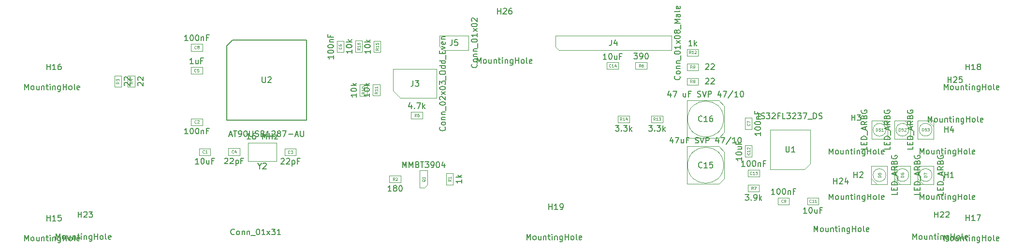
<source format=gbr>
%TF.GenerationSoftware,KiCad,Pcbnew,(5.1.6-0)*%
%TF.CreationDate,2023-03-06T10:11:25+01:00*%
%TF.ProjectId,A500KB,41353030-4b42-42e6-9b69-6361645f7063,3*%
%TF.SameCoordinates,Original*%
%TF.FileFunction,Other,Fab,Top*%
%FSLAX46Y46*%
G04 Gerber Fmt 4.6, Leading zero omitted, Abs format (unit mm)*
G04 Created by KiCad (PCBNEW (5.1.6-0)) date 2023-03-06 10:11:25*
%MOMM*%
%LPD*%
G01*
G04 APERTURE LIST*
%ADD10C,0.100000*%
%ADD11C,0.150000*%
%ADD12C,0.075000*%
%ADD13C,0.080000*%
G04 APERTURE END LIST*
D10*
%TO.C,D51*%
X453203400Y-243437500D02*
G75*
G03*
X453203400Y-243437500I-1120000J0D01*
G01*
X453483400Y-242837500D02*
X452483400Y-241837500D01*
X453483400Y-241837500D02*
X450683400Y-241837500D01*
X450683400Y-241837500D02*
X450683400Y-245037500D01*
X450683400Y-245037500D02*
X453483400Y-245037500D01*
X453483400Y-245037500D02*
X453483400Y-241837500D01*
%TO.C,R16*%
X360285740Y-227809440D02*
X361485740Y-227809440D01*
X361485740Y-227809440D02*
X361485740Y-229809440D01*
X361485740Y-229809440D02*
X360285740Y-229809440D01*
X360285740Y-229809440D02*
X360285740Y-227809440D01*
%TO.C,R15*%
X363511540Y-227832520D02*
X364711540Y-227832520D01*
X364711540Y-227832520D02*
X364711540Y-229832520D01*
X364711540Y-229832520D02*
X363511540Y-229832520D01*
X363511540Y-229832520D02*
X363511540Y-227832520D01*
%TO.C,R14*%
X406298000Y-242154000D02*
X406298000Y-240954000D01*
X406298000Y-240954000D02*
X408298000Y-240954000D01*
X408298000Y-240954000D02*
X408298000Y-242154000D01*
X408298000Y-242154000D02*
X406298000Y-242154000D01*
%TO.C,R13*%
X412122000Y-242154000D02*
X412122000Y-240954000D01*
X412122000Y-240954000D02*
X414122000Y-240954000D01*
X414122000Y-240954000D02*
X414122000Y-242154000D01*
X414122000Y-242154000D02*
X412122000Y-242154000D01*
%TO.C,R12*%
X420363000Y-229270000D02*
X420363000Y-230470000D01*
X420363000Y-230470000D02*
X418363000Y-230470000D01*
X418363000Y-230470000D02*
X418363000Y-229270000D01*
X418363000Y-229270000D02*
X420363000Y-229270000D01*
%TO.C,R11*%
X363382000Y-235465000D02*
X364582000Y-235465000D01*
X364582000Y-235465000D02*
X364582000Y-237465000D01*
X364582000Y-237465000D02*
X363382000Y-237465000D01*
X363382000Y-237465000D02*
X363382000Y-235465000D01*
%TO.C,R10*%
X361096000Y-235474000D02*
X362296000Y-235474000D01*
X362296000Y-235474000D02*
X362296000Y-237474000D01*
X362296000Y-237474000D02*
X361096000Y-237474000D01*
X361096000Y-237474000D02*
X361096000Y-235474000D01*
%TO.C,R9*%
X420354000Y-231810000D02*
X420354000Y-233010000D01*
X420354000Y-233010000D02*
X418354000Y-233010000D01*
X418354000Y-233010000D02*
X418354000Y-231810000D01*
X418354000Y-231810000D02*
X420354000Y-231810000D01*
%TO.C,R8*%
X420354000Y-234350000D02*
X420354000Y-235550000D01*
X420354000Y-235550000D02*
X418354000Y-235550000D01*
X418354000Y-235550000D02*
X418354000Y-234350000D01*
X418354000Y-234350000D02*
X420354000Y-234350000D01*
%TO.C,C16*%
X424787500Y-241550000D02*
G75*
G03*
X424787500Y-241550000I-3150000J0D01*
G01*
X418337500Y-244850000D02*
X418337500Y-238250000D01*
X423937500Y-244850000D02*
X418337500Y-244850000D01*
X423937500Y-238250000D02*
X418337500Y-238250000D01*
X424937500Y-243850000D02*
X424937500Y-239250000D01*
X424937500Y-243850000D02*
X423937500Y-244850000D01*
X424937500Y-239250000D02*
X423937500Y-238250000D01*
%TO.C,C15*%
X424787500Y-249650000D02*
G75*
G03*
X424787500Y-249650000I-3150000J0D01*
G01*
X418337500Y-252950000D02*
X418337500Y-246350000D01*
X423937500Y-252950000D02*
X418337500Y-252950000D01*
X423937500Y-246350000D02*
X418337500Y-246350000D01*
X424937500Y-251950000D02*
X424937500Y-247350000D01*
X424937500Y-251950000D02*
X423937500Y-252950000D01*
X424937500Y-247350000D02*
X423937500Y-246350000D01*
%TO.C,R7*%
X429025000Y-254300000D02*
X429025000Y-253100000D01*
X429025000Y-253100000D02*
X431025000Y-253100000D01*
X431025000Y-253100000D02*
X431025000Y-254300000D01*
X431025000Y-254300000D02*
X429025000Y-254300000D01*
%TO.C,R6*%
X411350000Y-231600000D02*
X411350000Y-232800000D01*
X411350000Y-232800000D02*
X409350000Y-232800000D01*
X409350000Y-232800000D02*
X409350000Y-231600000D01*
X409350000Y-231600000D02*
X411350000Y-231600000D01*
%TO.C,R5*%
X372050000Y-240300000D02*
X372050000Y-241500000D01*
X372050000Y-241500000D02*
X370050000Y-241500000D01*
X370050000Y-241500000D02*
X370050000Y-240300000D01*
X370050000Y-240300000D02*
X372050000Y-240300000D01*
%TO.C,R4*%
X321650000Y-235925000D02*
X320450000Y-235925000D01*
X320450000Y-235925000D02*
X320450000Y-233925000D01*
X320450000Y-233925000D02*
X321650000Y-233925000D01*
X321650000Y-233925000D02*
X321650000Y-235925000D01*
%TO.C,R3*%
X319300000Y-235925000D02*
X318100000Y-235925000D01*
X318100000Y-235925000D02*
X318100000Y-233925000D01*
X318100000Y-233925000D02*
X319300000Y-233925000D01*
X319300000Y-233925000D02*
X319300000Y-235925000D01*
%TO.C,R2*%
X366250000Y-252700000D02*
X366250000Y-251500000D01*
X366250000Y-251500000D02*
X368250000Y-251500000D01*
X368250000Y-251500000D02*
X368250000Y-252700000D01*
X368250000Y-252700000D02*
X366250000Y-252700000D01*
%TO.C,R1*%
X377400000Y-253075000D02*
X376200000Y-253075000D01*
X376200000Y-253075000D02*
X376200000Y-251075000D01*
X376200000Y-251075000D02*
X377400000Y-251075000D01*
X377400000Y-251075000D02*
X377400000Y-253075000D01*
%TO.C,Q1*%
X372950000Y-253050000D02*
X372950000Y-250600000D01*
X372400000Y-253620000D02*
X371550000Y-253620000D01*
X372950000Y-253050000D02*
X372400000Y-253620000D01*
X371550000Y-253620000D02*
X371550000Y-250580000D01*
X372950000Y-250580000D02*
X371550000Y-250580000D01*
%TO.C,C9*%
X436275000Y-255350000D02*
X436275000Y-256550000D01*
X436275000Y-256550000D02*
X434275000Y-256550000D01*
X434275000Y-256550000D02*
X434275000Y-255350000D01*
X434275000Y-255350000D02*
X436275000Y-255350000D01*
%TO.C,C13*%
X431050000Y-250450000D02*
X431050000Y-251650000D01*
X431050000Y-251650000D02*
X429050000Y-251650000D01*
X429050000Y-251650000D02*
X429050000Y-250450000D01*
X429050000Y-250450000D02*
X431050000Y-250450000D01*
%TO.C,C14*%
X404350000Y-232800000D02*
X404350000Y-231600000D01*
X404350000Y-231600000D02*
X406350000Y-231600000D01*
X406350000Y-231600000D02*
X406350000Y-232800000D01*
X406350000Y-232800000D02*
X404350000Y-232800000D01*
%TO.C,C12*%
X428550000Y-246175000D02*
X429750000Y-246175000D01*
X429750000Y-246175000D02*
X429750000Y-248175000D01*
X429750000Y-248175000D02*
X428550000Y-248175000D01*
X428550000Y-248175000D02*
X428550000Y-246175000D01*
%TO.C,C11*%
X439425000Y-256550000D02*
X439425000Y-255350000D01*
X439425000Y-255350000D02*
X441425000Y-255350000D01*
X441425000Y-255350000D02*
X441425000Y-256550000D01*
X441425000Y-256550000D02*
X439425000Y-256550000D01*
%TO.C,U1*%
X438962500Y-250400000D02*
X432962500Y-250400000D01*
X432962500Y-250400000D02*
X432962500Y-243400000D01*
X432962500Y-243400000D02*
X439962500Y-243400000D01*
X439962500Y-243400000D02*
X439962500Y-249400000D01*
X439962500Y-249400000D02*
X438962500Y-250400000D01*
%TO.C,C8*%
X333525000Y-228400000D02*
X333525000Y-229600000D01*
X333525000Y-229600000D02*
X331525000Y-229600000D01*
X331525000Y-229600000D02*
X331525000Y-228400000D01*
X331525000Y-228400000D02*
X333525000Y-228400000D01*
%TO.C,C7*%
X429750000Y-243325000D02*
X428550000Y-243325000D01*
X428550000Y-243325000D02*
X428550000Y-241325000D01*
X428550000Y-241325000D02*
X429750000Y-241325000D01*
X429750000Y-241325000D02*
X429750000Y-243325000D01*
%TO.C,C2*%
X331525000Y-242650000D02*
X331525000Y-241450000D01*
X331525000Y-241450000D02*
X333525000Y-241450000D01*
X333525000Y-241450000D02*
X333525000Y-242650000D01*
X333525000Y-242650000D02*
X331525000Y-242650000D01*
%TO.C,C1*%
X332935500Y-247909100D02*
X332935500Y-246709100D01*
X332935500Y-246709100D02*
X334935500Y-246709100D01*
X334935500Y-246709100D02*
X334935500Y-247909100D01*
X334935500Y-247909100D02*
X332935500Y-247909100D01*
%TO.C,D53*%
X461267200Y-243417200D02*
G75*
G03*
X461267200Y-243417200I-1120000J0D01*
G01*
X461547200Y-242817200D02*
X460547200Y-241817200D01*
X461547200Y-241817200D02*
X458747200Y-241817200D01*
X458747200Y-241817200D02*
X458747200Y-245017200D01*
X458747200Y-245017200D02*
X461547200Y-245017200D01*
X461547200Y-245017200D02*
X461547200Y-241817200D01*
%TO.C,D52*%
X457215900Y-243429900D02*
G75*
G03*
X457215900Y-243429900I-1120000J0D01*
G01*
X457495900Y-242829900D02*
X456495900Y-241829900D01*
X457495900Y-241829900D02*
X454695900Y-241829900D01*
X454695900Y-241829900D02*
X454695900Y-245029900D01*
X454695900Y-245029900D02*
X457495900Y-245029900D01*
X457495900Y-245029900D02*
X457495900Y-241829900D01*
%TO.C,J5*%
X375028460Y-228813360D02*
X375028460Y-226908360D01*
X375028460Y-226908360D02*
X380108460Y-226908360D01*
X380108460Y-226908360D02*
X380108460Y-229448360D01*
X380108460Y-229448360D02*
X375663460Y-229448360D01*
X375663460Y-229448360D02*
X375028460Y-228813360D01*
%TO.C,Y2*%
X346473300Y-248921800D02*
X341473300Y-248921800D01*
X341473300Y-248921800D02*
X341473300Y-245721800D01*
X346473300Y-245721800D02*
X341473300Y-245721800D01*
X346473300Y-248921800D02*
X346473300Y-245721800D01*
%TO.C,D7*%
X461278400Y-251375000D02*
G75*
G03*
X461278400Y-251375000I-1120000J0D01*
G01*
X458758400Y-251975000D02*
X459758400Y-252975000D01*
X458758400Y-252975000D02*
X461558400Y-252975000D01*
X461558400Y-252975000D02*
X461558400Y-249775000D01*
X461558400Y-249775000D02*
X458758400Y-249775000D01*
X458758400Y-249775000D02*
X458758400Y-252975000D01*
%TO.C,D6*%
X457214400Y-251375000D02*
G75*
G03*
X457214400Y-251375000I-1120000J0D01*
G01*
X454694400Y-251975000D02*
X455694400Y-252975000D01*
X454694400Y-252975000D02*
X457494400Y-252975000D01*
X457494400Y-252975000D02*
X457494400Y-249775000D01*
X457494400Y-249775000D02*
X454694400Y-249775000D01*
X454694400Y-249775000D02*
X454694400Y-252975000D01*
%TO.C,D5*%
X453187000Y-251388000D02*
G75*
G03*
X453187000Y-251388000I-1120000J0D01*
G01*
X450667000Y-251988000D02*
X451667000Y-252988000D01*
X450667000Y-252988000D02*
X453467000Y-252988000D01*
X453467000Y-252988000D02*
X453467000Y-249788000D01*
X453467000Y-249788000D02*
X450667000Y-249788000D01*
X450667000Y-249788000D02*
X450667000Y-252988000D01*
%TO.C,J4*%
X395330000Y-228835000D02*
X395330000Y-226930000D01*
X395330000Y-226930000D02*
X415650000Y-226930000D01*
X415650000Y-226930000D02*
X415650000Y-229470000D01*
X415650000Y-229470000D02*
X395965000Y-229470000D01*
X395965000Y-229470000D02*
X395330000Y-228835000D01*
D11*
%TO.C,U2*%
X338748400Y-227704200D02*
X351748400Y-227704200D01*
X351748400Y-227704200D02*
X351748400Y-241704200D01*
X351748400Y-241704200D02*
X337748400Y-241704200D01*
X337748400Y-241704200D02*
X337748400Y-228704200D01*
X337748400Y-228704200D02*
X338748400Y-227704200D01*
D10*
%TO.C,J3*%
X366930000Y-236600000D02*
X366930000Y-232790000D01*
X366930000Y-232790000D02*
X374550000Y-232790000D01*
X374550000Y-232790000D02*
X374550000Y-237870000D01*
X374550000Y-237870000D02*
X368200000Y-237870000D01*
X368200000Y-237870000D02*
X366930000Y-236600000D01*
%TO.C,C6*%
X357044700Y-227842680D02*
X358244700Y-227842680D01*
X358244700Y-227842680D02*
X358244700Y-229842680D01*
X358244700Y-229842680D02*
X357044700Y-229842680D01*
X357044700Y-229842680D02*
X357044700Y-227842680D01*
%TO.C,C5*%
X333500000Y-232450000D02*
X333500000Y-233650000D01*
X333500000Y-233650000D02*
X331500000Y-233650000D01*
X331500000Y-233650000D02*
X331500000Y-232450000D01*
X331500000Y-232450000D02*
X333500000Y-232450000D01*
%TO.C,C4*%
X338046200Y-247896400D02*
X338046200Y-246696400D01*
X338046200Y-246696400D02*
X340046200Y-246696400D01*
X340046200Y-246696400D02*
X340046200Y-247896400D01*
X340046200Y-247896400D02*
X338046200Y-247896400D01*
%TO.C,C3*%
X347921500Y-247959900D02*
X347921500Y-246759900D01*
X347921500Y-246759900D02*
X349921500Y-246759900D01*
X349921500Y-246759900D02*
X349921500Y-247959900D01*
X349921500Y-247959900D02*
X347921500Y-247959900D01*
%TD*%
%TO.C,H26*%
D11*
X381616865Y-231774280D02*
X381616865Y-230774280D01*
X381950199Y-231488566D01*
X382283532Y-230774280D01*
X382283532Y-231774280D01*
X382902580Y-231774280D02*
X382807341Y-231726661D01*
X382759722Y-231679042D01*
X382712103Y-231583804D01*
X382712103Y-231298090D01*
X382759722Y-231202852D01*
X382807341Y-231155233D01*
X382902580Y-231107614D01*
X383045437Y-231107614D01*
X383140675Y-231155233D01*
X383188294Y-231202852D01*
X383235913Y-231298090D01*
X383235913Y-231583804D01*
X383188294Y-231679042D01*
X383140675Y-231726661D01*
X383045437Y-231774280D01*
X382902580Y-231774280D01*
X384093056Y-231107614D02*
X384093056Y-231774280D01*
X383664484Y-231107614D02*
X383664484Y-231631423D01*
X383712103Y-231726661D01*
X383807341Y-231774280D01*
X383950199Y-231774280D01*
X384045437Y-231726661D01*
X384093056Y-231679042D01*
X384569246Y-231107614D02*
X384569246Y-231774280D01*
X384569246Y-231202852D02*
X384616865Y-231155233D01*
X384712103Y-231107614D01*
X384854960Y-231107614D01*
X384950199Y-231155233D01*
X384997818Y-231250471D01*
X384997818Y-231774280D01*
X385331151Y-231107614D02*
X385712103Y-231107614D01*
X385474008Y-230774280D02*
X385474008Y-231631423D01*
X385521627Y-231726661D01*
X385616865Y-231774280D01*
X385712103Y-231774280D01*
X386045437Y-231774280D02*
X386045437Y-231107614D01*
X386045437Y-230774280D02*
X385997818Y-230821900D01*
X386045437Y-230869519D01*
X386093056Y-230821900D01*
X386045437Y-230774280D01*
X386045437Y-230869519D01*
X386521627Y-231107614D02*
X386521627Y-231774280D01*
X386521627Y-231202852D02*
X386569246Y-231155233D01*
X386664484Y-231107614D01*
X386807341Y-231107614D01*
X386902580Y-231155233D01*
X386950199Y-231250471D01*
X386950199Y-231774280D01*
X387854960Y-231107614D02*
X387854960Y-231917138D01*
X387807341Y-232012376D01*
X387759722Y-232059995D01*
X387664484Y-232107614D01*
X387521627Y-232107614D01*
X387426389Y-232059995D01*
X387854960Y-231726661D02*
X387759722Y-231774280D01*
X387569246Y-231774280D01*
X387474008Y-231726661D01*
X387426389Y-231679042D01*
X387378770Y-231583804D01*
X387378770Y-231298090D01*
X387426389Y-231202852D01*
X387474008Y-231155233D01*
X387569246Y-231107614D01*
X387759722Y-231107614D01*
X387854960Y-231155233D01*
X388331151Y-231774280D02*
X388331151Y-230774280D01*
X388331151Y-231250471D02*
X388902580Y-231250471D01*
X388902580Y-231774280D02*
X388902580Y-230774280D01*
X389521627Y-231774280D02*
X389426389Y-231726661D01*
X389378770Y-231679042D01*
X389331151Y-231583804D01*
X389331151Y-231298090D01*
X389378770Y-231202852D01*
X389426389Y-231155233D01*
X389521627Y-231107614D01*
X389664484Y-231107614D01*
X389759722Y-231155233D01*
X389807341Y-231202852D01*
X389854960Y-231298090D01*
X389854960Y-231583804D01*
X389807341Y-231679042D01*
X389759722Y-231726661D01*
X389664484Y-231774280D01*
X389521627Y-231774280D01*
X390426389Y-231774280D02*
X390331151Y-231726661D01*
X390283532Y-231631423D01*
X390283532Y-230774280D01*
X391188294Y-231726661D02*
X391093056Y-231774280D01*
X390902580Y-231774280D01*
X390807341Y-231726661D01*
X390759722Y-231631423D01*
X390759722Y-231250471D01*
X390807341Y-231155233D01*
X390902580Y-231107614D01*
X391093056Y-231107614D01*
X391188294Y-231155233D01*
X391235913Y-231250471D01*
X391235913Y-231345709D01*
X390759722Y-231440947D01*
X385194964Y-223124020D02*
X385194964Y-222124020D01*
X385194964Y-222600211D02*
X385766393Y-222600211D01*
X385766393Y-223124020D02*
X385766393Y-222124020D01*
X386194964Y-222219259D02*
X386242583Y-222171640D01*
X386337821Y-222124020D01*
X386575917Y-222124020D01*
X386671155Y-222171640D01*
X386718774Y-222219259D01*
X386766393Y-222314497D01*
X386766393Y-222409735D01*
X386718774Y-222552592D01*
X386147345Y-223124020D01*
X386766393Y-223124020D01*
X387623536Y-222124020D02*
X387433060Y-222124020D01*
X387337821Y-222171640D01*
X387290202Y-222219259D01*
X387194964Y-222362116D01*
X387147345Y-222552592D01*
X387147345Y-222933544D01*
X387194964Y-223028782D01*
X387242583Y-223076401D01*
X387337821Y-223124020D01*
X387528298Y-223124020D01*
X387623536Y-223076401D01*
X387671155Y-223028782D01*
X387718774Y-222933544D01*
X387718774Y-222695449D01*
X387671155Y-222600211D01*
X387623536Y-222552592D01*
X387528298Y-222504973D01*
X387337821Y-222504973D01*
X387242583Y-222552592D01*
X387194964Y-222600211D01*
X387147345Y-222695449D01*
%TO.C,D51*%
X449885780Y-246389880D02*
X449885780Y-246866071D01*
X448885780Y-246866071D01*
X449361971Y-246056547D02*
X449361971Y-245723214D01*
X449885780Y-245580357D02*
X449885780Y-246056547D01*
X448885780Y-246056547D01*
X448885780Y-245580357D01*
X449885780Y-245151785D02*
X448885780Y-245151785D01*
X448885780Y-244913690D01*
X448933400Y-244770833D01*
X449028638Y-244675595D01*
X449123876Y-244627976D01*
X449314352Y-244580357D01*
X449457209Y-244580357D01*
X449647685Y-244627976D01*
X449742923Y-244675595D01*
X449838161Y-244770833D01*
X449885780Y-244913690D01*
X449885780Y-245151785D01*
X449981019Y-244389880D02*
X449981019Y-243627976D01*
X449600066Y-243437500D02*
X449600066Y-242961309D01*
X449885780Y-243532738D02*
X448885780Y-243199404D01*
X449885780Y-242866071D01*
X449885780Y-241961309D02*
X449409590Y-242294642D01*
X449885780Y-242532738D02*
X448885780Y-242532738D01*
X448885780Y-242151785D01*
X448933400Y-242056547D01*
X448981019Y-242008928D01*
X449076257Y-241961309D01*
X449219114Y-241961309D01*
X449314352Y-242008928D01*
X449361971Y-242056547D01*
X449409590Y-242151785D01*
X449409590Y-242532738D01*
X449361971Y-241199404D02*
X449409590Y-241056547D01*
X449457209Y-241008928D01*
X449552447Y-240961309D01*
X449695304Y-240961309D01*
X449790542Y-241008928D01*
X449838161Y-241056547D01*
X449885780Y-241151785D01*
X449885780Y-241532738D01*
X448885780Y-241532738D01*
X448885780Y-241199404D01*
X448933400Y-241104166D01*
X448981019Y-241056547D01*
X449076257Y-241008928D01*
X449171495Y-241008928D01*
X449266733Y-241056547D01*
X449314352Y-241104166D01*
X449361971Y-241199404D01*
X449361971Y-241532738D01*
X448933400Y-240008928D02*
X448885780Y-240104166D01*
X448885780Y-240247023D01*
X448933400Y-240389880D01*
X449028638Y-240485119D01*
X449123876Y-240532738D01*
X449314352Y-240580357D01*
X449457209Y-240580357D01*
X449647685Y-240532738D01*
X449742923Y-240485119D01*
X449838161Y-240389880D01*
X449885780Y-240247023D01*
X449885780Y-240151785D01*
X449838161Y-240008928D01*
X449790542Y-239961309D01*
X449457209Y-239961309D01*
X449457209Y-240151785D01*
D12*
X451476257Y-243663690D02*
X451476257Y-243163690D01*
X451595304Y-243163690D01*
X451666733Y-243187500D01*
X451714352Y-243235119D01*
X451738161Y-243282738D01*
X451761971Y-243377976D01*
X451761971Y-243449404D01*
X451738161Y-243544642D01*
X451714352Y-243592261D01*
X451666733Y-243639880D01*
X451595304Y-243663690D01*
X451476257Y-243663690D01*
X452214352Y-243163690D02*
X451976257Y-243163690D01*
X451952447Y-243401785D01*
X451976257Y-243377976D01*
X452023876Y-243354166D01*
X452142923Y-243354166D01*
X452190542Y-243377976D01*
X452214352Y-243401785D01*
X452238161Y-243449404D01*
X452238161Y-243568452D01*
X452214352Y-243616071D01*
X452190542Y-243639880D01*
X452142923Y-243663690D01*
X452023876Y-243663690D01*
X451976257Y-243639880D01*
X451952447Y-243616071D01*
X452714352Y-243663690D02*
X452428638Y-243663690D01*
X452571495Y-243663690D02*
X452571495Y-243163690D01*
X452523876Y-243235119D01*
X452476257Y-243282738D01*
X452428638Y-243306547D01*
%TO.C,H25*%
D11*
X460590545Y-242054520D02*
X460590545Y-241054520D01*
X460923879Y-241768806D01*
X461257212Y-241054520D01*
X461257212Y-242054520D01*
X461876260Y-242054520D02*
X461781021Y-242006901D01*
X461733402Y-241959282D01*
X461685783Y-241864044D01*
X461685783Y-241578330D01*
X461733402Y-241483092D01*
X461781021Y-241435473D01*
X461876260Y-241387854D01*
X462019117Y-241387854D01*
X462114355Y-241435473D01*
X462161974Y-241483092D01*
X462209593Y-241578330D01*
X462209593Y-241864044D01*
X462161974Y-241959282D01*
X462114355Y-242006901D01*
X462019117Y-242054520D01*
X461876260Y-242054520D01*
X463066736Y-241387854D02*
X463066736Y-242054520D01*
X462638164Y-241387854D02*
X462638164Y-241911663D01*
X462685783Y-242006901D01*
X462781021Y-242054520D01*
X462923879Y-242054520D01*
X463019117Y-242006901D01*
X463066736Y-241959282D01*
X463542926Y-241387854D02*
X463542926Y-242054520D01*
X463542926Y-241483092D02*
X463590545Y-241435473D01*
X463685783Y-241387854D01*
X463828640Y-241387854D01*
X463923879Y-241435473D01*
X463971498Y-241530711D01*
X463971498Y-242054520D01*
X464304831Y-241387854D02*
X464685783Y-241387854D01*
X464447688Y-241054520D02*
X464447688Y-241911663D01*
X464495307Y-242006901D01*
X464590545Y-242054520D01*
X464685783Y-242054520D01*
X465019117Y-242054520D02*
X465019117Y-241387854D01*
X465019117Y-241054520D02*
X464971498Y-241102140D01*
X465019117Y-241149759D01*
X465066736Y-241102140D01*
X465019117Y-241054520D01*
X465019117Y-241149759D01*
X465495307Y-241387854D02*
X465495307Y-242054520D01*
X465495307Y-241483092D02*
X465542926Y-241435473D01*
X465638164Y-241387854D01*
X465781021Y-241387854D01*
X465876260Y-241435473D01*
X465923879Y-241530711D01*
X465923879Y-242054520D01*
X466828640Y-241387854D02*
X466828640Y-242197378D01*
X466781021Y-242292616D01*
X466733402Y-242340235D01*
X466638164Y-242387854D01*
X466495307Y-242387854D01*
X466400069Y-242340235D01*
X466828640Y-242006901D02*
X466733402Y-242054520D01*
X466542926Y-242054520D01*
X466447688Y-242006901D01*
X466400069Y-241959282D01*
X466352450Y-241864044D01*
X466352450Y-241578330D01*
X466400069Y-241483092D01*
X466447688Y-241435473D01*
X466542926Y-241387854D01*
X466733402Y-241387854D01*
X466828640Y-241435473D01*
X467304831Y-242054520D02*
X467304831Y-241054520D01*
X467304831Y-241530711D02*
X467876260Y-241530711D01*
X467876260Y-242054520D02*
X467876260Y-241054520D01*
X468495307Y-242054520D02*
X468400069Y-242006901D01*
X468352450Y-241959282D01*
X468304831Y-241864044D01*
X468304831Y-241578330D01*
X468352450Y-241483092D01*
X468400069Y-241435473D01*
X468495307Y-241387854D01*
X468638164Y-241387854D01*
X468733402Y-241435473D01*
X468781021Y-241483092D01*
X468828640Y-241578330D01*
X468828640Y-241864044D01*
X468781021Y-241959282D01*
X468733402Y-242006901D01*
X468638164Y-242054520D01*
X468495307Y-242054520D01*
X469400069Y-242054520D02*
X469304831Y-242006901D01*
X469257212Y-241911663D01*
X469257212Y-241054520D01*
X470161974Y-242006901D02*
X470066736Y-242054520D01*
X469876260Y-242054520D01*
X469781021Y-242006901D01*
X469733402Y-241911663D01*
X469733402Y-241530711D01*
X469781021Y-241435473D01*
X469876260Y-241387854D01*
X470066736Y-241387854D01*
X470161974Y-241435473D01*
X470209593Y-241530711D01*
X470209593Y-241625949D01*
X469733402Y-241721187D01*
X464061964Y-235125520D02*
X464061964Y-234125520D01*
X464061964Y-234601711D02*
X464633393Y-234601711D01*
X464633393Y-235125520D02*
X464633393Y-234125520D01*
X465061964Y-234220759D02*
X465109583Y-234173140D01*
X465204821Y-234125520D01*
X465442917Y-234125520D01*
X465538155Y-234173140D01*
X465585774Y-234220759D01*
X465633393Y-234315997D01*
X465633393Y-234411235D01*
X465585774Y-234554092D01*
X465014345Y-235125520D01*
X465633393Y-235125520D01*
X466538155Y-234125520D02*
X466061964Y-234125520D01*
X466014345Y-234601711D01*
X466061964Y-234554092D01*
X466157202Y-234506473D01*
X466395298Y-234506473D01*
X466490536Y-234554092D01*
X466538155Y-234601711D01*
X466585774Y-234696949D01*
X466585774Y-234935044D01*
X466538155Y-235030282D01*
X466490536Y-235077901D01*
X466395298Y-235125520D01*
X466157202Y-235125520D01*
X466061964Y-235077901D01*
X466014345Y-235030282D01*
%TO.C,H24*%
X440608365Y-261295020D02*
X440608365Y-260295020D01*
X440941699Y-261009306D01*
X441275032Y-260295020D01*
X441275032Y-261295020D01*
X441894080Y-261295020D02*
X441798841Y-261247401D01*
X441751222Y-261199782D01*
X441703603Y-261104544D01*
X441703603Y-260818830D01*
X441751222Y-260723592D01*
X441798841Y-260675973D01*
X441894080Y-260628354D01*
X442036937Y-260628354D01*
X442132175Y-260675973D01*
X442179794Y-260723592D01*
X442227413Y-260818830D01*
X442227413Y-261104544D01*
X442179794Y-261199782D01*
X442132175Y-261247401D01*
X442036937Y-261295020D01*
X441894080Y-261295020D01*
X443084556Y-260628354D02*
X443084556Y-261295020D01*
X442655984Y-260628354D02*
X442655984Y-261152163D01*
X442703603Y-261247401D01*
X442798841Y-261295020D01*
X442941699Y-261295020D01*
X443036937Y-261247401D01*
X443084556Y-261199782D01*
X443560746Y-260628354D02*
X443560746Y-261295020D01*
X443560746Y-260723592D02*
X443608365Y-260675973D01*
X443703603Y-260628354D01*
X443846460Y-260628354D01*
X443941699Y-260675973D01*
X443989318Y-260771211D01*
X443989318Y-261295020D01*
X444322651Y-260628354D02*
X444703603Y-260628354D01*
X444465508Y-260295020D02*
X444465508Y-261152163D01*
X444513127Y-261247401D01*
X444608365Y-261295020D01*
X444703603Y-261295020D01*
X445036937Y-261295020D02*
X445036937Y-260628354D01*
X445036937Y-260295020D02*
X444989318Y-260342640D01*
X445036937Y-260390259D01*
X445084556Y-260342640D01*
X445036937Y-260295020D01*
X445036937Y-260390259D01*
X445513127Y-260628354D02*
X445513127Y-261295020D01*
X445513127Y-260723592D02*
X445560746Y-260675973D01*
X445655984Y-260628354D01*
X445798841Y-260628354D01*
X445894080Y-260675973D01*
X445941699Y-260771211D01*
X445941699Y-261295020D01*
X446846460Y-260628354D02*
X446846460Y-261437878D01*
X446798841Y-261533116D01*
X446751222Y-261580735D01*
X446655984Y-261628354D01*
X446513127Y-261628354D01*
X446417889Y-261580735D01*
X446846460Y-261247401D02*
X446751222Y-261295020D01*
X446560746Y-261295020D01*
X446465508Y-261247401D01*
X446417889Y-261199782D01*
X446370270Y-261104544D01*
X446370270Y-260818830D01*
X446417889Y-260723592D01*
X446465508Y-260675973D01*
X446560746Y-260628354D01*
X446751222Y-260628354D01*
X446846460Y-260675973D01*
X447322651Y-261295020D02*
X447322651Y-260295020D01*
X447322651Y-260771211D02*
X447894080Y-260771211D01*
X447894080Y-261295020D02*
X447894080Y-260295020D01*
X448513127Y-261295020D02*
X448417889Y-261247401D01*
X448370270Y-261199782D01*
X448322651Y-261104544D01*
X448322651Y-260818830D01*
X448370270Y-260723592D01*
X448417889Y-260675973D01*
X448513127Y-260628354D01*
X448655984Y-260628354D01*
X448751222Y-260675973D01*
X448798841Y-260723592D01*
X448846460Y-260818830D01*
X448846460Y-261104544D01*
X448798841Y-261199782D01*
X448751222Y-261247401D01*
X448655984Y-261295020D01*
X448513127Y-261295020D01*
X449417889Y-261295020D02*
X449322651Y-261247401D01*
X449275032Y-261152163D01*
X449275032Y-260295020D01*
X450179794Y-261247401D02*
X450084556Y-261295020D01*
X449894080Y-261295020D01*
X449798841Y-261247401D01*
X449751222Y-261152163D01*
X449751222Y-260771211D01*
X449798841Y-260675973D01*
X449894080Y-260628354D01*
X450084556Y-260628354D01*
X450179794Y-260675973D01*
X450227413Y-260771211D01*
X450227413Y-260866449D01*
X449751222Y-260961687D01*
X444069624Y-252908060D02*
X444069624Y-251908060D01*
X444069624Y-252384251D02*
X444641053Y-252384251D01*
X444641053Y-252908060D02*
X444641053Y-251908060D01*
X445069624Y-252003299D02*
X445117243Y-251955680D01*
X445212481Y-251908060D01*
X445450577Y-251908060D01*
X445545815Y-251955680D01*
X445593434Y-252003299D01*
X445641053Y-252098537D01*
X445641053Y-252193775D01*
X445593434Y-252336632D01*
X445022005Y-252908060D01*
X445641053Y-252908060D01*
X446498196Y-252241394D02*
X446498196Y-252908060D01*
X446260100Y-251860441D02*
X446022005Y-252574727D01*
X446641053Y-252574727D01*
%TO.C,H23*%
X307895905Y-262643240D02*
X307895905Y-261643240D01*
X308229239Y-262357526D01*
X308562572Y-261643240D01*
X308562572Y-262643240D01*
X309181620Y-262643240D02*
X309086381Y-262595621D01*
X309038762Y-262548002D01*
X308991143Y-262452764D01*
X308991143Y-262167050D01*
X309038762Y-262071812D01*
X309086381Y-262024193D01*
X309181620Y-261976574D01*
X309324477Y-261976574D01*
X309419715Y-262024193D01*
X309467334Y-262071812D01*
X309514953Y-262167050D01*
X309514953Y-262452764D01*
X309467334Y-262548002D01*
X309419715Y-262595621D01*
X309324477Y-262643240D01*
X309181620Y-262643240D01*
X310372096Y-261976574D02*
X310372096Y-262643240D01*
X309943524Y-261976574D02*
X309943524Y-262500383D01*
X309991143Y-262595621D01*
X310086381Y-262643240D01*
X310229239Y-262643240D01*
X310324477Y-262595621D01*
X310372096Y-262548002D01*
X310848286Y-261976574D02*
X310848286Y-262643240D01*
X310848286Y-262071812D02*
X310895905Y-262024193D01*
X310991143Y-261976574D01*
X311134000Y-261976574D01*
X311229239Y-262024193D01*
X311276858Y-262119431D01*
X311276858Y-262643240D01*
X311610191Y-261976574D02*
X311991143Y-261976574D01*
X311753048Y-261643240D02*
X311753048Y-262500383D01*
X311800667Y-262595621D01*
X311895905Y-262643240D01*
X311991143Y-262643240D01*
X312324477Y-262643240D02*
X312324477Y-261976574D01*
X312324477Y-261643240D02*
X312276858Y-261690860D01*
X312324477Y-261738479D01*
X312372096Y-261690860D01*
X312324477Y-261643240D01*
X312324477Y-261738479D01*
X312800667Y-261976574D02*
X312800667Y-262643240D01*
X312800667Y-262071812D02*
X312848286Y-262024193D01*
X312943524Y-261976574D01*
X313086381Y-261976574D01*
X313181620Y-262024193D01*
X313229239Y-262119431D01*
X313229239Y-262643240D01*
X314134000Y-261976574D02*
X314134000Y-262786098D01*
X314086381Y-262881336D01*
X314038762Y-262928955D01*
X313943524Y-262976574D01*
X313800667Y-262976574D01*
X313705429Y-262928955D01*
X314134000Y-262595621D02*
X314038762Y-262643240D01*
X313848286Y-262643240D01*
X313753048Y-262595621D01*
X313705429Y-262548002D01*
X313657810Y-262452764D01*
X313657810Y-262167050D01*
X313705429Y-262071812D01*
X313753048Y-262024193D01*
X313848286Y-261976574D01*
X314038762Y-261976574D01*
X314134000Y-262024193D01*
X314610191Y-262643240D02*
X314610191Y-261643240D01*
X314610191Y-262119431D02*
X315181620Y-262119431D01*
X315181620Y-262643240D02*
X315181620Y-261643240D01*
X315800667Y-262643240D02*
X315705429Y-262595621D01*
X315657810Y-262548002D01*
X315610191Y-262452764D01*
X315610191Y-262167050D01*
X315657810Y-262071812D01*
X315705429Y-262024193D01*
X315800667Y-261976574D01*
X315943524Y-261976574D01*
X316038762Y-262024193D01*
X316086381Y-262071812D01*
X316134000Y-262167050D01*
X316134000Y-262452764D01*
X316086381Y-262548002D01*
X316038762Y-262595621D01*
X315943524Y-262643240D01*
X315800667Y-262643240D01*
X316705429Y-262643240D02*
X316610191Y-262595621D01*
X316562572Y-262500383D01*
X316562572Y-261643240D01*
X317467334Y-262595621D02*
X317372096Y-262643240D01*
X317181620Y-262643240D01*
X317086381Y-262595621D01*
X317038762Y-262500383D01*
X317038762Y-262119431D01*
X317086381Y-262024193D01*
X317181620Y-261976574D01*
X317372096Y-261976574D01*
X317467334Y-262024193D01*
X317514953Y-262119431D01*
X317514953Y-262214669D01*
X317038762Y-262309907D01*
X311743524Y-258793240D02*
X311743524Y-257793240D01*
X311743524Y-258269431D02*
X312314953Y-258269431D01*
X312314953Y-258793240D02*
X312314953Y-257793240D01*
X312743524Y-257888479D02*
X312791143Y-257840860D01*
X312886381Y-257793240D01*
X313124477Y-257793240D01*
X313219715Y-257840860D01*
X313267334Y-257888479D01*
X313314953Y-257983717D01*
X313314953Y-258078955D01*
X313267334Y-258221812D01*
X312695905Y-258793240D01*
X313314953Y-258793240D01*
X313648286Y-257793240D02*
X314267334Y-257793240D01*
X313934000Y-258174193D01*
X314076858Y-258174193D01*
X314172096Y-258221812D01*
X314219715Y-258269431D01*
X314267334Y-258364669D01*
X314267334Y-258602764D01*
X314219715Y-258698002D01*
X314172096Y-258745621D01*
X314076858Y-258793240D01*
X313791143Y-258793240D01*
X313695905Y-258745621D01*
X313648286Y-258698002D01*
%TO.C,H22*%
X457913385Y-262645780D02*
X457913385Y-261645780D01*
X458246719Y-262360066D01*
X458580052Y-261645780D01*
X458580052Y-262645780D01*
X459199100Y-262645780D02*
X459103861Y-262598161D01*
X459056242Y-262550542D01*
X459008623Y-262455304D01*
X459008623Y-262169590D01*
X459056242Y-262074352D01*
X459103861Y-262026733D01*
X459199100Y-261979114D01*
X459341957Y-261979114D01*
X459437195Y-262026733D01*
X459484814Y-262074352D01*
X459532433Y-262169590D01*
X459532433Y-262455304D01*
X459484814Y-262550542D01*
X459437195Y-262598161D01*
X459341957Y-262645780D01*
X459199100Y-262645780D01*
X460389576Y-261979114D02*
X460389576Y-262645780D01*
X459961004Y-261979114D02*
X459961004Y-262502923D01*
X460008623Y-262598161D01*
X460103861Y-262645780D01*
X460246719Y-262645780D01*
X460341957Y-262598161D01*
X460389576Y-262550542D01*
X460865766Y-261979114D02*
X460865766Y-262645780D01*
X460865766Y-262074352D02*
X460913385Y-262026733D01*
X461008623Y-261979114D01*
X461151480Y-261979114D01*
X461246719Y-262026733D01*
X461294338Y-262121971D01*
X461294338Y-262645780D01*
X461627671Y-261979114D02*
X462008623Y-261979114D01*
X461770528Y-261645780D02*
X461770528Y-262502923D01*
X461818147Y-262598161D01*
X461913385Y-262645780D01*
X462008623Y-262645780D01*
X462341957Y-262645780D02*
X462341957Y-261979114D01*
X462341957Y-261645780D02*
X462294338Y-261693400D01*
X462341957Y-261741019D01*
X462389576Y-261693400D01*
X462341957Y-261645780D01*
X462341957Y-261741019D01*
X462818147Y-261979114D02*
X462818147Y-262645780D01*
X462818147Y-262074352D02*
X462865766Y-262026733D01*
X462961004Y-261979114D01*
X463103861Y-261979114D01*
X463199100Y-262026733D01*
X463246719Y-262121971D01*
X463246719Y-262645780D01*
X464151480Y-261979114D02*
X464151480Y-262788638D01*
X464103861Y-262883876D01*
X464056242Y-262931495D01*
X463961004Y-262979114D01*
X463818147Y-262979114D01*
X463722909Y-262931495D01*
X464151480Y-262598161D02*
X464056242Y-262645780D01*
X463865766Y-262645780D01*
X463770528Y-262598161D01*
X463722909Y-262550542D01*
X463675290Y-262455304D01*
X463675290Y-262169590D01*
X463722909Y-262074352D01*
X463770528Y-262026733D01*
X463865766Y-261979114D01*
X464056242Y-261979114D01*
X464151480Y-262026733D01*
X464627671Y-262645780D02*
X464627671Y-261645780D01*
X464627671Y-262121971D02*
X465199100Y-262121971D01*
X465199100Y-262645780D02*
X465199100Y-261645780D01*
X465818147Y-262645780D02*
X465722909Y-262598161D01*
X465675290Y-262550542D01*
X465627671Y-262455304D01*
X465627671Y-262169590D01*
X465675290Y-262074352D01*
X465722909Y-262026733D01*
X465818147Y-261979114D01*
X465961004Y-261979114D01*
X466056242Y-262026733D01*
X466103861Y-262074352D01*
X466151480Y-262169590D01*
X466151480Y-262455304D01*
X466103861Y-262550542D01*
X466056242Y-262598161D01*
X465961004Y-262645780D01*
X465818147Y-262645780D01*
X466722909Y-262645780D02*
X466627671Y-262598161D01*
X466580052Y-262502923D01*
X466580052Y-261645780D01*
X467484814Y-262598161D02*
X467389576Y-262645780D01*
X467199100Y-262645780D01*
X467103861Y-262598161D01*
X467056242Y-262502923D01*
X467056242Y-262121971D01*
X467103861Y-262026733D01*
X467199100Y-261979114D01*
X467389576Y-261979114D01*
X467484814Y-262026733D01*
X467532433Y-262121971D01*
X467532433Y-262217209D01*
X467056242Y-262312447D01*
X461761004Y-258795780D02*
X461761004Y-257795780D01*
X461761004Y-258271971D02*
X462332433Y-258271971D01*
X462332433Y-258795780D02*
X462332433Y-257795780D01*
X462761004Y-257891019D02*
X462808623Y-257843400D01*
X462903861Y-257795780D01*
X463141957Y-257795780D01*
X463237195Y-257843400D01*
X463284814Y-257891019D01*
X463332433Y-257986257D01*
X463332433Y-258081495D01*
X463284814Y-258224352D01*
X462713385Y-258795780D01*
X463332433Y-258795780D01*
X463713385Y-257891019D02*
X463761004Y-257843400D01*
X463856242Y-257795780D01*
X464094338Y-257795780D01*
X464189576Y-257843400D01*
X464237195Y-257891019D01*
X464284814Y-257986257D01*
X464284814Y-258081495D01*
X464237195Y-258224352D01*
X463665766Y-258795780D01*
X464284814Y-258795780D01*
%TO.C,R16*%
X359688120Y-229404678D02*
X359688120Y-229976106D01*
X359688120Y-229690392D02*
X358688120Y-229690392D01*
X358830978Y-229785630D01*
X358926216Y-229880868D01*
X358973835Y-229976106D01*
X358688120Y-228785630D02*
X358688120Y-228690392D01*
X358735740Y-228595154D01*
X358783359Y-228547535D01*
X358878597Y-228499916D01*
X359069073Y-228452297D01*
X359307168Y-228452297D01*
X359497644Y-228499916D01*
X359592882Y-228547535D01*
X359640501Y-228595154D01*
X359688120Y-228690392D01*
X359688120Y-228785630D01*
X359640501Y-228880868D01*
X359592882Y-228928487D01*
X359497644Y-228976106D01*
X359307168Y-229023725D01*
X359069073Y-229023725D01*
X358878597Y-228976106D01*
X358783359Y-228928487D01*
X358735740Y-228880868D01*
X358688120Y-228785630D01*
X359688120Y-228023725D02*
X358688120Y-228023725D01*
X359307168Y-227928487D02*
X359688120Y-227642773D01*
X359021454Y-227642773D02*
X359402406Y-228023725D01*
D13*
X361111930Y-229130868D02*
X360873835Y-229297535D01*
X361111930Y-229416582D02*
X360611930Y-229416582D01*
X360611930Y-229226106D01*
X360635740Y-229178487D01*
X360659549Y-229154678D01*
X360707168Y-229130868D01*
X360778597Y-229130868D01*
X360826216Y-229154678D01*
X360850025Y-229178487D01*
X360873835Y-229226106D01*
X360873835Y-229416582D01*
X361111930Y-228654678D02*
X361111930Y-228940392D01*
X361111930Y-228797535D02*
X360611930Y-228797535D01*
X360683359Y-228845154D01*
X360730978Y-228892773D01*
X360754787Y-228940392D01*
X360611930Y-228226106D02*
X360611930Y-228321344D01*
X360635740Y-228368963D01*
X360659549Y-228392773D01*
X360730978Y-228440392D01*
X360826216Y-228464201D01*
X361016692Y-228464201D01*
X361064311Y-228440392D01*
X361088120Y-228416582D01*
X361111930Y-228368963D01*
X361111930Y-228273725D01*
X361088120Y-228226106D01*
X361064311Y-228202297D01*
X361016692Y-228178487D01*
X360897644Y-228178487D01*
X360850025Y-228202297D01*
X360826216Y-228226106D01*
X360802406Y-228273725D01*
X360802406Y-228368963D01*
X360826216Y-228416582D01*
X360850025Y-228440392D01*
X360897644Y-228464201D01*
%TO.C,R15*%
D11*
X362913920Y-229427758D02*
X362913920Y-229999186D01*
X362913920Y-229713472D02*
X361913920Y-229713472D01*
X362056778Y-229808710D01*
X362152016Y-229903948D01*
X362199635Y-229999186D01*
X361913920Y-228808710D02*
X361913920Y-228713472D01*
X361961540Y-228618234D01*
X362009159Y-228570615D01*
X362104397Y-228522996D01*
X362294873Y-228475377D01*
X362532968Y-228475377D01*
X362723444Y-228522996D01*
X362818682Y-228570615D01*
X362866301Y-228618234D01*
X362913920Y-228713472D01*
X362913920Y-228808710D01*
X362866301Y-228903948D01*
X362818682Y-228951567D01*
X362723444Y-228999186D01*
X362532968Y-229046805D01*
X362294873Y-229046805D01*
X362104397Y-228999186D01*
X362009159Y-228951567D01*
X361961540Y-228903948D01*
X361913920Y-228808710D01*
X362913920Y-228046805D02*
X361913920Y-228046805D01*
X362532968Y-227951567D02*
X362913920Y-227665853D01*
X362247254Y-227665853D02*
X362628206Y-228046805D01*
D13*
X364337730Y-229153948D02*
X364099635Y-229320615D01*
X364337730Y-229439662D02*
X363837730Y-229439662D01*
X363837730Y-229249186D01*
X363861540Y-229201567D01*
X363885349Y-229177758D01*
X363932968Y-229153948D01*
X364004397Y-229153948D01*
X364052016Y-229177758D01*
X364075825Y-229201567D01*
X364099635Y-229249186D01*
X364099635Y-229439662D01*
X364337730Y-228677758D02*
X364337730Y-228963472D01*
X364337730Y-228820615D02*
X363837730Y-228820615D01*
X363909159Y-228868234D01*
X363956778Y-228915853D01*
X363980587Y-228963472D01*
X363837730Y-228225377D02*
X363837730Y-228463472D01*
X364075825Y-228487281D01*
X364052016Y-228463472D01*
X364028206Y-228415853D01*
X364028206Y-228296805D01*
X364052016Y-228249186D01*
X364075825Y-228225377D01*
X364123444Y-228201567D01*
X364242492Y-228201567D01*
X364290111Y-228225377D01*
X364313920Y-228249186D01*
X364337730Y-228296805D01*
X364337730Y-228415853D01*
X364313920Y-228463472D01*
X364290111Y-228487281D01*
%TO.C,R14*%
D11*
X405845619Y-242656380D02*
X406464666Y-242656380D01*
X406131333Y-243037333D01*
X406274190Y-243037333D01*
X406369428Y-243084952D01*
X406417047Y-243132571D01*
X406464666Y-243227809D01*
X406464666Y-243465904D01*
X406417047Y-243561142D01*
X406369428Y-243608761D01*
X406274190Y-243656380D01*
X405988476Y-243656380D01*
X405893238Y-243608761D01*
X405845619Y-243561142D01*
X406893238Y-243561142D02*
X406940857Y-243608761D01*
X406893238Y-243656380D01*
X406845619Y-243608761D01*
X406893238Y-243561142D01*
X406893238Y-243656380D01*
X407274190Y-242656380D02*
X407893238Y-242656380D01*
X407559904Y-243037333D01*
X407702761Y-243037333D01*
X407798000Y-243084952D01*
X407845619Y-243132571D01*
X407893238Y-243227809D01*
X407893238Y-243465904D01*
X407845619Y-243561142D01*
X407798000Y-243608761D01*
X407702761Y-243656380D01*
X407417047Y-243656380D01*
X407321809Y-243608761D01*
X407274190Y-243561142D01*
X408321809Y-243656380D02*
X408321809Y-242656380D01*
X408417047Y-243275428D02*
X408702761Y-243656380D01*
X408702761Y-242989714D02*
X408321809Y-243370666D01*
D13*
X406976571Y-241780190D02*
X406809904Y-241542095D01*
X406690857Y-241780190D02*
X406690857Y-241280190D01*
X406881333Y-241280190D01*
X406928952Y-241304000D01*
X406952761Y-241327809D01*
X406976571Y-241375428D01*
X406976571Y-241446857D01*
X406952761Y-241494476D01*
X406928952Y-241518285D01*
X406881333Y-241542095D01*
X406690857Y-241542095D01*
X407452761Y-241780190D02*
X407167047Y-241780190D01*
X407309904Y-241780190D02*
X407309904Y-241280190D01*
X407262285Y-241351619D01*
X407214666Y-241399238D01*
X407167047Y-241423047D01*
X407881333Y-241446857D02*
X407881333Y-241780190D01*
X407762285Y-241256380D02*
X407643238Y-241613523D01*
X407952761Y-241613523D01*
%TO.C,R13*%
D11*
X411669619Y-242656380D02*
X412288666Y-242656380D01*
X411955333Y-243037333D01*
X412098190Y-243037333D01*
X412193428Y-243084952D01*
X412241047Y-243132571D01*
X412288666Y-243227809D01*
X412288666Y-243465904D01*
X412241047Y-243561142D01*
X412193428Y-243608761D01*
X412098190Y-243656380D01*
X411812476Y-243656380D01*
X411717238Y-243608761D01*
X411669619Y-243561142D01*
X412717238Y-243561142D02*
X412764857Y-243608761D01*
X412717238Y-243656380D01*
X412669619Y-243608761D01*
X412717238Y-243561142D01*
X412717238Y-243656380D01*
X413098190Y-242656380D02*
X413717238Y-242656380D01*
X413383904Y-243037333D01*
X413526761Y-243037333D01*
X413622000Y-243084952D01*
X413669619Y-243132571D01*
X413717238Y-243227809D01*
X413717238Y-243465904D01*
X413669619Y-243561142D01*
X413622000Y-243608761D01*
X413526761Y-243656380D01*
X413241047Y-243656380D01*
X413145809Y-243608761D01*
X413098190Y-243561142D01*
X414145809Y-243656380D02*
X414145809Y-242656380D01*
X414241047Y-243275428D02*
X414526761Y-243656380D01*
X414526761Y-242989714D02*
X414145809Y-243370666D01*
D13*
X412800571Y-241780190D02*
X412633904Y-241542095D01*
X412514857Y-241780190D02*
X412514857Y-241280190D01*
X412705333Y-241280190D01*
X412752952Y-241304000D01*
X412776761Y-241327809D01*
X412800571Y-241375428D01*
X412800571Y-241446857D01*
X412776761Y-241494476D01*
X412752952Y-241518285D01*
X412705333Y-241542095D01*
X412514857Y-241542095D01*
X413276761Y-241780190D02*
X412991047Y-241780190D01*
X413133904Y-241780190D02*
X413133904Y-241280190D01*
X413086285Y-241351619D01*
X413038666Y-241399238D01*
X412991047Y-241423047D01*
X413443428Y-241280190D02*
X413752952Y-241280190D01*
X413586285Y-241470666D01*
X413657714Y-241470666D01*
X413705333Y-241494476D01*
X413729142Y-241518285D01*
X413752952Y-241565904D01*
X413752952Y-241684952D01*
X413729142Y-241732571D01*
X413705333Y-241756380D01*
X413657714Y-241780190D01*
X413514857Y-241780190D01*
X413467238Y-241756380D01*
X413443428Y-241732571D01*
%TO.C,R12*%
D11*
X419243952Y-228672380D02*
X418672523Y-228672380D01*
X418958238Y-228672380D02*
X418958238Y-227672380D01*
X418863000Y-227815238D01*
X418767761Y-227910476D01*
X418672523Y-227958095D01*
X419672523Y-228672380D02*
X419672523Y-227672380D01*
X419767761Y-228291428D02*
X420053476Y-228672380D01*
X420053476Y-228005714D02*
X419672523Y-228386666D01*
D13*
X419041571Y-230096190D02*
X418874904Y-229858095D01*
X418755857Y-230096190D02*
X418755857Y-229596190D01*
X418946333Y-229596190D01*
X418993952Y-229620000D01*
X419017761Y-229643809D01*
X419041571Y-229691428D01*
X419041571Y-229762857D01*
X419017761Y-229810476D01*
X418993952Y-229834285D01*
X418946333Y-229858095D01*
X418755857Y-229858095D01*
X419517761Y-230096190D02*
X419232047Y-230096190D01*
X419374904Y-230096190D02*
X419374904Y-229596190D01*
X419327285Y-229667619D01*
X419279666Y-229715238D01*
X419232047Y-229739047D01*
X419708238Y-229643809D02*
X419732047Y-229620000D01*
X419779666Y-229596190D01*
X419898714Y-229596190D01*
X419946333Y-229620000D01*
X419970142Y-229643809D01*
X419993952Y-229691428D01*
X419993952Y-229739047D01*
X419970142Y-229810476D01*
X419684428Y-230096190D01*
X419993952Y-230096190D01*
%TO.C,R11*%
D11*
X362784380Y-237060238D02*
X362784380Y-237631666D01*
X362784380Y-237345952D02*
X361784380Y-237345952D01*
X361927238Y-237441190D01*
X362022476Y-237536428D01*
X362070095Y-237631666D01*
X361784380Y-236441190D02*
X361784380Y-236345952D01*
X361832000Y-236250714D01*
X361879619Y-236203095D01*
X361974857Y-236155476D01*
X362165333Y-236107857D01*
X362403428Y-236107857D01*
X362593904Y-236155476D01*
X362689142Y-236203095D01*
X362736761Y-236250714D01*
X362784380Y-236345952D01*
X362784380Y-236441190D01*
X362736761Y-236536428D01*
X362689142Y-236584047D01*
X362593904Y-236631666D01*
X362403428Y-236679285D01*
X362165333Y-236679285D01*
X361974857Y-236631666D01*
X361879619Y-236584047D01*
X361832000Y-236536428D01*
X361784380Y-236441190D01*
X362784380Y-235679285D02*
X361784380Y-235679285D01*
X362403428Y-235584047D02*
X362784380Y-235298333D01*
X362117714Y-235298333D02*
X362498666Y-235679285D01*
D13*
X364208190Y-236786428D02*
X363970095Y-236953095D01*
X364208190Y-237072142D02*
X363708190Y-237072142D01*
X363708190Y-236881666D01*
X363732000Y-236834047D01*
X363755809Y-236810238D01*
X363803428Y-236786428D01*
X363874857Y-236786428D01*
X363922476Y-236810238D01*
X363946285Y-236834047D01*
X363970095Y-236881666D01*
X363970095Y-237072142D01*
X364208190Y-236310238D02*
X364208190Y-236595952D01*
X364208190Y-236453095D02*
X363708190Y-236453095D01*
X363779619Y-236500714D01*
X363827238Y-236548333D01*
X363851047Y-236595952D01*
X364208190Y-235834047D02*
X364208190Y-236119761D01*
X364208190Y-235976904D02*
X363708190Y-235976904D01*
X363779619Y-236024523D01*
X363827238Y-236072142D01*
X363851047Y-236119761D01*
%TO.C,R10*%
D11*
X360498380Y-237069238D02*
X360498380Y-237640666D01*
X360498380Y-237354952D02*
X359498380Y-237354952D01*
X359641238Y-237450190D01*
X359736476Y-237545428D01*
X359784095Y-237640666D01*
X359498380Y-236450190D02*
X359498380Y-236354952D01*
X359546000Y-236259714D01*
X359593619Y-236212095D01*
X359688857Y-236164476D01*
X359879333Y-236116857D01*
X360117428Y-236116857D01*
X360307904Y-236164476D01*
X360403142Y-236212095D01*
X360450761Y-236259714D01*
X360498380Y-236354952D01*
X360498380Y-236450190D01*
X360450761Y-236545428D01*
X360403142Y-236593047D01*
X360307904Y-236640666D01*
X360117428Y-236688285D01*
X359879333Y-236688285D01*
X359688857Y-236640666D01*
X359593619Y-236593047D01*
X359546000Y-236545428D01*
X359498380Y-236450190D01*
X360498380Y-235688285D02*
X359498380Y-235688285D01*
X360117428Y-235593047D02*
X360498380Y-235307333D01*
X359831714Y-235307333D02*
X360212666Y-235688285D01*
D13*
X361922190Y-236795428D02*
X361684095Y-236962095D01*
X361922190Y-237081142D02*
X361422190Y-237081142D01*
X361422190Y-236890666D01*
X361446000Y-236843047D01*
X361469809Y-236819238D01*
X361517428Y-236795428D01*
X361588857Y-236795428D01*
X361636476Y-236819238D01*
X361660285Y-236843047D01*
X361684095Y-236890666D01*
X361684095Y-237081142D01*
X361922190Y-236319238D02*
X361922190Y-236604952D01*
X361922190Y-236462095D02*
X361422190Y-236462095D01*
X361493619Y-236509714D01*
X361541238Y-236557333D01*
X361565047Y-236604952D01*
X361422190Y-236009714D02*
X361422190Y-235962095D01*
X361446000Y-235914476D01*
X361469809Y-235890666D01*
X361517428Y-235866857D01*
X361612666Y-235843047D01*
X361731714Y-235843047D01*
X361826952Y-235866857D01*
X361874571Y-235890666D01*
X361898380Y-235914476D01*
X361922190Y-235962095D01*
X361922190Y-236009714D01*
X361898380Y-236057333D01*
X361874571Y-236081142D01*
X361826952Y-236104952D01*
X361731714Y-236128761D01*
X361612666Y-236128761D01*
X361517428Y-236104952D01*
X361469809Y-236081142D01*
X361446000Y-236057333D01*
X361422190Y-236009714D01*
%TO.C,R9*%
D11*
X421640095Y-231957619D02*
X421687714Y-231910000D01*
X421782952Y-231862380D01*
X422021047Y-231862380D01*
X422116285Y-231910000D01*
X422163904Y-231957619D01*
X422211523Y-232052857D01*
X422211523Y-232148095D01*
X422163904Y-232290952D01*
X421592476Y-232862380D01*
X422211523Y-232862380D01*
X422592476Y-231957619D02*
X422640095Y-231910000D01*
X422735333Y-231862380D01*
X422973428Y-231862380D01*
X423068666Y-231910000D01*
X423116285Y-231957619D01*
X423163904Y-232052857D01*
X423163904Y-232148095D01*
X423116285Y-232290952D01*
X422544857Y-232862380D01*
X423163904Y-232862380D01*
D13*
X419270666Y-232636190D02*
X419104000Y-232398095D01*
X418984952Y-232636190D02*
X418984952Y-232136190D01*
X419175428Y-232136190D01*
X419223047Y-232160000D01*
X419246857Y-232183809D01*
X419270666Y-232231428D01*
X419270666Y-232302857D01*
X419246857Y-232350476D01*
X419223047Y-232374285D01*
X419175428Y-232398095D01*
X418984952Y-232398095D01*
X419508761Y-232636190D02*
X419604000Y-232636190D01*
X419651619Y-232612380D01*
X419675428Y-232588571D01*
X419723047Y-232517142D01*
X419746857Y-232421904D01*
X419746857Y-232231428D01*
X419723047Y-232183809D01*
X419699238Y-232160000D01*
X419651619Y-232136190D01*
X419556380Y-232136190D01*
X419508761Y-232160000D01*
X419484952Y-232183809D01*
X419461142Y-232231428D01*
X419461142Y-232350476D01*
X419484952Y-232398095D01*
X419508761Y-232421904D01*
X419556380Y-232445714D01*
X419651619Y-232445714D01*
X419699238Y-232421904D01*
X419723047Y-232398095D01*
X419746857Y-232350476D01*
%TO.C,R8*%
D11*
X421640095Y-234497619D02*
X421687714Y-234450000D01*
X421782952Y-234402380D01*
X422021047Y-234402380D01*
X422116285Y-234450000D01*
X422163904Y-234497619D01*
X422211523Y-234592857D01*
X422211523Y-234688095D01*
X422163904Y-234830952D01*
X421592476Y-235402380D01*
X422211523Y-235402380D01*
X422592476Y-234497619D02*
X422640095Y-234450000D01*
X422735333Y-234402380D01*
X422973428Y-234402380D01*
X423068666Y-234450000D01*
X423116285Y-234497619D01*
X423163904Y-234592857D01*
X423163904Y-234688095D01*
X423116285Y-234830952D01*
X422544857Y-235402380D01*
X423163904Y-235402380D01*
D13*
X419270666Y-235176190D02*
X419104000Y-234938095D01*
X418984952Y-235176190D02*
X418984952Y-234676190D01*
X419175428Y-234676190D01*
X419223047Y-234700000D01*
X419246857Y-234723809D01*
X419270666Y-234771428D01*
X419270666Y-234842857D01*
X419246857Y-234890476D01*
X419223047Y-234914285D01*
X419175428Y-234938095D01*
X418984952Y-234938095D01*
X419556380Y-234890476D02*
X419508761Y-234866666D01*
X419484952Y-234842857D01*
X419461142Y-234795238D01*
X419461142Y-234771428D01*
X419484952Y-234723809D01*
X419508761Y-234700000D01*
X419556380Y-234676190D01*
X419651619Y-234676190D01*
X419699238Y-234700000D01*
X419723047Y-234723809D01*
X419746857Y-234771428D01*
X419746857Y-234795238D01*
X419723047Y-234842857D01*
X419699238Y-234866666D01*
X419651619Y-234890476D01*
X419556380Y-234890476D01*
X419508761Y-234914285D01*
X419484952Y-234938095D01*
X419461142Y-234985714D01*
X419461142Y-235080952D01*
X419484952Y-235128571D01*
X419508761Y-235152380D01*
X419556380Y-235176190D01*
X419651619Y-235176190D01*
X419699238Y-235152380D01*
X419723047Y-235128571D01*
X419746857Y-235080952D01*
X419746857Y-234985714D01*
X419723047Y-234938095D01*
X419699238Y-234914285D01*
X419651619Y-234890476D01*
%TO.C,C16*%
D11*
X415494642Y-236985714D02*
X415494642Y-237652380D01*
X415256547Y-236604761D02*
X415018452Y-237319047D01*
X415637500Y-237319047D01*
X415923214Y-236652380D02*
X416589880Y-236652380D01*
X416161309Y-237652380D01*
X418161309Y-236985714D02*
X418161309Y-237652380D01*
X417732738Y-236985714D02*
X417732738Y-237509523D01*
X417780357Y-237604761D01*
X417875595Y-237652380D01*
X418018452Y-237652380D01*
X418113690Y-237604761D01*
X418161309Y-237557142D01*
X418970833Y-237128571D02*
X418637500Y-237128571D01*
X418637500Y-237652380D02*
X418637500Y-236652380D01*
X419113690Y-236652380D01*
X420208928Y-237604761D02*
X420351785Y-237652380D01*
X420589880Y-237652380D01*
X420685119Y-237604761D01*
X420732738Y-237557142D01*
X420780357Y-237461904D01*
X420780357Y-237366666D01*
X420732738Y-237271428D01*
X420685119Y-237223809D01*
X420589880Y-237176190D01*
X420399404Y-237128571D01*
X420304166Y-237080952D01*
X420256547Y-237033333D01*
X420208928Y-236938095D01*
X420208928Y-236842857D01*
X420256547Y-236747619D01*
X420304166Y-236700000D01*
X420399404Y-236652380D01*
X420637500Y-236652380D01*
X420780357Y-236700000D01*
X421066071Y-236652380D02*
X421399404Y-237652380D01*
X421732738Y-236652380D01*
X422066071Y-237652380D02*
X422066071Y-236652380D01*
X422447023Y-236652380D01*
X422542261Y-236700000D01*
X422589880Y-236747619D01*
X422637500Y-236842857D01*
X422637500Y-236985714D01*
X422589880Y-237080952D01*
X422542261Y-237128571D01*
X422447023Y-237176190D01*
X422066071Y-237176190D01*
X424256547Y-236985714D02*
X424256547Y-237652380D01*
X424018452Y-236604761D02*
X423780357Y-237319047D01*
X424399404Y-237319047D01*
X424685119Y-236652380D02*
X425351785Y-236652380D01*
X424923214Y-237652380D01*
X426447023Y-236604761D02*
X425589880Y-237890476D01*
X427304166Y-237652380D02*
X426732738Y-237652380D01*
X427018452Y-237652380D02*
X427018452Y-236652380D01*
X426923214Y-236795238D01*
X426827976Y-236890476D01*
X426732738Y-236938095D01*
X427923214Y-236652380D02*
X428018452Y-236652380D01*
X428113690Y-236700000D01*
X428161309Y-236747619D01*
X428208928Y-236842857D01*
X428256547Y-237033333D01*
X428256547Y-237271428D01*
X428208928Y-237461904D01*
X428161309Y-237557142D01*
X428113690Y-237604761D01*
X428018452Y-237652380D01*
X427923214Y-237652380D01*
X427827976Y-237604761D01*
X427780357Y-237557142D01*
X427732738Y-237461904D01*
X427685119Y-237271428D01*
X427685119Y-237033333D01*
X427732738Y-236842857D01*
X427780357Y-236747619D01*
X427827976Y-236700000D01*
X427923214Y-236652380D01*
X420994642Y-241907142D02*
X420947023Y-241954761D01*
X420804166Y-242002380D01*
X420708928Y-242002380D01*
X420566071Y-241954761D01*
X420470833Y-241859523D01*
X420423214Y-241764285D01*
X420375595Y-241573809D01*
X420375595Y-241430952D01*
X420423214Y-241240476D01*
X420470833Y-241145238D01*
X420566071Y-241050000D01*
X420708928Y-241002380D01*
X420804166Y-241002380D01*
X420947023Y-241050000D01*
X420994642Y-241097619D01*
X421947023Y-242002380D02*
X421375595Y-242002380D01*
X421661309Y-242002380D02*
X421661309Y-241002380D01*
X421566071Y-241145238D01*
X421470833Y-241240476D01*
X421375595Y-241288095D01*
X422804166Y-241002380D02*
X422613690Y-241002380D01*
X422518452Y-241050000D01*
X422470833Y-241097619D01*
X422375595Y-241240476D01*
X422327976Y-241430952D01*
X422327976Y-241811904D01*
X422375595Y-241907142D01*
X422423214Y-241954761D01*
X422518452Y-242002380D01*
X422708928Y-242002380D01*
X422804166Y-241954761D01*
X422851785Y-241907142D01*
X422899404Y-241811904D01*
X422899404Y-241573809D01*
X422851785Y-241478571D01*
X422804166Y-241430952D01*
X422708928Y-241383333D01*
X422518452Y-241383333D01*
X422423214Y-241430952D01*
X422375595Y-241478571D01*
X422327976Y-241573809D01*
%TO.C,C15*%
X415875595Y-245085714D02*
X415875595Y-245752380D01*
X415637500Y-244704761D02*
X415399404Y-245419047D01*
X416018452Y-245419047D01*
X416304166Y-244752380D02*
X416970833Y-244752380D01*
X416542261Y-245752380D01*
X417780357Y-245085714D02*
X417780357Y-245752380D01*
X417351785Y-245085714D02*
X417351785Y-245609523D01*
X417399404Y-245704761D01*
X417494642Y-245752380D01*
X417637500Y-245752380D01*
X417732738Y-245704761D01*
X417780357Y-245657142D01*
X418589880Y-245228571D02*
X418256547Y-245228571D01*
X418256547Y-245752380D02*
X418256547Y-244752380D01*
X418732738Y-244752380D01*
X419827976Y-245704761D02*
X419970833Y-245752380D01*
X420208928Y-245752380D01*
X420304166Y-245704761D01*
X420351785Y-245657142D01*
X420399404Y-245561904D01*
X420399404Y-245466666D01*
X420351785Y-245371428D01*
X420304166Y-245323809D01*
X420208928Y-245276190D01*
X420018452Y-245228571D01*
X419923214Y-245180952D01*
X419875595Y-245133333D01*
X419827976Y-245038095D01*
X419827976Y-244942857D01*
X419875595Y-244847619D01*
X419923214Y-244800000D01*
X420018452Y-244752380D01*
X420256547Y-244752380D01*
X420399404Y-244800000D01*
X420685119Y-244752380D02*
X421018452Y-245752380D01*
X421351785Y-244752380D01*
X421685119Y-245752380D02*
X421685119Y-244752380D01*
X422066071Y-244752380D01*
X422161309Y-244800000D01*
X422208928Y-244847619D01*
X422256547Y-244942857D01*
X422256547Y-245085714D01*
X422208928Y-245180952D01*
X422161309Y-245228571D01*
X422066071Y-245276190D01*
X421685119Y-245276190D01*
X423875595Y-245085714D02*
X423875595Y-245752380D01*
X423637500Y-244704761D02*
X423399404Y-245419047D01*
X424018452Y-245419047D01*
X424304166Y-244752380D02*
X424970833Y-244752380D01*
X424542261Y-245752380D01*
X426066071Y-244704761D02*
X425208928Y-245990476D01*
X426923214Y-245752380D02*
X426351785Y-245752380D01*
X426637500Y-245752380D02*
X426637500Y-244752380D01*
X426542261Y-244895238D01*
X426447023Y-244990476D01*
X426351785Y-245038095D01*
X427542261Y-244752380D02*
X427637500Y-244752380D01*
X427732738Y-244800000D01*
X427780357Y-244847619D01*
X427827976Y-244942857D01*
X427875595Y-245133333D01*
X427875595Y-245371428D01*
X427827976Y-245561904D01*
X427780357Y-245657142D01*
X427732738Y-245704761D01*
X427637500Y-245752380D01*
X427542261Y-245752380D01*
X427447023Y-245704761D01*
X427399404Y-245657142D01*
X427351785Y-245561904D01*
X427304166Y-245371428D01*
X427304166Y-245133333D01*
X427351785Y-244942857D01*
X427399404Y-244847619D01*
X427447023Y-244800000D01*
X427542261Y-244752380D01*
X420994642Y-250007142D02*
X420947023Y-250054761D01*
X420804166Y-250102380D01*
X420708928Y-250102380D01*
X420566071Y-250054761D01*
X420470833Y-249959523D01*
X420423214Y-249864285D01*
X420375595Y-249673809D01*
X420375595Y-249530952D01*
X420423214Y-249340476D01*
X420470833Y-249245238D01*
X420566071Y-249150000D01*
X420708928Y-249102380D01*
X420804166Y-249102380D01*
X420947023Y-249150000D01*
X420994642Y-249197619D01*
X421947023Y-250102380D02*
X421375595Y-250102380D01*
X421661309Y-250102380D02*
X421661309Y-249102380D01*
X421566071Y-249245238D01*
X421470833Y-249340476D01*
X421375595Y-249388095D01*
X422851785Y-249102380D02*
X422375595Y-249102380D01*
X422327976Y-249578571D01*
X422375595Y-249530952D01*
X422470833Y-249483333D01*
X422708928Y-249483333D01*
X422804166Y-249530952D01*
X422851785Y-249578571D01*
X422899404Y-249673809D01*
X422899404Y-249911904D01*
X422851785Y-250007142D01*
X422804166Y-250054761D01*
X422708928Y-250102380D01*
X422470833Y-250102380D01*
X422375595Y-250054761D01*
X422327976Y-250007142D01*
%TO.C,R7*%
X428572619Y-254802380D02*
X429191666Y-254802380D01*
X428858333Y-255183333D01*
X429001190Y-255183333D01*
X429096428Y-255230952D01*
X429144047Y-255278571D01*
X429191666Y-255373809D01*
X429191666Y-255611904D01*
X429144047Y-255707142D01*
X429096428Y-255754761D01*
X429001190Y-255802380D01*
X428715476Y-255802380D01*
X428620238Y-255754761D01*
X428572619Y-255707142D01*
X429620238Y-255707142D02*
X429667857Y-255754761D01*
X429620238Y-255802380D01*
X429572619Y-255754761D01*
X429620238Y-255707142D01*
X429620238Y-255802380D01*
X430144047Y-255802380D02*
X430334523Y-255802380D01*
X430429761Y-255754761D01*
X430477380Y-255707142D01*
X430572619Y-255564285D01*
X430620238Y-255373809D01*
X430620238Y-254992857D01*
X430572619Y-254897619D01*
X430525000Y-254850000D01*
X430429761Y-254802380D01*
X430239285Y-254802380D01*
X430144047Y-254850000D01*
X430096428Y-254897619D01*
X430048809Y-254992857D01*
X430048809Y-255230952D01*
X430096428Y-255326190D01*
X430144047Y-255373809D01*
X430239285Y-255421428D01*
X430429761Y-255421428D01*
X430525000Y-255373809D01*
X430572619Y-255326190D01*
X430620238Y-255230952D01*
X431048809Y-255802380D02*
X431048809Y-254802380D01*
X431144047Y-255421428D02*
X431429761Y-255802380D01*
X431429761Y-255135714D02*
X431048809Y-255516666D01*
D13*
X429941666Y-253926190D02*
X429775000Y-253688095D01*
X429655952Y-253926190D02*
X429655952Y-253426190D01*
X429846428Y-253426190D01*
X429894047Y-253450000D01*
X429917857Y-253473809D01*
X429941666Y-253521428D01*
X429941666Y-253592857D01*
X429917857Y-253640476D01*
X429894047Y-253664285D01*
X429846428Y-253688095D01*
X429655952Y-253688095D01*
X430108333Y-253426190D02*
X430441666Y-253426190D01*
X430227380Y-253926190D01*
%TO.C,R6*%
D11*
X409064285Y-230002380D02*
X409683333Y-230002380D01*
X409350000Y-230383333D01*
X409492857Y-230383333D01*
X409588095Y-230430952D01*
X409635714Y-230478571D01*
X409683333Y-230573809D01*
X409683333Y-230811904D01*
X409635714Y-230907142D01*
X409588095Y-230954761D01*
X409492857Y-231002380D01*
X409207142Y-231002380D01*
X409111904Y-230954761D01*
X409064285Y-230907142D01*
X410159523Y-231002380D02*
X410350000Y-231002380D01*
X410445238Y-230954761D01*
X410492857Y-230907142D01*
X410588095Y-230764285D01*
X410635714Y-230573809D01*
X410635714Y-230192857D01*
X410588095Y-230097619D01*
X410540476Y-230050000D01*
X410445238Y-230002380D01*
X410254761Y-230002380D01*
X410159523Y-230050000D01*
X410111904Y-230097619D01*
X410064285Y-230192857D01*
X410064285Y-230430952D01*
X410111904Y-230526190D01*
X410159523Y-230573809D01*
X410254761Y-230621428D01*
X410445238Y-230621428D01*
X410540476Y-230573809D01*
X410588095Y-230526190D01*
X410635714Y-230430952D01*
X411254761Y-230002380D02*
X411350000Y-230002380D01*
X411445238Y-230050000D01*
X411492857Y-230097619D01*
X411540476Y-230192857D01*
X411588095Y-230383333D01*
X411588095Y-230621428D01*
X411540476Y-230811904D01*
X411492857Y-230907142D01*
X411445238Y-230954761D01*
X411350000Y-231002380D01*
X411254761Y-231002380D01*
X411159523Y-230954761D01*
X411111904Y-230907142D01*
X411064285Y-230811904D01*
X411016666Y-230621428D01*
X411016666Y-230383333D01*
X411064285Y-230192857D01*
X411111904Y-230097619D01*
X411159523Y-230050000D01*
X411254761Y-230002380D01*
D13*
X410266666Y-232426190D02*
X410100000Y-232188095D01*
X409980952Y-232426190D02*
X409980952Y-231926190D01*
X410171428Y-231926190D01*
X410219047Y-231950000D01*
X410242857Y-231973809D01*
X410266666Y-232021428D01*
X410266666Y-232092857D01*
X410242857Y-232140476D01*
X410219047Y-232164285D01*
X410171428Y-232188095D01*
X409980952Y-232188095D01*
X410695238Y-231926190D02*
X410600000Y-231926190D01*
X410552380Y-231950000D01*
X410528571Y-231973809D01*
X410480952Y-232045238D01*
X410457142Y-232140476D01*
X410457142Y-232330952D01*
X410480952Y-232378571D01*
X410504761Y-232402380D01*
X410552380Y-232426190D01*
X410647619Y-232426190D01*
X410695238Y-232402380D01*
X410719047Y-232378571D01*
X410742857Y-232330952D01*
X410742857Y-232211904D01*
X410719047Y-232164285D01*
X410695238Y-232140476D01*
X410647619Y-232116666D01*
X410552380Y-232116666D01*
X410504761Y-232140476D01*
X410480952Y-232164285D01*
X410457142Y-232211904D01*
%TO.C,R5*%
D11*
X370121428Y-239035714D02*
X370121428Y-239702380D01*
X369883333Y-238654761D02*
X369645238Y-239369047D01*
X370264285Y-239369047D01*
X370645238Y-239607142D02*
X370692857Y-239654761D01*
X370645238Y-239702380D01*
X370597619Y-239654761D01*
X370645238Y-239607142D01*
X370645238Y-239702380D01*
X371026190Y-238702380D02*
X371692857Y-238702380D01*
X371264285Y-239702380D01*
X372073809Y-239702380D02*
X372073809Y-238702380D01*
X372169047Y-239321428D02*
X372454761Y-239702380D01*
X372454761Y-239035714D02*
X372073809Y-239416666D01*
D13*
X370966666Y-241126190D02*
X370800000Y-240888095D01*
X370680952Y-241126190D02*
X370680952Y-240626190D01*
X370871428Y-240626190D01*
X370919047Y-240650000D01*
X370942857Y-240673809D01*
X370966666Y-240721428D01*
X370966666Y-240792857D01*
X370942857Y-240840476D01*
X370919047Y-240864285D01*
X370871428Y-240888095D01*
X370680952Y-240888095D01*
X371419047Y-240626190D02*
X371180952Y-240626190D01*
X371157142Y-240864285D01*
X371180952Y-240840476D01*
X371228571Y-240816666D01*
X371347619Y-240816666D01*
X371395238Y-240840476D01*
X371419047Y-240864285D01*
X371442857Y-240911904D01*
X371442857Y-241030952D01*
X371419047Y-241078571D01*
X371395238Y-241102380D01*
X371347619Y-241126190D01*
X371228571Y-241126190D01*
X371180952Y-241102380D01*
X371157142Y-241078571D01*
%TO.C,R4*%
D11*
X322247619Y-235686904D02*
X322200000Y-235639285D01*
X322152380Y-235544047D01*
X322152380Y-235305952D01*
X322200000Y-235210714D01*
X322247619Y-235163095D01*
X322342857Y-235115476D01*
X322438095Y-235115476D01*
X322580952Y-235163095D01*
X323152380Y-235734523D01*
X323152380Y-235115476D01*
X322247619Y-234734523D02*
X322200000Y-234686904D01*
X322152380Y-234591666D01*
X322152380Y-234353571D01*
X322200000Y-234258333D01*
X322247619Y-234210714D01*
X322342857Y-234163095D01*
X322438095Y-234163095D01*
X322580952Y-234210714D01*
X323152380Y-234782142D01*
X323152380Y-234163095D01*
D13*
X321276190Y-235008333D02*
X321038095Y-235175000D01*
X321276190Y-235294047D02*
X320776190Y-235294047D01*
X320776190Y-235103571D01*
X320800000Y-235055952D01*
X320823809Y-235032142D01*
X320871428Y-235008333D01*
X320942857Y-235008333D01*
X320990476Y-235032142D01*
X321014285Y-235055952D01*
X321038095Y-235103571D01*
X321038095Y-235294047D01*
X320942857Y-234579761D02*
X321276190Y-234579761D01*
X320752380Y-234698809D02*
X321109523Y-234817857D01*
X321109523Y-234508333D01*
%TO.C,R3*%
D11*
X319897619Y-235686904D02*
X319850000Y-235639285D01*
X319802380Y-235544047D01*
X319802380Y-235305952D01*
X319850000Y-235210714D01*
X319897619Y-235163095D01*
X319992857Y-235115476D01*
X320088095Y-235115476D01*
X320230952Y-235163095D01*
X320802380Y-235734523D01*
X320802380Y-235115476D01*
X319897619Y-234734523D02*
X319850000Y-234686904D01*
X319802380Y-234591666D01*
X319802380Y-234353571D01*
X319850000Y-234258333D01*
X319897619Y-234210714D01*
X319992857Y-234163095D01*
X320088095Y-234163095D01*
X320230952Y-234210714D01*
X320802380Y-234782142D01*
X320802380Y-234163095D01*
D13*
X318926190Y-235008333D02*
X318688095Y-235175000D01*
X318926190Y-235294047D02*
X318426190Y-235294047D01*
X318426190Y-235103571D01*
X318450000Y-235055952D01*
X318473809Y-235032142D01*
X318521428Y-235008333D01*
X318592857Y-235008333D01*
X318640476Y-235032142D01*
X318664285Y-235055952D01*
X318688095Y-235103571D01*
X318688095Y-235294047D01*
X318426190Y-234841666D02*
X318426190Y-234532142D01*
X318616666Y-234698809D01*
X318616666Y-234627380D01*
X318640476Y-234579761D01*
X318664285Y-234555952D01*
X318711904Y-234532142D01*
X318830952Y-234532142D01*
X318878571Y-234555952D01*
X318902380Y-234579761D01*
X318926190Y-234627380D01*
X318926190Y-234770238D01*
X318902380Y-234817857D01*
X318878571Y-234841666D01*
%TO.C,R2*%
D11*
X366583333Y-254202380D02*
X366011904Y-254202380D01*
X366297619Y-254202380D02*
X366297619Y-253202380D01*
X366202380Y-253345238D01*
X366107142Y-253440476D01*
X366011904Y-253488095D01*
X367154761Y-253630952D02*
X367059523Y-253583333D01*
X367011904Y-253535714D01*
X366964285Y-253440476D01*
X366964285Y-253392857D01*
X367011904Y-253297619D01*
X367059523Y-253250000D01*
X367154761Y-253202380D01*
X367345238Y-253202380D01*
X367440476Y-253250000D01*
X367488095Y-253297619D01*
X367535714Y-253392857D01*
X367535714Y-253440476D01*
X367488095Y-253535714D01*
X367440476Y-253583333D01*
X367345238Y-253630952D01*
X367154761Y-253630952D01*
X367059523Y-253678571D01*
X367011904Y-253726190D01*
X366964285Y-253821428D01*
X366964285Y-254011904D01*
X367011904Y-254107142D01*
X367059523Y-254154761D01*
X367154761Y-254202380D01*
X367345238Y-254202380D01*
X367440476Y-254154761D01*
X367488095Y-254107142D01*
X367535714Y-254011904D01*
X367535714Y-253821428D01*
X367488095Y-253726190D01*
X367440476Y-253678571D01*
X367345238Y-253630952D01*
X368154761Y-253202380D02*
X368250000Y-253202380D01*
X368345238Y-253250000D01*
X368392857Y-253297619D01*
X368440476Y-253392857D01*
X368488095Y-253583333D01*
X368488095Y-253821428D01*
X368440476Y-254011904D01*
X368392857Y-254107142D01*
X368345238Y-254154761D01*
X368250000Y-254202380D01*
X368154761Y-254202380D01*
X368059523Y-254154761D01*
X368011904Y-254107142D01*
X367964285Y-254011904D01*
X367916666Y-253821428D01*
X367916666Y-253583333D01*
X367964285Y-253392857D01*
X368011904Y-253297619D01*
X368059523Y-253250000D01*
X368154761Y-253202380D01*
D13*
X367166666Y-252326190D02*
X367000000Y-252088095D01*
X366880952Y-252326190D02*
X366880952Y-251826190D01*
X367071428Y-251826190D01*
X367119047Y-251850000D01*
X367142857Y-251873809D01*
X367166666Y-251921428D01*
X367166666Y-251992857D01*
X367142857Y-252040476D01*
X367119047Y-252064285D01*
X367071428Y-252088095D01*
X366880952Y-252088095D01*
X367357142Y-251873809D02*
X367380952Y-251850000D01*
X367428571Y-251826190D01*
X367547619Y-251826190D01*
X367595238Y-251850000D01*
X367619047Y-251873809D01*
X367642857Y-251921428D01*
X367642857Y-251969047D01*
X367619047Y-252040476D01*
X367333333Y-252326190D01*
X367642857Y-252326190D01*
%TO.C,R1*%
D11*
X378902380Y-252194047D02*
X378902380Y-252765476D01*
X378902380Y-252479761D02*
X377902380Y-252479761D01*
X378045238Y-252575000D01*
X378140476Y-252670238D01*
X378188095Y-252765476D01*
X378902380Y-251765476D02*
X377902380Y-251765476D01*
X378521428Y-251670238D02*
X378902380Y-251384523D01*
X378235714Y-251384523D02*
X378616666Y-251765476D01*
D13*
X377026190Y-252158333D02*
X376788095Y-252325000D01*
X377026190Y-252444047D02*
X376526190Y-252444047D01*
X376526190Y-252253571D01*
X376550000Y-252205952D01*
X376573809Y-252182142D01*
X376621428Y-252158333D01*
X376692857Y-252158333D01*
X376740476Y-252182142D01*
X376764285Y-252205952D01*
X376788095Y-252253571D01*
X376788095Y-252444047D01*
X377026190Y-251682142D02*
X377026190Y-251967857D01*
X377026190Y-251825000D02*
X376526190Y-251825000D01*
X376597619Y-251872619D01*
X376645238Y-251920238D01*
X376669047Y-251967857D01*
%TO.C,Q1*%
D11*
X368559523Y-250052380D02*
X368559523Y-249052380D01*
X368892857Y-249766666D01*
X369226190Y-249052380D01*
X369226190Y-250052380D01*
X369702380Y-250052380D02*
X369702380Y-249052380D01*
X370035714Y-249766666D01*
X370369047Y-249052380D01*
X370369047Y-250052380D01*
X371178571Y-249528571D02*
X371321428Y-249576190D01*
X371369047Y-249623809D01*
X371416666Y-249719047D01*
X371416666Y-249861904D01*
X371369047Y-249957142D01*
X371321428Y-250004761D01*
X371226190Y-250052380D01*
X370845238Y-250052380D01*
X370845238Y-249052380D01*
X371178571Y-249052380D01*
X371273809Y-249100000D01*
X371321428Y-249147619D01*
X371369047Y-249242857D01*
X371369047Y-249338095D01*
X371321428Y-249433333D01*
X371273809Y-249480952D01*
X371178571Y-249528571D01*
X370845238Y-249528571D01*
X371702380Y-249052380D02*
X372273809Y-249052380D01*
X371988095Y-250052380D02*
X371988095Y-249052380D01*
X372511904Y-249052380D02*
X373130952Y-249052380D01*
X372797619Y-249433333D01*
X372940476Y-249433333D01*
X373035714Y-249480952D01*
X373083333Y-249528571D01*
X373130952Y-249623809D01*
X373130952Y-249861904D01*
X373083333Y-249957142D01*
X373035714Y-250004761D01*
X372940476Y-250052380D01*
X372654761Y-250052380D01*
X372559523Y-250004761D01*
X372511904Y-249957142D01*
X373607142Y-250052380D02*
X373797619Y-250052380D01*
X373892857Y-250004761D01*
X373940476Y-249957142D01*
X374035714Y-249814285D01*
X374083333Y-249623809D01*
X374083333Y-249242857D01*
X374035714Y-249147619D01*
X373988095Y-249100000D01*
X373892857Y-249052380D01*
X373702380Y-249052380D01*
X373607142Y-249100000D01*
X373559523Y-249147619D01*
X373511904Y-249242857D01*
X373511904Y-249480952D01*
X373559523Y-249576190D01*
X373607142Y-249623809D01*
X373702380Y-249671428D01*
X373892857Y-249671428D01*
X373988095Y-249623809D01*
X374035714Y-249576190D01*
X374083333Y-249480952D01*
X374702380Y-249052380D02*
X374797619Y-249052380D01*
X374892857Y-249100000D01*
X374940476Y-249147619D01*
X374988095Y-249242857D01*
X375035714Y-249433333D01*
X375035714Y-249671428D01*
X374988095Y-249861904D01*
X374940476Y-249957142D01*
X374892857Y-250004761D01*
X374797619Y-250052380D01*
X374702380Y-250052380D01*
X374607142Y-250004761D01*
X374559523Y-249957142D01*
X374511904Y-249861904D01*
X374464285Y-249671428D01*
X374464285Y-249433333D01*
X374511904Y-249242857D01*
X374559523Y-249147619D01*
X374607142Y-249100000D01*
X374702380Y-249052380D01*
X375892857Y-249385714D02*
X375892857Y-250052380D01*
X375654761Y-249004761D02*
X375416666Y-249719047D01*
X376035714Y-249719047D01*
D12*
X372523809Y-252147619D02*
X372500000Y-252195238D01*
X372452380Y-252242857D01*
X372380952Y-252314285D01*
X372357142Y-252361904D01*
X372357142Y-252409523D01*
X372476190Y-252385714D02*
X372452380Y-252433333D01*
X372404761Y-252480952D01*
X372309523Y-252504761D01*
X372142857Y-252504761D01*
X372047619Y-252480952D01*
X372000000Y-252433333D01*
X371976190Y-252385714D01*
X371976190Y-252290476D01*
X372000000Y-252242857D01*
X372047619Y-252195238D01*
X372142857Y-252171428D01*
X372309523Y-252171428D01*
X372404761Y-252195238D01*
X372452380Y-252242857D01*
X372476190Y-252290476D01*
X372476190Y-252385714D01*
X372476190Y-251695238D02*
X372476190Y-251980952D01*
X372476190Y-251838095D02*
X371976190Y-251838095D01*
X372047619Y-251885714D01*
X372095238Y-251933333D01*
X372119047Y-251980952D01*
%TO.C,H19*%
D11*
X390311285Y-262724180D02*
X390311285Y-261724180D01*
X390644619Y-262438466D01*
X390977952Y-261724180D01*
X390977952Y-262724180D01*
X391597000Y-262724180D02*
X391501761Y-262676561D01*
X391454142Y-262628942D01*
X391406523Y-262533704D01*
X391406523Y-262247990D01*
X391454142Y-262152752D01*
X391501761Y-262105133D01*
X391597000Y-262057514D01*
X391739857Y-262057514D01*
X391835095Y-262105133D01*
X391882714Y-262152752D01*
X391930333Y-262247990D01*
X391930333Y-262533704D01*
X391882714Y-262628942D01*
X391835095Y-262676561D01*
X391739857Y-262724180D01*
X391597000Y-262724180D01*
X392787476Y-262057514D02*
X392787476Y-262724180D01*
X392358904Y-262057514D02*
X392358904Y-262581323D01*
X392406523Y-262676561D01*
X392501761Y-262724180D01*
X392644619Y-262724180D01*
X392739857Y-262676561D01*
X392787476Y-262628942D01*
X393263666Y-262057514D02*
X393263666Y-262724180D01*
X393263666Y-262152752D02*
X393311285Y-262105133D01*
X393406523Y-262057514D01*
X393549380Y-262057514D01*
X393644619Y-262105133D01*
X393692238Y-262200371D01*
X393692238Y-262724180D01*
X394025571Y-262057514D02*
X394406523Y-262057514D01*
X394168428Y-261724180D02*
X394168428Y-262581323D01*
X394216047Y-262676561D01*
X394311285Y-262724180D01*
X394406523Y-262724180D01*
X394739857Y-262724180D02*
X394739857Y-262057514D01*
X394739857Y-261724180D02*
X394692238Y-261771800D01*
X394739857Y-261819419D01*
X394787476Y-261771800D01*
X394739857Y-261724180D01*
X394739857Y-261819419D01*
X395216047Y-262057514D02*
X395216047Y-262724180D01*
X395216047Y-262152752D02*
X395263666Y-262105133D01*
X395358904Y-262057514D01*
X395501761Y-262057514D01*
X395597000Y-262105133D01*
X395644619Y-262200371D01*
X395644619Y-262724180D01*
X396549380Y-262057514D02*
X396549380Y-262867038D01*
X396501761Y-262962276D01*
X396454142Y-263009895D01*
X396358904Y-263057514D01*
X396216047Y-263057514D01*
X396120809Y-263009895D01*
X396549380Y-262676561D02*
X396454142Y-262724180D01*
X396263666Y-262724180D01*
X396168428Y-262676561D01*
X396120809Y-262628942D01*
X396073190Y-262533704D01*
X396073190Y-262247990D01*
X396120809Y-262152752D01*
X396168428Y-262105133D01*
X396263666Y-262057514D01*
X396454142Y-262057514D01*
X396549380Y-262105133D01*
X397025571Y-262724180D02*
X397025571Y-261724180D01*
X397025571Y-262200371D02*
X397597000Y-262200371D01*
X397597000Y-262724180D02*
X397597000Y-261724180D01*
X398216047Y-262724180D02*
X398120809Y-262676561D01*
X398073190Y-262628942D01*
X398025571Y-262533704D01*
X398025571Y-262247990D01*
X398073190Y-262152752D01*
X398120809Y-262105133D01*
X398216047Y-262057514D01*
X398358904Y-262057514D01*
X398454142Y-262105133D01*
X398501761Y-262152752D01*
X398549380Y-262247990D01*
X398549380Y-262533704D01*
X398501761Y-262628942D01*
X398454142Y-262676561D01*
X398358904Y-262724180D01*
X398216047Y-262724180D01*
X399120809Y-262724180D02*
X399025571Y-262676561D01*
X398977952Y-262581323D01*
X398977952Y-261724180D01*
X399882714Y-262676561D02*
X399787476Y-262724180D01*
X399597000Y-262724180D01*
X399501761Y-262676561D01*
X399454142Y-262581323D01*
X399454142Y-262200371D01*
X399501761Y-262105133D01*
X399597000Y-262057514D01*
X399787476Y-262057514D01*
X399882714Y-262105133D01*
X399930333Y-262200371D01*
X399930333Y-262295609D01*
X399454142Y-262390847D01*
X394158904Y-257424180D02*
X394158904Y-256424180D01*
X394158904Y-256900371D02*
X394730333Y-256900371D01*
X394730333Y-257424180D02*
X394730333Y-256424180D01*
X395730333Y-257424180D02*
X395158904Y-257424180D01*
X395444619Y-257424180D02*
X395444619Y-256424180D01*
X395349380Y-256567038D01*
X395254142Y-256662276D01*
X395158904Y-256709895D01*
X396206523Y-257424180D02*
X396397000Y-257424180D01*
X396492238Y-257376561D01*
X396539857Y-257328942D01*
X396635095Y-257186085D01*
X396682714Y-256995609D01*
X396682714Y-256614657D01*
X396635095Y-256519419D01*
X396587476Y-256471800D01*
X396492238Y-256424180D01*
X396301761Y-256424180D01*
X396206523Y-256471800D01*
X396158904Y-256519419D01*
X396111285Y-256614657D01*
X396111285Y-256852752D01*
X396158904Y-256947990D01*
X396206523Y-256995609D01*
X396301761Y-257043228D01*
X396492238Y-257043228D01*
X396587476Y-256995609D01*
X396635095Y-256947990D01*
X396682714Y-256852752D01*
%TO.C,H18*%
X463407405Y-236387780D02*
X463407405Y-235387780D01*
X463740739Y-236102066D01*
X464074072Y-235387780D01*
X464074072Y-236387780D01*
X464693120Y-236387780D02*
X464597881Y-236340161D01*
X464550262Y-236292542D01*
X464502643Y-236197304D01*
X464502643Y-235911590D01*
X464550262Y-235816352D01*
X464597881Y-235768733D01*
X464693120Y-235721114D01*
X464835977Y-235721114D01*
X464931215Y-235768733D01*
X464978834Y-235816352D01*
X465026453Y-235911590D01*
X465026453Y-236197304D01*
X464978834Y-236292542D01*
X464931215Y-236340161D01*
X464835977Y-236387780D01*
X464693120Y-236387780D01*
X465883596Y-235721114D02*
X465883596Y-236387780D01*
X465455024Y-235721114D02*
X465455024Y-236244923D01*
X465502643Y-236340161D01*
X465597881Y-236387780D01*
X465740739Y-236387780D01*
X465835977Y-236340161D01*
X465883596Y-236292542D01*
X466359786Y-235721114D02*
X466359786Y-236387780D01*
X466359786Y-235816352D02*
X466407405Y-235768733D01*
X466502643Y-235721114D01*
X466645500Y-235721114D01*
X466740739Y-235768733D01*
X466788358Y-235863971D01*
X466788358Y-236387780D01*
X467121691Y-235721114D02*
X467502643Y-235721114D01*
X467264548Y-235387780D02*
X467264548Y-236244923D01*
X467312167Y-236340161D01*
X467407405Y-236387780D01*
X467502643Y-236387780D01*
X467835977Y-236387780D02*
X467835977Y-235721114D01*
X467835977Y-235387780D02*
X467788358Y-235435400D01*
X467835977Y-235483019D01*
X467883596Y-235435400D01*
X467835977Y-235387780D01*
X467835977Y-235483019D01*
X468312167Y-235721114D02*
X468312167Y-236387780D01*
X468312167Y-235816352D02*
X468359786Y-235768733D01*
X468455024Y-235721114D01*
X468597881Y-235721114D01*
X468693120Y-235768733D01*
X468740739Y-235863971D01*
X468740739Y-236387780D01*
X469645500Y-235721114D02*
X469645500Y-236530638D01*
X469597881Y-236625876D01*
X469550262Y-236673495D01*
X469455024Y-236721114D01*
X469312167Y-236721114D01*
X469216929Y-236673495D01*
X469645500Y-236340161D02*
X469550262Y-236387780D01*
X469359786Y-236387780D01*
X469264548Y-236340161D01*
X469216929Y-236292542D01*
X469169310Y-236197304D01*
X469169310Y-235911590D01*
X469216929Y-235816352D01*
X469264548Y-235768733D01*
X469359786Y-235721114D01*
X469550262Y-235721114D01*
X469645500Y-235768733D01*
X470121691Y-236387780D02*
X470121691Y-235387780D01*
X470121691Y-235863971D02*
X470693120Y-235863971D01*
X470693120Y-236387780D02*
X470693120Y-235387780D01*
X471312167Y-236387780D02*
X471216929Y-236340161D01*
X471169310Y-236292542D01*
X471121691Y-236197304D01*
X471121691Y-235911590D01*
X471169310Y-235816352D01*
X471216929Y-235768733D01*
X471312167Y-235721114D01*
X471455024Y-235721114D01*
X471550262Y-235768733D01*
X471597881Y-235816352D01*
X471645500Y-235911590D01*
X471645500Y-236197304D01*
X471597881Y-236292542D01*
X471550262Y-236340161D01*
X471455024Y-236387780D01*
X471312167Y-236387780D01*
X472216929Y-236387780D02*
X472121691Y-236340161D01*
X472074072Y-236244923D01*
X472074072Y-235387780D01*
X472978834Y-236340161D02*
X472883596Y-236387780D01*
X472693120Y-236387780D01*
X472597881Y-236340161D01*
X472550262Y-236244923D01*
X472550262Y-235863971D01*
X472597881Y-235768733D01*
X472693120Y-235721114D01*
X472883596Y-235721114D01*
X472978834Y-235768733D01*
X473026453Y-235863971D01*
X473026453Y-235959209D01*
X472550262Y-236054447D01*
X467255024Y-232887780D02*
X467255024Y-231887780D01*
X467255024Y-232363971D02*
X467826453Y-232363971D01*
X467826453Y-232887780D02*
X467826453Y-231887780D01*
X468826453Y-232887780D02*
X468255024Y-232887780D01*
X468540739Y-232887780D02*
X468540739Y-231887780D01*
X468445500Y-232030638D01*
X468350262Y-232125876D01*
X468255024Y-232173495D01*
X469397881Y-232316352D02*
X469302643Y-232268733D01*
X469255024Y-232221114D01*
X469207405Y-232125876D01*
X469207405Y-232078257D01*
X469255024Y-231983019D01*
X469302643Y-231935400D01*
X469397881Y-231887780D01*
X469588358Y-231887780D01*
X469683596Y-231935400D01*
X469731215Y-231983019D01*
X469778834Y-232078257D01*
X469778834Y-232125876D01*
X469731215Y-232221114D01*
X469683596Y-232268733D01*
X469588358Y-232316352D01*
X469397881Y-232316352D01*
X469302643Y-232363971D01*
X469255024Y-232411590D01*
X469207405Y-232506828D01*
X469207405Y-232697304D01*
X469255024Y-232792542D01*
X469302643Y-232840161D01*
X469397881Y-232887780D01*
X469588358Y-232887780D01*
X469683596Y-232840161D01*
X469731215Y-232792542D01*
X469778834Y-232697304D01*
X469778834Y-232506828D01*
X469731215Y-232411590D01*
X469683596Y-232363971D01*
X469588358Y-232316352D01*
%TO.C,H17*%
X463387085Y-262879980D02*
X463387085Y-261879980D01*
X463720419Y-262594266D01*
X464053752Y-261879980D01*
X464053752Y-262879980D01*
X464672800Y-262879980D02*
X464577561Y-262832361D01*
X464529942Y-262784742D01*
X464482323Y-262689504D01*
X464482323Y-262403790D01*
X464529942Y-262308552D01*
X464577561Y-262260933D01*
X464672800Y-262213314D01*
X464815657Y-262213314D01*
X464910895Y-262260933D01*
X464958514Y-262308552D01*
X465006133Y-262403790D01*
X465006133Y-262689504D01*
X464958514Y-262784742D01*
X464910895Y-262832361D01*
X464815657Y-262879980D01*
X464672800Y-262879980D01*
X465863276Y-262213314D02*
X465863276Y-262879980D01*
X465434704Y-262213314D02*
X465434704Y-262737123D01*
X465482323Y-262832361D01*
X465577561Y-262879980D01*
X465720419Y-262879980D01*
X465815657Y-262832361D01*
X465863276Y-262784742D01*
X466339466Y-262213314D02*
X466339466Y-262879980D01*
X466339466Y-262308552D02*
X466387085Y-262260933D01*
X466482323Y-262213314D01*
X466625180Y-262213314D01*
X466720419Y-262260933D01*
X466768038Y-262356171D01*
X466768038Y-262879980D01*
X467101371Y-262213314D02*
X467482323Y-262213314D01*
X467244228Y-261879980D02*
X467244228Y-262737123D01*
X467291847Y-262832361D01*
X467387085Y-262879980D01*
X467482323Y-262879980D01*
X467815657Y-262879980D02*
X467815657Y-262213314D01*
X467815657Y-261879980D02*
X467768038Y-261927600D01*
X467815657Y-261975219D01*
X467863276Y-261927600D01*
X467815657Y-261879980D01*
X467815657Y-261975219D01*
X468291847Y-262213314D02*
X468291847Y-262879980D01*
X468291847Y-262308552D02*
X468339466Y-262260933D01*
X468434704Y-262213314D01*
X468577561Y-262213314D01*
X468672800Y-262260933D01*
X468720419Y-262356171D01*
X468720419Y-262879980D01*
X469625180Y-262213314D02*
X469625180Y-263022838D01*
X469577561Y-263118076D01*
X469529942Y-263165695D01*
X469434704Y-263213314D01*
X469291847Y-263213314D01*
X469196609Y-263165695D01*
X469625180Y-262832361D02*
X469529942Y-262879980D01*
X469339466Y-262879980D01*
X469244228Y-262832361D01*
X469196609Y-262784742D01*
X469148990Y-262689504D01*
X469148990Y-262403790D01*
X469196609Y-262308552D01*
X469244228Y-262260933D01*
X469339466Y-262213314D01*
X469529942Y-262213314D01*
X469625180Y-262260933D01*
X470101371Y-262879980D02*
X470101371Y-261879980D01*
X470101371Y-262356171D02*
X470672800Y-262356171D01*
X470672800Y-262879980D02*
X470672800Y-261879980D01*
X471291847Y-262879980D02*
X471196609Y-262832361D01*
X471148990Y-262784742D01*
X471101371Y-262689504D01*
X471101371Y-262403790D01*
X471148990Y-262308552D01*
X471196609Y-262260933D01*
X471291847Y-262213314D01*
X471434704Y-262213314D01*
X471529942Y-262260933D01*
X471577561Y-262308552D01*
X471625180Y-262403790D01*
X471625180Y-262689504D01*
X471577561Y-262784742D01*
X471529942Y-262832361D01*
X471434704Y-262879980D01*
X471291847Y-262879980D01*
X472196609Y-262879980D02*
X472101371Y-262832361D01*
X472053752Y-262737123D01*
X472053752Y-261879980D01*
X472958514Y-262832361D02*
X472863276Y-262879980D01*
X472672800Y-262879980D01*
X472577561Y-262832361D01*
X472529942Y-262737123D01*
X472529942Y-262356171D01*
X472577561Y-262260933D01*
X472672800Y-262213314D01*
X472863276Y-262213314D01*
X472958514Y-262260933D01*
X473006133Y-262356171D01*
X473006133Y-262451409D01*
X472529942Y-262546647D01*
X467234704Y-259379980D02*
X467234704Y-258379980D01*
X467234704Y-258856171D02*
X467806133Y-258856171D01*
X467806133Y-259379980D02*
X467806133Y-258379980D01*
X468806133Y-259379980D02*
X468234704Y-259379980D01*
X468520419Y-259379980D02*
X468520419Y-258379980D01*
X468425180Y-258522838D01*
X468329942Y-258618076D01*
X468234704Y-258665695D01*
X469139466Y-258379980D02*
X469806133Y-258379980D01*
X469377561Y-259379980D01*
%TO.C,H16*%
X302409505Y-236395400D02*
X302409505Y-235395400D01*
X302742839Y-236109686D01*
X303076172Y-235395400D01*
X303076172Y-236395400D01*
X303695220Y-236395400D02*
X303599981Y-236347781D01*
X303552362Y-236300162D01*
X303504743Y-236204924D01*
X303504743Y-235919210D01*
X303552362Y-235823972D01*
X303599981Y-235776353D01*
X303695220Y-235728734D01*
X303838077Y-235728734D01*
X303933315Y-235776353D01*
X303980934Y-235823972D01*
X304028553Y-235919210D01*
X304028553Y-236204924D01*
X303980934Y-236300162D01*
X303933315Y-236347781D01*
X303838077Y-236395400D01*
X303695220Y-236395400D01*
X304885696Y-235728734D02*
X304885696Y-236395400D01*
X304457124Y-235728734D02*
X304457124Y-236252543D01*
X304504743Y-236347781D01*
X304599981Y-236395400D01*
X304742839Y-236395400D01*
X304838077Y-236347781D01*
X304885696Y-236300162D01*
X305361886Y-235728734D02*
X305361886Y-236395400D01*
X305361886Y-235823972D02*
X305409505Y-235776353D01*
X305504743Y-235728734D01*
X305647600Y-235728734D01*
X305742839Y-235776353D01*
X305790458Y-235871591D01*
X305790458Y-236395400D01*
X306123791Y-235728734D02*
X306504743Y-235728734D01*
X306266648Y-235395400D02*
X306266648Y-236252543D01*
X306314267Y-236347781D01*
X306409505Y-236395400D01*
X306504743Y-236395400D01*
X306838077Y-236395400D02*
X306838077Y-235728734D01*
X306838077Y-235395400D02*
X306790458Y-235443020D01*
X306838077Y-235490639D01*
X306885696Y-235443020D01*
X306838077Y-235395400D01*
X306838077Y-235490639D01*
X307314267Y-235728734D02*
X307314267Y-236395400D01*
X307314267Y-235823972D02*
X307361886Y-235776353D01*
X307457124Y-235728734D01*
X307599981Y-235728734D01*
X307695220Y-235776353D01*
X307742839Y-235871591D01*
X307742839Y-236395400D01*
X308647600Y-235728734D02*
X308647600Y-236538258D01*
X308599981Y-236633496D01*
X308552362Y-236681115D01*
X308457124Y-236728734D01*
X308314267Y-236728734D01*
X308219029Y-236681115D01*
X308647600Y-236347781D02*
X308552362Y-236395400D01*
X308361886Y-236395400D01*
X308266648Y-236347781D01*
X308219029Y-236300162D01*
X308171410Y-236204924D01*
X308171410Y-235919210D01*
X308219029Y-235823972D01*
X308266648Y-235776353D01*
X308361886Y-235728734D01*
X308552362Y-235728734D01*
X308647600Y-235776353D01*
X309123791Y-236395400D02*
X309123791Y-235395400D01*
X309123791Y-235871591D02*
X309695220Y-235871591D01*
X309695220Y-236395400D02*
X309695220Y-235395400D01*
X310314267Y-236395400D02*
X310219029Y-236347781D01*
X310171410Y-236300162D01*
X310123791Y-236204924D01*
X310123791Y-235919210D01*
X310171410Y-235823972D01*
X310219029Y-235776353D01*
X310314267Y-235728734D01*
X310457124Y-235728734D01*
X310552362Y-235776353D01*
X310599981Y-235823972D01*
X310647600Y-235919210D01*
X310647600Y-236204924D01*
X310599981Y-236300162D01*
X310552362Y-236347781D01*
X310457124Y-236395400D01*
X310314267Y-236395400D01*
X311219029Y-236395400D02*
X311123791Y-236347781D01*
X311076172Y-236252543D01*
X311076172Y-235395400D01*
X311980934Y-236347781D02*
X311885696Y-236395400D01*
X311695220Y-236395400D01*
X311599981Y-236347781D01*
X311552362Y-236252543D01*
X311552362Y-235871591D01*
X311599981Y-235776353D01*
X311695220Y-235728734D01*
X311885696Y-235728734D01*
X311980934Y-235776353D01*
X312028553Y-235871591D01*
X312028553Y-235966829D01*
X311552362Y-236062067D01*
X306257124Y-232895400D02*
X306257124Y-231895400D01*
X306257124Y-232371591D02*
X306828553Y-232371591D01*
X306828553Y-232895400D02*
X306828553Y-231895400D01*
X307828553Y-232895400D02*
X307257124Y-232895400D01*
X307542839Y-232895400D02*
X307542839Y-231895400D01*
X307447600Y-232038258D01*
X307352362Y-232133496D01*
X307257124Y-232181115D01*
X308685696Y-231895400D02*
X308495220Y-231895400D01*
X308399981Y-231943020D01*
X308352362Y-231990639D01*
X308257124Y-232133496D01*
X308209505Y-232323972D01*
X308209505Y-232704924D01*
X308257124Y-232800162D01*
X308304743Y-232847781D01*
X308399981Y-232895400D01*
X308590458Y-232895400D01*
X308685696Y-232847781D01*
X308733315Y-232800162D01*
X308780934Y-232704924D01*
X308780934Y-232466829D01*
X308733315Y-232371591D01*
X308685696Y-232323972D01*
X308590458Y-232276353D01*
X308399981Y-232276353D01*
X308304743Y-232323972D01*
X308257124Y-232371591D01*
X308209505Y-232466829D01*
%TO.C,H15*%
X302414285Y-262902380D02*
X302414285Y-261902380D01*
X302747619Y-262616666D01*
X303080952Y-261902380D01*
X303080952Y-262902380D01*
X303700000Y-262902380D02*
X303604761Y-262854761D01*
X303557142Y-262807142D01*
X303509523Y-262711904D01*
X303509523Y-262426190D01*
X303557142Y-262330952D01*
X303604761Y-262283333D01*
X303700000Y-262235714D01*
X303842857Y-262235714D01*
X303938095Y-262283333D01*
X303985714Y-262330952D01*
X304033333Y-262426190D01*
X304033333Y-262711904D01*
X303985714Y-262807142D01*
X303938095Y-262854761D01*
X303842857Y-262902380D01*
X303700000Y-262902380D01*
X304890476Y-262235714D02*
X304890476Y-262902380D01*
X304461904Y-262235714D02*
X304461904Y-262759523D01*
X304509523Y-262854761D01*
X304604761Y-262902380D01*
X304747619Y-262902380D01*
X304842857Y-262854761D01*
X304890476Y-262807142D01*
X305366666Y-262235714D02*
X305366666Y-262902380D01*
X305366666Y-262330952D02*
X305414285Y-262283333D01*
X305509523Y-262235714D01*
X305652380Y-262235714D01*
X305747619Y-262283333D01*
X305795238Y-262378571D01*
X305795238Y-262902380D01*
X306128571Y-262235714D02*
X306509523Y-262235714D01*
X306271428Y-261902380D02*
X306271428Y-262759523D01*
X306319047Y-262854761D01*
X306414285Y-262902380D01*
X306509523Y-262902380D01*
X306842857Y-262902380D02*
X306842857Y-262235714D01*
X306842857Y-261902380D02*
X306795238Y-261950000D01*
X306842857Y-261997619D01*
X306890476Y-261950000D01*
X306842857Y-261902380D01*
X306842857Y-261997619D01*
X307319047Y-262235714D02*
X307319047Y-262902380D01*
X307319047Y-262330952D02*
X307366666Y-262283333D01*
X307461904Y-262235714D01*
X307604761Y-262235714D01*
X307700000Y-262283333D01*
X307747619Y-262378571D01*
X307747619Y-262902380D01*
X308652380Y-262235714D02*
X308652380Y-263045238D01*
X308604761Y-263140476D01*
X308557142Y-263188095D01*
X308461904Y-263235714D01*
X308319047Y-263235714D01*
X308223809Y-263188095D01*
X308652380Y-262854761D02*
X308557142Y-262902380D01*
X308366666Y-262902380D01*
X308271428Y-262854761D01*
X308223809Y-262807142D01*
X308176190Y-262711904D01*
X308176190Y-262426190D01*
X308223809Y-262330952D01*
X308271428Y-262283333D01*
X308366666Y-262235714D01*
X308557142Y-262235714D01*
X308652380Y-262283333D01*
X309128571Y-262902380D02*
X309128571Y-261902380D01*
X309128571Y-262378571D02*
X309700000Y-262378571D01*
X309700000Y-262902380D02*
X309700000Y-261902380D01*
X310319047Y-262902380D02*
X310223809Y-262854761D01*
X310176190Y-262807142D01*
X310128571Y-262711904D01*
X310128571Y-262426190D01*
X310176190Y-262330952D01*
X310223809Y-262283333D01*
X310319047Y-262235714D01*
X310461904Y-262235714D01*
X310557142Y-262283333D01*
X310604761Y-262330952D01*
X310652380Y-262426190D01*
X310652380Y-262711904D01*
X310604761Y-262807142D01*
X310557142Y-262854761D01*
X310461904Y-262902380D01*
X310319047Y-262902380D01*
X311223809Y-262902380D02*
X311128571Y-262854761D01*
X311080952Y-262759523D01*
X311080952Y-261902380D01*
X311985714Y-262854761D02*
X311890476Y-262902380D01*
X311700000Y-262902380D01*
X311604761Y-262854761D01*
X311557142Y-262759523D01*
X311557142Y-262378571D01*
X311604761Y-262283333D01*
X311700000Y-262235714D01*
X311890476Y-262235714D01*
X311985714Y-262283333D01*
X312033333Y-262378571D01*
X312033333Y-262473809D01*
X311557142Y-262569047D01*
X306261904Y-259402380D02*
X306261904Y-258402380D01*
X306261904Y-258878571D02*
X306833333Y-258878571D01*
X306833333Y-259402380D02*
X306833333Y-258402380D01*
X307833333Y-259402380D02*
X307261904Y-259402380D01*
X307547619Y-259402380D02*
X307547619Y-258402380D01*
X307452380Y-258545238D01*
X307357142Y-258640476D01*
X307261904Y-258688095D01*
X308738095Y-258402380D02*
X308261904Y-258402380D01*
X308214285Y-258878571D01*
X308261904Y-258830952D01*
X308357142Y-258783333D01*
X308595238Y-258783333D01*
X308690476Y-258830952D01*
X308738095Y-258878571D01*
X308785714Y-258973809D01*
X308785714Y-259211904D01*
X308738095Y-259307142D01*
X308690476Y-259354761D01*
X308595238Y-259402380D01*
X308357142Y-259402380D01*
X308261904Y-259354761D01*
X308214285Y-259307142D01*
%TO.C,C9*%
X433727380Y-254752380D02*
X433155952Y-254752380D01*
X433441666Y-254752380D02*
X433441666Y-253752380D01*
X433346428Y-253895238D01*
X433251190Y-253990476D01*
X433155952Y-254038095D01*
X434346428Y-253752380D02*
X434441666Y-253752380D01*
X434536904Y-253800000D01*
X434584523Y-253847619D01*
X434632142Y-253942857D01*
X434679761Y-254133333D01*
X434679761Y-254371428D01*
X434632142Y-254561904D01*
X434584523Y-254657142D01*
X434536904Y-254704761D01*
X434441666Y-254752380D01*
X434346428Y-254752380D01*
X434251190Y-254704761D01*
X434203571Y-254657142D01*
X434155952Y-254561904D01*
X434108333Y-254371428D01*
X434108333Y-254133333D01*
X434155952Y-253942857D01*
X434203571Y-253847619D01*
X434251190Y-253800000D01*
X434346428Y-253752380D01*
X435298809Y-253752380D02*
X435394047Y-253752380D01*
X435489285Y-253800000D01*
X435536904Y-253847619D01*
X435584523Y-253942857D01*
X435632142Y-254133333D01*
X435632142Y-254371428D01*
X435584523Y-254561904D01*
X435536904Y-254657142D01*
X435489285Y-254704761D01*
X435394047Y-254752380D01*
X435298809Y-254752380D01*
X435203571Y-254704761D01*
X435155952Y-254657142D01*
X435108333Y-254561904D01*
X435060714Y-254371428D01*
X435060714Y-254133333D01*
X435108333Y-253942857D01*
X435155952Y-253847619D01*
X435203571Y-253800000D01*
X435298809Y-253752380D01*
X436060714Y-254085714D02*
X436060714Y-254752380D01*
X436060714Y-254180952D02*
X436108333Y-254133333D01*
X436203571Y-254085714D01*
X436346428Y-254085714D01*
X436441666Y-254133333D01*
X436489285Y-254228571D01*
X436489285Y-254752380D01*
X437298809Y-254228571D02*
X436965476Y-254228571D01*
X436965476Y-254752380D02*
X436965476Y-253752380D01*
X437441666Y-253752380D01*
D13*
X435191666Y-256128571D02*
X435167857Y-256152380D01*
X435096428Y-256176190D01*
X435048809Y-256176190D01*
X434977380Y-256152380D01*
X434929761Y-256104761D01*
X434905952Y-256057142D01*
X434882142Y-255961904D01*
X434882142Y-255890476D01*
X434905952Y-255795238D01*
X434929761Y-255747619D01*
X434977380Y-255700000D01*
X435048809Y-255676190D01*
X435096428Y-255676190D01*
X435167857Y-255700000D01*
X435191666Y-255723809D01*
X435429761Y-256176190D02*
X435525000Y-256176190D01*
X435572619Y-256152380D01*
X435596428Y-256128571D01*
X435644047Y-256057142D01*
X435667857Y-255961904D01*
X435667857Y-255771428D01*
X435644047Y-255723809D01*
X435620238Y-255700000D01*
X435572619Y-255676190D01*
X435477380Y-255676190D01*
X435429761Y-255700000D01*
X435405952Y-255723809D01*
X435382142Y-255771428D01*
X435382142Y-255890476D01*
X435405952Y-255938095D01*
X435429761Y-255961904D01*
X435477380Y-255985714D01*
X435572619Y-255985714D01*
X435620238Y-255961904D01*
X435644047Y-255938095D01*
X435667857Y-255890476D01*
%TO.C,C13*%
D11*
X428502380Y-249852380D02*
X427930952Y-249852380D01*
X428216666Y-249852380D02*
X428216666Y-248852380D01*
X428121428Y-248995238D01*
X428026190Y-249090476D01*
X427930952Y-249138095D01*
X429121428Y-248852380D02*
X429216666Y-248852380D01*
X429311904Y-248900000D01*
X429359523Y-248947619D01*
X429407142Y-249042857D01*
X429454761Y-249233333D01*
X429454761Y-249471428D01*
X429407142Y-249661904D01*
X429359523Y-249757142D01*
X429311904Y-249804761D01*
X429216666Y-249852380D01*
X429121428Y-249852380D01*
X429026190Y-249804761D01*
X428978571Y-249757142D01*
X428930952Y-249661904D01*
X428883333Y-249471428D01*
X428883333Y-249233333D01*
X428930952Y-249042857D01*
X428978571Y-248947619D01*
X429026190Y-248900000D01*
X429121428Y-248852380D01*
X430073809Y-248852380D02*
X430169047Y-248852380D01*
X430264285Y-248900000D01*
X430311904Y-248947619D01*
X430359523Y-249042857D01*
X430407142Y-249233333D01*
X430407142Y-249471428D01*
X430359523Y-249661904D01*
X430311904Y-249757142D01*
X430264285Y-249804761D01*
X430169047Y-249852380D01*
X430073809Y-249852380D01*
X429978571Y-249804761D01*
X429930952Y-249757142D01*
X429883333Y-249661904D01*
X429835714Y-249471428D01*
X429835714Y-249233333D01*
X429883333Y-249042857D01*
X429930952Y-248947619D01*
X429978571Y-248900000D01*
X430073809Y-248852380D01*
X430835714Y-249185714D02*
X430835714Y-249852380D01*
X430835714Y-249280952D02*
X430883333Y-249233333D01*
X430978571Y-249185714D01*
X431121428Y-249185714D01*
X431216666Y-249233333D01*
X431264285Y-249328571D01*
X431264285Y-249852380D01*
X432073809Y-249328571D02*
X431740476Y-249328571D01*
X431740476Y-249852380D02*
X431740476Y-248852380D01*
X432216666Y-248852380D01*
D13*
X429728571Y-251228571D02*
X429704761Y-251252380D01*
X429633333Y-251276190D01*
X429585714Y-251276190D01*
X429514285Y-251252380D01*
X429466666Y-251204761D01*
X429442857Y-251157142D01*
X429419047Y-251061904D01*
X429419047Y-250990476D01*
X429442857Y-250895238D01*
X429466666Y-250847619D01*
X429514285Y-250800000D01*
X429585714Y-250776190D01*
X429633333Y-250776190D01*
X429704761Y-250800000D01*
X429728571Y-250823809D01*
X430204761Y-251276190D02*
X429919047Y-251276190D01*
X430061904Y-251276190D02*
X430061904Y-250776190D01*
X430014285Y-250847619D01*
X429966666Y-250895238D01*
X429919047Y-250919047D01*
X430371428Y-250776190D02*
X430680952Y-250776190D01*
X430514285Y-250966666D01*
X430585714Y-250966666D01*
X430633333Y-250990476D01*
X430657142Y-251014285D01*
X430680952Y-251061904D01*
X430680952Y-251180952D01*
X430657142Y-251228571D01*
X430633333Y-251252380D01*
X430585714Y-251276190D01*
X430442857Y-251276190D01*
X430395238Y-251252380D01*
X430371428Y-251228571D01*
%TO.C,C14*%
D11*
X404278571Y-231052380D02*
X403707142Y-231052380D01*
X403992857Y-231052380D02*
X403992857Y-230052380D01*
X403897619Y-230195238D01*
X403802380Y-230290476D01*
X403707142Y-230338095D01*
X404897619Y-230052380D02*
X404992857Y-230052380D01*
X405088095Y-230100000D01*
X405135714Y-230147619D01*
X405183333Y-230242857D01*
X405230952Y-230433333D01*
X405230952Y-230671428D01*
X405183333Y-230861904D01*
X405135714Y-230957142D01*
X405088095Y-231004761D01*
X404992857Y-231052380D01*
X404897619Y-231052380D01*
X404802380Y-231004761D01*
X404754761Y-230957142D01*
X404707142Y-230861904D01*
X404659523Y-230671428D01*
X404659523Y-230433333D01*
X404707142Y-230242857D01*
X404754761Y-230147619D01*
X404802380Y-230100000D01*
X404897619Y-230052380D01*
X406088095Y-230385714D02*
X406088095Y-231052380D01*
X405659523Y-230385714D02*
X405659523Y-230909523D01*
X405707142Y-231004761D01*
X405802380Y-231052380D01*
X405945238Y-231052380D01*
X406040476Y-231004761D01*
X406088095Y-230957142D01*
X406897619Y-230528571D02*
X406564285Y-230528571D01*
X406564285Y-231052380D02*
X406564285Y-230052380D01*
X407040476Y-230052380D01*
D13*
X405028571Y-232378571D02*
X405004761Y-232402380D01*
X404933333Y-232426190D01*
X404885714Y-232426190D01*
X404814285Y-232402380D01*
X404766666Y-232354761D01*
X404742857Y-232307142D01*
X404719047Y-232211904D01*
X404719047Y-232140476D01*
X404742857Y-232045238D01*
X404766666Y-231997619D01*
X404814285Y-231950000D01*
X404885714Y-231926190D01*
X404933333Y-231926190D01*
X405004761Y-231950000D01*
X405028571Y-231973809D01*
X405504761Y-232426190D02*
X405219047Y-232426190D01*
X405361904Y-232426190D02*
X405361904Y-231926190D01*
X405314285Y-231997619D01*
X405266666Y-232045238D01*
X405219047Y-232069047D01*
X405933333Y-232092857D02*
X405933333Y-232426190D01*
X405814285Y-231902380D02*
X405695238Y-232259523D01*
X406004761Y-232259523D01*
%TO.C,H4*%
D11*
X459170685Y-247685180D02*
X459170685Y-246685180D01*
X459504019Y-247399466D01*
X459837352Y-246685180D01*
X459837352Y-247685180D01*
X460456400Y-247685180D02*
X460361161Y-247637561D01*
X460313542Y-247589942D01*
X460265923Y-247494704D01*
X460265923Y-247208990D01*
X460313542Y-247113752D01*
X460361161Y-247066133D01*
X460456400Y-247018514D01*
X460599257Y-247018514D01*
X460694495Y-247066133D01*
X460742114Y-247113752D01*
X460789733Y-247208990D01*
X460789733Y-247494704D01*
X460742114Y-247589942D01*
X460694495Y-247637561D01*
X460599257Y-247685180D01*
X460456400Y-247685180D01*
X461646876Y-247018514D02*
X461646876Y-247685180D01*
X461218304Y-247018514D02*
X461218304Y-247542323D01*
X461265923Y-247637561D01*
X461361161Y-247685180D01*
X461504019Y-247685180D01*
X461599257Y-247637561D01*
X461646876Y-247589942D01*
X462123066Y-247018514D02*
X462123066Y-247685180D01*
X462123066Y-247113752D02*
X462170685Y-247066133D01*
X462265923Y-247018514D01*
X462408780Y-247018514D01*
X462504019Y-247066133D01*
X462551638Y-247161371D01*
X462551638Y-247685180D01*
X462884971Y-247018514D02*
X463265923Y-247018514D01*
X463027828Y-246685180D02*
X463027828Y-247542323D01*
X463075447Y-247637561D01*
X463170685Y-247685180D01*
X463265923Y-247685180D01*
X463599257Y-247685180D02*
X463599257Y-247018514D01*
X463599257Y-246685180D02*
X463551638Y-246732800D01*
X463599257Y-246780419D01*
X463646876Y-246732800D01*
X463599257Y-246685180D01*
X463599257Y-246780419D01*
X464075447Y-247018514D02*
X464075447Y-247685180D01*
X464075447Y-247113752D02*
X464123066Y-247066133D01*
X464218304Y-247018514D01*
X464361161Y-247018514D01*
X464456400Y-247066133D01*
X464504019Y-247161371D01*
X464504019Y-247685180D01*
X465408780Y-247018514D02*
X465408780Y-247828038D01*
X465361161Y-247923276D01*
X465313542Y-247970895D01*
X465218304Y-248018514D01*
X465075447Y-248018514D01*
X464980209Y-247970895D01*
X465408780Y-247637561D02*
X465313542Y-247685180D01*
X465123066Y-247685180D01*
X465027828Y-247637561D01*
X464980209Y-247589942D01*
X464932590Y-247494704D01*
X464932590Y-247208990D01*
X464980209Y-247113752D01*
X465027828Y-247066133D01*
X465123066Y-247018514D01*
X465313542Y-247018514D01*
X465408780Y-247066133D01*
X465884971Y-247685180D02*
X465884971Y-246685180D01*
X465884971Y-247161371D02*
X466456400Y-247161371D01*
X466456400Y-247685180D02*
X466456400Y-246685180D01*
X467075447Y-247685180D02*
X466980209Y-247637561D01*
X466932590Y-247589942D01*
X466884971Y-247494704D01*
X466884971Y-247208990D01*
X466932590Y-247113752D01*
X466980209Y-247066133D01*
X467075447Y-247018514D01*
X467218304Y-247018514D01*
X467313542Y-247066133D01*
X467361161Y-247113752D01*
X467408780Y-247208990D01*
X467408780Y-247494704D01*
X467361161Y-247589942D01*
X467313542Y-247637561D01*
X467218304Y-247685180D01*
X467075447Y-247685180D01*
X467980209Y-247685180D02*
X467884971Y-247637561D01*
X467837352Y-247542323D01*
X467837352Y-246685180D01*
X468742114Y-247637561D02*
X468646876Y-247685180D01*
X468456400Y-247685180D01*
X468361161Y-247637561D01*
X468313542Y-247542323D01*
X468313542Y-247161371D01*
X468361161Y-247066133D01*
X468456400Y-247018514D01*
X468646876Y-247018514D01*
X468742114Y-247066133D01*
X468789733Y-247161371D01*
X468789733Y-247256609D01*
X468313542Y-247351847D01*
X463494495Y-243835180D02*
X463494495Y-242835180D01*
X463494495Y-243311371D02*
X464065923Y-243311371D01*
X464065923Y-243835180D02*
X464065923Y-242835180D01*
X464970685Y-243168514D02*
X464970685Y-243835180D01*
X464732590Y-242787561D02*
X464494495Y-243501847D01*
X465113542Y-243501847D01*
%TO.C,H3*%
X443270285Y-247702380D02*
X443270285Y-246702380D01*
X443603619Y-247416666D01*
X443936952Y-246702380D01*
X443936952Y-247702380D01*
X444556000Y-247702380D02*
X444460761Y-247654761D01*
X444413142Y-247607142D01*
X444365523Y-247511904D01*
X444365523Y-247226190D01*
X444413142Y-247130952D01*
X444460761Y-247083333D01*
X444556000Y-247035714D01*
X444698857Y-247035714D01*
X444794095Y-247083333D01*
X444841714Y-247130952D01*
X444889333Y-247226190D01*
X444889333Y-247511904D01*
X444841714Y-247607142D01*
X444794095Y-247654761D01*
X444698857Y-247702380D01*
X444556000Y-247702380D01*
X445746476Y-247035714D02*
X445746476Y-247702380D01*
X445317904Y-247035714D02*
X445317904Y-247559523D01*
X445365523Y-247654761D01*
X445460761Y-247702380D01*
X445603619Y-247702380D01*
X445698857Y-247654761D01*
X445746476Y-247607142D01*
X446222666Y-247035714D02*
X446222666Y-247702380D01*
X446222666Y-247130952D02*
X446270285Y-247083333D01*
X446365523Y-247035714D01*
X446508380Y-247035714D01*
X446603619Y-247083333D01*
X446651238Y-247178571D01*
X446651238Y-247702380D01*
X446984571Y-247035714D02*
X447365523Y-247035714D01*
X447127428Y-246702380D02*
X447127428Y-247559523D01*
X447175047Y-247654761D01*
X447270285Y-247702380D01*
X447365523Y-247702380D01*
X447698857Y-247702380D02*
X447698857Y-247035714D01*
X447698857Y-246702380D02*
X447651238Y-246750000D01*
X447698857Y-246797619D01*
X447746476Y-246750000D01*
X447698857Y-246702380D01*
X447698857Y-246797619D01*
X448175047Y-247035714D02*
X448175047Y-247702380D01*
X448175047Y-247130952D02*
X448222666Y-247083333D01*
X448317904Y-247035714D01*
X448460761Y-247035714D01*
X448556000Y-247083333D01*
X448603619Y-247178571D01*
X448603619Y-247702380D01*
X449508380Y-247035714D02*
X449508380Y-247845238D01*
X449460761Y-247940476D01*
X449413142Y-247988095D01*
X449317904Y-248035714D01*
X449175047Y-248035714D01*
X449079809Y-247988095D01*
X449508380Y-247654761D02*
X449413142Y-247702380D01*
X449222666Y-247702380D01*
X449127428Y-247654761D01*
X449079809Y-247607142D01*
X449032190Y-247511904D01*
X449032190Y-247226190D01*
X449079809Y-247130952D01*
X449127428Y-247083333D01*
X449222666Y-247035714D01*
X449413142Y-247035714D01*
X449508380Y-247083333D01*
X449984571Y-247702380D02*
X449984571Y-246702380D01*
X449984571Y-247178571D02*
X450556000Y-247178571D01*
X450556000Y-247702380D02*
X450556000Y-246702380D01*
X451175047Y-247702380D02*
X451079809Y-247654761D01*
X451032190Y-247607142D01*
X450984571Y-247511904D01*
X450984571Y-247226190D01*
X451032190Y-247130952D01*
X451079809Y-247083333D01*
X451175047Y-247035714D01*
X451317904Y-247035714D01*
X451413142Y-247083333D01*
X451460761Y-247130952D01*
X451508380Y-247226190D01*
X451508380Y-247511904D01*
X451460761Y-247607142D01*
X451413142Y-247654761D01*
X451317904Y-247702380D01*
X451175047Y-247702380D01*
X452079809Y-247702380D02*
X451984571Y-247654761D01*
X451936952Y-247559523D01*
X451936952Y-246702380D01*
X452841714Y-247654761D02*
X452746476Y-247702380D01*
X452556000Y-247702380D01*
X452460761Y-247654761D01*
X452413142Y-247559523D01*
X452413142Y-247178571D01*
X452460761Y-247083333D01*
X452556000Y-247035714D01*
X452746476Y-247035714D01*
X452841714Y-247083333D01*
X452889333Y-247178571D01*
X452889333Y-247273809D01*
X452413142Y-247369047D01*
X447217895Y-241777780D02*
X447217895Y-240777780D01*
X447217895Y-241253971D02*
X447789323Y-241253971D01*
X447789323Y-241777780D02*
X447789323Y-240777780D01*
X448170276Y-240777780D02*
X448789323Y-240777780D01*
X448455990Y-241158733D01*
X448598847Y-241158733D01*
X448694085Y-241206352D01*
X448741704Y-241253971D01*
X448789323Y-241349209D01*
X448789323Y-241587304D01*
X448741704Y-241682542D01*
X448694085Y-241730161D01*
X448598847Y-241777780D01*
X448313133Y-241777780D01*
X448217895Y-241730161D01*
X448170276Y-241682542D01*
%TO.C,H2*%
X443295685Y-255660780D02*
X443295685Y-254660780D01*
X443629019Y-255375066D01*
X443962352Y-254660780D01*
X443962352Y-255660780D01*
X444581400Y-255660780D02*
X444486161Y-255613161D01*
X444438542Y-255565542D01*
X444390923Y-255470304D01*
X444390923Y-255184590D01*
X444438542Y-255089352D01*
X444486161Y-255041733D01*
X444581400Y-254994114D01*
X444724257Y-254994114D01*
X444819495Y-255041733D01*
X444867114Y-255089352D01*
X444914733Y-255184590D01*
X444914733Y-255470304D01*
X444867114Y-255565542D01*
X444819495Y-255613161D01*
X444724257Y-255660780D01*
X444581400Y-255660780D01*
X445771876Y-254994114D02*
X445771876Y-255660780D01*
X445343304Y-254994114D02*
X445343304Y-255517923D01*
X445390923Y-255613161D01*
X445486161Y-255660780D01*
X445629019Y-255660780D01*
X445724257Y-255613161D01*
X445771876Y-255565542D01*
X446248066Y-254994114D02*
X446248066Y-255660780D01*
X446248066Y-255089352D02*
X446295685Y-255041733D01*
X446390923Y-254994114D01*
X446533780Y-254994114D01*
X446629019Y-255041733D01*
X446676638Y-255136971D01*
X446676638Y-255660780D01*
X447009971Y-254994114D02*
X447390923Y-254994114D01*
X447152828Y-254660780D02*
X447152828Y-255517923D01*
X447200447Y-255613161D01*
X447295685Y-255660780D01*
X447390923Y-255660780D01*
X447724257Y-255660780D02*
X447724257Y-254994114D01*
X447724257Y-254660780D02*
X447676638Y-254708400D01*
X447724257Y-254756019D01*
X447771876Y-254708400D01*
X447724257Y-254660780D01*
X447724257Y-254756019D01*
X448200447Y-254994114D02*
X448200447Y-255660780D01*
X448200447Y-255089352D02*
X448248066Y-255041733D01*
X448343304Y-254994114D01*
X448486161Y-254994114D01*
X448581400Y-255041733D01*
X448629019Y-255136971D01*
X448629019Y-255660780D01*
X449533780Y-254994114D02*
X449533780Y-255803638D01*
X449486161Y-255898876D01*
X449438542Y-255946495D01*
X449343304Y-255994114D01*
X449200447Y-255994114D01*
X449105209Y-255946495D01*
X449533780Y-255613161D02*
X449438542Y-255660780D01*
X449248066Y-255660780D01*
X449152828Y-255613161D01*
X449105209Y-255565542D01*
X449057590Y-255470304D01*
X449057590Y-255184590D01*
X449105209Y-255089352D01*
X449152828Y-255041733D01*
X449248066Y-254994114D01*
X449438542Y-254994114D01*
X449533780Y-255041733D01*
X450009971Y-255660780D02*
X450009971Y-254660780D01*
X450009971Y-255136971D02*
X450581400Y-255136971D01*
X450581400Y-255660780D02*
X450581400Y-254660780D01*
X451200447Y-255660780D02*
X451105209Y-255613161D01*
X451057590Y-255565542D01*
X451009971Y-255470304D01*
X451009971Y-255184590D01*
X451057590Y-255089352D01*
X451105209Y-255041733D01*
X451200447Y-254994114D01*
X451343304Y-254994114D01*
X451438542Y-255041733D01*
X451486161Y-255089352D01*
X451533780Y-255184590D01*
X451533780Y-255470304D01*
X451486161Y-255565542D01*
X451438542Y-255613161D01*
X451343304Y-255660780D01*
X451200447Y-255660780D01*
X452105209Y-255660780D02*
X452009971Y-255613161D01*
X451962352Y-255517923D01*
X451962352Y-254660780D01*
X452867114Y-255613161D02*
X452771876Y-255660780D01*
X452581400Y-255660780D01*
X452486161Y-255613161D01*
X452438542Y-255517923D01*
X452438542Y-255136971D01*
X452486161Y-255041733D01*
X452581400Y-254994114D01*
X452771876Y-254994114D01*
X452867114Y-255041733D01*
X452914733Y-255136971D01*
X452914733Y-255232209D01*
X452438542Y-255327447D01*
X447619495Y-251810780D02*
X447619495Y-250810780D01*
X447619495Y-251286971D02*
X448190923Y-251286971D01*
X448190923Y-251810780D02*
X448190923Y-250810780D01*
X448619495Y-250906019D02*
X448667114Y-250858400D01*
X448762352Y-250810780D01*
X449000447Y-250810780D01*
X449095685Y-250858400D01*
X449143304Y-250906019D01*
X449190923Y-251001257D01*
X449190923Y-251096495D01*
X449143304Y-251239352D01*
X448571876Y-251810780D01*
X449190923Y-251810780D01*
%TO.C,H1*%
X459170685Y-255660780D02*
X459170685Y-254660780D01*
X459504019Y-255375066D01*
X459837352Y-254660780D01*
X459837352Y-255660780D01*
X460456400Y-255660780D02*
X460361161Y-255613161D01*
X460313542Y-255565542D01*
X460265923Y-255470304D01*
X460265923Y-255184590D01*
X460313542Y-255089352D01*
X460361161Y-255041733D01*
X460456400Y-254994114D01*
X460599257Y-254994114D01*
X460694495Y-255041733D01*
X460742114Y-255089352D01*
X460789733Y-255184590D01*
X460789733Y-255470304D01*
X460742114Y-255565542D01*
X460694495Y-255613161D01*
X460599257Y-255660780D01*
X460456400Y-255660780D01*
X461646876Y-254994114D02*
X461646876Y-255660780D01*
X461218304Y-254994114D02*
X461218304Y-255517923D01*
X461265923Y-255613161D01*
X461361161Y-255660780D01*
X461504019Y-255660780D01*
X461599257Y-255613161D01*
X461646876Y-255565542D01*
X462123066Y-254994114D02*
X462123066Y-255660780D01*
X462123066Y-255089352D02*
X462170685Y-255041733D01*
X462265923Y-254994114D01*
X462408780Y-254994114D01*
X462504019Y-255041733D01*
X462551638Y-255136971D01*
X462551638Y-255660780D01*
X462884971Y-254994114D02*
X463265923Y-254994114D01*
X463027828Y-254660780D02*
X463027828Y-255517923D01*
X463075447Y-255613161D01*
X463170685Y-255660780D01*
X463265923Y-255660780D01*
X463599257Y-255660780D02*
X463599257Y-254994114D01*
X463599257Y-254660780D02*
X463551638Y-254708400D01*
X463599257Y-254756019D01*
X463646876Y-254708400D01*
X463599257Y-254660780D01*
X463599257Y-254756019D01*
X464075447Y-254994114D02*
X464075447Y-255660780D01*
X464075447Y-255089352D02*
X464123066Y-255041733D01*
X464218304Y-254994114D01*
X464361161Y-254994114D01*
X464456400Y-255041733D01*
X464504019Y-255136971D01*
X464504019Y-255660780D01*
X465408780Y-254994114D02*
X465408780Y-255803638D01*
X465361161Y-255898876D01*
X465313542Y-255946495D01*
X465218304Y-255994114D01*
X465075447Y-255994114D01*
X464980209Y-255946495D01*
X465408780Y-255613161D02*
X465313542Y-255660780D01*
X465123066Y-255660780D01*
X465027828Y-255613161D01*
X464980209Y-255565542D01*
X464932590Y-255470304D01*
X464932590Y-255184590D01*
X464980209Y-255089352D01*
X465027828Y-255041733D01*
X465123066Y-254994114D01*
X465313542Y-254994114D01*
X465408780Y-255041733D01*
X465884971Y-255660780D02*
X465884971Y-254660780D01*
X465884971Y-255136971D02*
X466456400Y-255136971D01*
X466456400Y-255660780D02*
X466456400Y-254660780D01*
X467075447Y-255660780D02*
X466980209Y-255613161D01*
X466932590Y-255565542D01*
X466884971Y-255470304D01*
X466884971Y-255184590D01*
X466932590Y-255089352D01*
X466980209Y-255041733D01*
X467075447Y-254994114D01*
X467218304Y-254994114D01*
X467313542Y-255041733D01*
X467361161Y-255089352D01*
X467408780Y-255184590D01*
X467408780Y-255470304D01*
X467361161Y-255565542D01*
X467313542Y-255613161D01*
X467218304Y-255660780D01*
X467075447Y-255660780D01*
X467980209Y-255660780D02*
X467884971Y-255613161D01*
X467837352Y-255517923D01*
X467837352Y-254660780D01*
X468742114Y-255613161D02*
X468646876Y-255660780D01*
X468456400Y-255660780D01*
X468361161Y-255613161D01*
X468313542Y-255517923D01*
X468313542Y-255136971D01*
X468361161Y-255041733D01*
X468456400Y-254994114D01*
X468646876Y-254994114D01*
X468742114Y-255041733D01*
X468789733Y-255136971D01*
X468789733Y-255232209D01*
X468313542Y-255327447D01*
X463494495Y-251810780D02*
X463494495Y-250810780D01*
X463494495Y-251286971D02*
X464065923Y-251286971D01*
X464065923Y-251810780D02*
X464065923Y-250810780D01*
X465065923Y-251810780D02*
X464494495Y-251810780D01*
X464780209Y-251810780D02*
X464780209Y-250810780D01*
X464684971Y-250953638D01*
X464589733Y-251048876D01*
X464494495Y-251096495D01*
%TO.C,C12*%
X427952380Y-248246428D02*
X427952380Y-248817857D01*
X427952380Y-248532142D02*
X426952380Y-248532142D01*
X427095238Y-248627380D01*
X427190476Y-248722619D01*
X427238095Y-248817857D01*
X426952380Y-247627380D02*
X426952380Y-247532142D01*
X427000000Y-247436904D01*
X427047619Y-247389285D01*
X427142857Y-247341666D01*
X427333333Y-247294047D01*
X427571428Y-247294047D01*
X427761904Y-247341666D01*
X427857142Y-247389285D01*
X427904761Y-247436904D01*
X427952380Y-247532142D01*
X427952380Y-247627380D01*
X427904761Y-247722619D01*
X427857142Y-247770238D01*
X427761904Y-247817857D01*
X427571428Y-247865476D01*
X427333333Y-247865476D01*
X427142857Y-247817857D01*
X427047619Y-247770238D01*
X427000000Y-247722619D01*
X426952380Y-247627380D01*
X427285714Y-246436904D02*
X427952380Y-246436904D01*
X427285714Y-246865476D02*
X427809523Y-246865476D01*
X427904761Y-246817857D01*
X427952380Y-246722619D01*
X427952380Y-246579761D01*
X427904761Y-246484523D01*
X427857142Y-246436904D01*
X427428571Y-245627380D02*
X427428571Y-245960714D01*
X427952380Y-245960714D02*
X426952380Y-245960714D01*
X426952380Y-245484523D01*
D13*
X429328571Y-247496428D02*
X429352380Y-247520238D01*
X429376190Y-247591666D01*
X429376190Y-247639285D01*
X429352380Y-247710714D01*
X429304761Y-247758333D01*
X429257142Y-247782142D01*
X429161904Y-247805952D01*
X429090476Y-247805952D01*
X428995238Y-247782142D01*
X428947619Y-247758333D01*
X428900000Y-247710714D01*
X428876190Y-247639285D01*
X428876190Y-247591666D01*
X428900000Y-247520238D01*
X428923809Y-247496428D01*
X429376190Y-247020238D02*
X429376190Y-247305952D01*
X429376190Y-247163095D02*
X428876190Y-247163095D01*
X428947619Y-247210714D01*
X428995238Y-247258333D01*
X429019047Y-247305952D01*
X428923809Y-246829761D02*
X428900000Y-246805952D01*
X428876190Y-246758333D01*
X428876190Y-246639285D01*
X428900000Y-246591666D01*
X428923809Y-246567857D01*
X428971428Y-246544047D01*
X429019047Y-246544047D01*
X429090476Y-246567857D01*
X429376190Y-246853571D01*
X429376190Y-246544047D01*
%TO.C,C11*%
D11*
X439353571Y-258052380D02*
X438782142Y-258052380D01*
X439067857Y-258052380D02*
X439067857Y-257052380D01*
X438972619Y-257195238D01*
X438877380Y-257290476D01*
X438782142Y-257338095D01*
X439972619Y-257052380D02*
X440067857Y-257052380D01*
X440163095Y-257100000D01*
X440210714Y-257147619D01*
X440258333Y-257242857D01*
X440305952Y-257433333D01*
X440305952Y-257671428D01*
X440258333Y-257861904D01*
X440210714Y-257957142D01*
X440163095Y-258004761D01*
X440067857Y-258052380D01*
X439972619Y-258052380D01*
X439877380Y-258004761D01*
X439829761Y-257957142D01*
X439782142Y-257861904D01*
X439734523Y-257671428D01*
X439734523Y-257433333D01*
X439782142Y-257242857D01*
X439829761Y-257147619D01*
X439877380Y-257100000D01*
X439972619Y-257052380D01*
X441163095Y-257385714D02*
X441163095Y-258052380D01*
X440734523Y-257385714D02*
X440734523Y-257909523D01*
X440782142Y-258004761D01*
X440877380Y-258052380D01*
X441020238Y-258052380D01*
X441115476Y-258004761D01*
X441163095Y-257957142D01*
X441972619Y-257528571D02*
X441639285Y-257528571D01*
X441639285Y-258052380D02*
X441639285Y-257052380D01*
X442115476Y-257052380D01*
D13*
X440103571Y-256128571D02*
X440079761Y-256152380D01*
X440008333Y-256176190D01*
X439960714Y-256176190D01*
X439889285Y-256152380D01*
X439841666Y-256104761D01*
X439817857Y-256057142D01*
X439794047Y-255961904D01*
X439794047Y-255890476D01*
X439817857Y-255795238D01*
X439841666Y-255747619D01*
X439889285Y-255700000D01*
X439960714Y-255676190D01*
X440008333Y-255676190D01*
X440079761Y-255700000D01*
X440103571Y-255723809D01*
X440579761Y-256176190D02*
X440294047Y-256176190D01*
X440436904Y-256176190D02*
X440436904Y-255676190D01*
X440389285Y-255747619D01*
X440341666Y-255795238D01*
X440294047Y-255819047D01*
X441055952Y-256176190D02*
X440770238Y-256176190D01*
X440913095Y-256176190D02*
X440913095Y-255676190D01*
X440865476Y-255747619D01*
X440817857Y-255795238D01*
X440770238Y-255819047D01*
%TO.C,U1*%
D11*
X430938690Y-241502380D02*
X430938690Y-240502380D01*
X431367261Y-241454761D02*
X431510119Y-241502380D01*
X431748214Y-241502380D01*
X431843452Y-241454761D01*
X431891071Y-241407142D01*
X431938690Y-241311904D01*
X431938690Y-241216666D01*
X431891071Y-241121428D01*
X431843452Y-241073809D01*
X431748214Y-241026190D01*
X431557738Y-240978571D01*
X431462500Y-240930952D01*
X431414880Y-240883333D01*
X431367261Y-240788095D01*
X431367261Y-240692857D01*
X431414880Y-240597619D01*
X431462500Y-240550000D01*
X431557738Y-240502380D01*
X431795833Y-240502380D01*
X431938690Y-240550000D01*
X432272023Y-240502380D02*
X432891071Y-240502380D01*
X432557738Y-240883333D01*
X432700595Y-240883333D01*
X432795833Y-240930952D01*
X432843452Y-240978571D01*
X432891071Y-241073809D01*
X432891071Y-241311904D01*
X432843452Y-241407142D01*
X432795833Y-241454761D01*
X432700595Y-241502380D01*
X432414880Y-241502380D01*
X432319642Y-241454761D01*
X432272023Y-241407142D01*
X433272023Y-240597619D02*
X433319642Y-240550000D01*
X433414880Y-240502380D01*
X433652976Y-240502380D01*
X433748214Y-240550000D01*
X433795833Y-240597619D01*
X433843452Y-240692857D01*
X433843452Y-240788095D01*
X433795833Y-240930952D01*
X433224404Y-241502380D01*
X433843452Y-241502380D01*
X434605357Y-240978571D02*
X434272023Y-240978571D01*
X434272023Y-241502380D02*
X434272023Y-240502380D01*
X434748214Y-240502380D01*
X435605357Y-241502380D02*
X435129166Y-241502380D01*
X435129166Y-240502380D01*
X435843452Y-240502380D02*
X436462500Y-240502380D01*
X436129166Y-240883333D01*
X436272023Y-240883333D01*
X436367261Y-240930952D01*
X436414880Y-240978571D01*
X436462500Y-241073809D01*
X436462500Y-241311904D01*
X436414880Y-241407142D01*
X436367261Y-241454761D01*
X436272023Y-241502380D01*
X435986309Y-241502380D01*
X435891071Y-241454761D01*
X435843452Y-241407142D01*
X436843452Y-240597619D02*
X436891071Y-240550000D01*
X436986309Y-240502380D01*
X437224404Y-240502380D01*
X437319642Y-240550000D01*
X437367261Y-240597619D01*
X437414880Y-240692857D01*
X437414880Y-240788095D01*
X437367261Y-240930952D01*
X436795833Y-241502380D01*
X437414880Y-241502380D01*
X437748214Y-240502380D02*
X438367261Y-240502380D01*
X438033928Y-240883333D01*
X438176785Y-240883333D01*
X438272023Y-240930952D01*
X438319642Y-240978571D01*
X438367261Y-241073809D01*
X438367261Y-241311904D01*
X438319642Y-241407142D01*
X438272023Y-241454761D01*
X438176785Y-241502380D01*
X437891071Y-241502380D01*
X437795833Y-241454761D01*
X437748214Y-241407142D01*
X438700595Y-240502380D02*
X439367261Y-240502380D01*
X438938690Y-241502380D01*
X439510119Y-241597619D02*
X440272023Y-241597619D01*
X440510119Y-241502380D02*
X440510119Y-240502380D01*
X440748214Y-240502380D01*
X440891071Y-240550000D01*
X440986309Y-240645238D01*
X441033928Y-240740476D01*
X441081547Y-240930952D01*
X441081547Y-241073809D01*
X441033928Y-241264285D01*
X440986309Y-241359523D01*
X440891071Y-241454761D01*
X440748214Y-241502380D01*
X440510119Y-241502380D01*
X441462500Y-241454761D02*
X441605357Y-241502380D01*
X441843452Y-241502380D01*
X441938690Y-241454761D01*
X441986309Y-241407142D01*
X442033928Y-241311904D01*
X442033928Y-241216666D01*
X441986309Y-241121428D01*
X441938690Y-241073809D01*
X441843452Y-241026190D01*
X441652976Y-240978571D01*
X441557738Y-240930952D01*
X441510119Y-240883333D01*
X441462500Y-240788095D01*
X441462500Y-240692857D01*
X441510119Y-240597619D01*
X441557738Y-240550000D01*
X441652976Y-240502380D01*
X441891071Y-240502380D01*
X442033928Y-240550000D01*
X435700595Y-246352380D02*
X435700595Y-247161904D01*
X435748214Y-247257142D01*
X435795833Y-247304761D01*
X435891071Y-247352380D01*
X436081547Y-247352380D01*
X436176785Y-247304761D01*
X436224404Y-247257142D01*
X436272023Y-247161904D01*
X436272023Y-246352380D01*
X437272023Y-247352380D02*
X436700595Y-247352380D01*
X436986309Y-247352380D02*
X436986309Y-246352380D01*
X436891071Y-246495238D01*
X436795833Y-246590476D01*
X436700595Y-246638095D01*
%TO.C,C8*%
X330977380Y-227802380D02*
X330405952Y-227802380D01*
X330691666Y-227802380D02*
X330691666Y-226802380D01*
X330596428Y-226945238D01*
X330501190Y-227040476D01*
X330405952Y-227088095D01*
X331596428Y-226802380D02*
X331691666Y-226802380D01*
X331786904Y-226850000D01*
X331834523Y-226897619D01*
X331882142Y-226992857D01*
X331929761Y-227183333D01*
X331929761Y-227421428D01*
X331882142Y-227611904D01*
X331834523Y-227707142D01*
X331786904Y-227754761D01*
X331691666Y-227802380D01*
X331596428Y-227802380D01*
X331501190Y-227754761D01*
X331453571Y-227707142D01*
X331405952Y-227611904D01*
X331358333Y-227421428D01*
X331358333Y-227183333D01*
X331405952Y-226992857D01*
X331453571Y-226897619D01*
X331501190Y-226850000D01*
X331596428Y-226802380D01*
X332548809Y-226802380D02*
X332644047Y-226802380D01*
X332739285Y-226850000D01*
X332786904Y-226897619D01*
X332834523Y-226992857D01*
X332882142Y-227183333D01*
X332882142Y-227421428D01*
X332834523Y-227611904D01*
X332786904Y-227707142D01*
X332739285Y-227754761D01*
X332644047Y-227802380D01*
X332548809Y-227802380D01*
X332453571Y-227754761D01*
X332405952Y-227707142D01*
X332358333Y-227611904D01*
X332310714Y-227421428D01*
X332310714Y-227183333D01*
X332358333Y-226992857D01*
X332405952Y-226897619D01*
X332453571Y-226850000D01*
X332548809Y-226802380D01*
X333310714Y-227135714D02*
X333310714Y-227802380D01*
X333310714Y-227230952D02*
X333358333Y-227183333D01*
X333453571Y-227135714D01*
X333596428Y-227135714D01*
X333691666Y-227183333D01*
X333739285Y-227278571D01*
X333739285Y-227802380D01*
X334548809Y-227278571D02*
X334215476Y-227278571D01*
X334215476Y-227802380D02*
X334215476Y-226802380D01*
X334691666Y-226802380D01*
D13*
X332441666Y-229178571D02*
X332417857Y-229202380D01*
X332346428Y-229226190D01*
X332298809Y-229226190D01*
X332227380Y-229202380D01*
X332179761Y-229154761D01*
X332155952Y-229107142D01*
X332132142Y-229011904D01*
X332132142Y-228940476D01*
X332155952Y-228845238D01*
X332179761Y-228797619D01*
X332227380Y-228750000D01*
X332298809Y-228726190D01*
X332346428Y-228726190D01*
X332417857Y-228750000D01*
X332441666Y-228773809D01*
X332727380Y-228940476D02*
X332679761Y-228916666D01*
X332655952Y-228892857D01*
X332632142Y-228845238D01*
X332632142Y-228821428D01*
X332655952Y-228773809D01*
X332679761Y-228750000D01*
X332727380Y-228726190D01*
X332822619Y-228726190D01*
X332870238Y-228750000D01*
X332894047Y-228773809D01*
X332917857Y-228821428D01*
X332917857Y-228845238D01*
X332894047Y-228892857D01*
X332870238Y-228916666D01*
X332822619Y-228940476D01*
X332727380Y-228940476D01*
X332679761Y-228964285D01*
X332655952Y-228988095D01*
X332632142Y-229035714D01*
X332632142Y-229130952D01*
X332655952Y-229178571D01*
X332679761Y-229202380D01*
X332727380Y-229226190D01*
X332822619Y-229226190D01*
X332870238Y-229202380D01*
X332894047Y-229178571D01*
X332917857Y-229130952D01*
X332917857Y-229035714D01*
X332894047Y-228988095D01*
X332870238Y-228964285D01*
X332822619Y-228940476D01*
%TO.C,C7*%
D11*
X431252380Y-243872619D02*
X431252380Y-244444047D01*
X431252380Y-244158333D02*
X430252380Y-244158333D01*
X430395238Y-244253571D01*
X430490476Y-244348809D01*
X430538095Y-244444047D01*
X430252380Y-243253571D02*
X430252380Y-243158333D01*
X430300000Y-243063095D01*
X430347619Y-243015476D01*
X430442857Y-242967857D01*
X430633333Y-242920238D01*
X430871428Y-242920238D01*
X431061904Y-242967857D01*
X431157142Y-243015476D01*
X431204761Y-243063095D01*
X431252380Y-243158333D01*
X431252380Y-243253571D01*
X431204761Y-243348809D01*
X431157142Y-243396428D01*
X431061904Y-243444047D01*
X430871428Y-243491666D01*
X430633333Y-243491666D01*
X430442857Y-243444047D01*
X430347619Y-243396428D01*
X430300000Y-243348809D01*
X430252380Y-243253571D01*
X430252380Y-242301190D02*
X430252380Y-242205952D01*
X430300000Y-242110714D01*
X430347619Y-242063095D01*
X430442857Y-242015476D01*
X430633333Y-241967857D01*
X430871428Y-241967857D01*
X431061904Y-242015476D01*
X431157142Y-242063095D01*
X431204761Y-242110714D01*
X431252380Y-242205952D01*
X431252380Y-242301190D01*
X431204761Y-242396428D01*
X431157142Y-242444047D01*
X431061904Y-242491666D01*
X430871428Y-242539285D01*
X430633333Y-242539285D01*
X430442857Y-242491666D01*
X430347619Y-242444047D01*
X430300000Y-242396428D01*
X430252380Y-242301190D01*
X430585714Y-241539285D02*
X431252380Y-241539285D01*
X430680952Y-241539285D02*
X430633333Y-241491666D01*
X430585714Y-241396428D01*
X430585714Y-241253571D01*
X430633333Y-241158333D01*
X430728571Y-241110714D01*
X431252380Y-241110714D01*
X430728571Y-240301190D02*
X430728571Y-240634523D01*
X431252380Y-240634523D02*
X430252380Y-240634523D01*
X430252380Y-240158333D01*
D13*
X429328571Y-242408333D02*
X429352380Y-242432142D01*
X429376190Y-242503571D01*
X429376190Y-242551190D01*
X429352380Y-242622619D01*
X429304761Y-242670238D01*
X429257142Y-242694047D01*
X429161904Y-242717857D01*
X429090476Y-242717857D01*
X428995238Y-242694047D01*
X428947619Y-242670238D01*
X428900000Y-242622619D01*
X428876190Y-242551190D01*
X428876190Y-242503571D01*
X428900000Y-242432142D01*
X428923809Y-242408333D01*
X428876190Y-242241666D02*
X428876190Y-241908333D01*
X429376190Y-242122619D01*
%TO.C,C2*%
D11*
X330977380Y-244152380D02*
X330405952Y-244152380D01*
X330691666Y-244152380D02*
X330691666Y-243152380D01*
X330596428Y-243295238D01*
X330501190Y-243390476D01*
X330405952Y-243438095D01*
X331596428Y-243152380D02*
X331691666Y-243152380D01*
X331786904Y-243200000D01*
X331834523Y-243247619D01*
X331882142Y-243342857D01*
X331929761Y-243533333D01*
X331929761Y-243771428D01*
X331882142Y-243961904D01*
X331834523Y-244057142D01*
X331786904Y-244104761D01*
X331691666Y-244152380D01*
X331596428Y-244152380D01*
X331501190Y-244104761D01*
X331453571Y-244057142D01*
X331405952Y-243961904D01*
X331358333Y-243771428D01*
X331358333Y-243533333D01*
X331405952Y-243342857D01*
X331453571Y-243247619D01*
X331501190Y-243200000D01*
X331596428Y-243152380D01*
X332548809Y-243152380D02*
X332644047Y-243152380D01*
X332739285Y-243200000D01*
X332786904Y-243247619D01*
X332834523Y-243342857D01*
X332882142Y-243533333D01*
X332882142Y-243771428D01*
X332834523Y-243961904D01*
X332786904Y-244057142D01*
X332739285Y-244104761D01*
X332644047Y-244152380D01*
X332548809Y-244152380D01*
X332453571Y-244104761D01*
X332405952Y-244057142D01*
X332358333Y-243961904D01*
X332310714Y-243771428D01*
X332310714Y-243533333D01*
X332358333Y-243342857D01*
X332405952Y-243247619D01*
X332453571Y-243200000D01*
X332548809Y-243152380D01*
X333310714Y-243485714D02*
X333310714Y-244152380D01*
X333310714Y-243580952D02*
X333358333Y-243533333D01*
X333453571Y-243485714D01*
X333596428Y-243485714D01*
X333691666Y-243533333D01*
X333739285Y-243628571D01*
X333739285Y-244152380D01*
X334548809Y-243628571D02*
X334215476Y-243628571D01*
X334215476Y-244152380D02*
X334215476Y-243152380D01*
X334691666Y-243152380D01*
D13*
X332441666Y-242228571D02*
X332417857Y-242252380D01*
X332346428Y-242276190D01*
X332298809Y-242276190D01*
X332227380Y-242252380D01*
X332179761Y-242204761D01*
X332155952Y-242157142D01*
X332132142Y-242061904D01*
X332132142Y-241990476D01*
X332155952Y-241895238D01*
X332179761Y-241847619D01*
X332227380Y-241800000D01*
X332298809Y-241776190D01*
X332346428Y-241776190D01*
X332417857Y-241800000D01*
X332441666Y-241823809D01*
X332632142Y-241823809D02*
X332655952Y-241800000D01*
X332703571Y-241776190D01*
X332822619Y-241776190D01*
X332870238Y-241800000D01*
X332894047Y-241823809D01*
X332917857Y-241871428D01*
X332917857Y-241919047D01*
X332894047Y-241990476D01*
X332608333Y-242276190D01*
X332917857Y-242276190D01*
%TO.C,C1*%
D11*
X332864071Y-249411480D02*
X332292642Y-249411480D01*
X332578357Y-249411480D02*
X332578357Y-248411480D01*
X332483119Y-248554338D01*
X332387880Y-248649576D01*
X332292642Y-248697195D01*
X333483119Y-248411480D02*
X333578357Y-248411480D01*
X333673595Y-248459100D01*
X333721214Y-248506719D01*
X333768833Y-248601957D01*
X333816452Y-248792433D01*
X333816452Y-249030528D01*
X333768833Y-249221004D01*
X333721214Y-249316242D01*
X333673595Y-249363861D01*
X333578357Y-249411480D01*
X333483119Y-249411480D01*
X333387880Y-249363861D01*
X333340261Y-249316242D01*
X333292642Y-249221004D01*
X333245023Y-249030528D01*
X333245023Y-248792433D01*
X333292642Y-248601957D01*
X333340261Y-248506719D01*
X333387880Y-248459100D01*
X333483119Y-248411480D01*
X334673595Y-248744814D02*
X334673595Y-249411480D01*
X334245023Y-248744814D02*
X334245023Y-249268623D01*
X334292642Y-249363861D01*
X334387880Y-249411480D01*
X334530738Y-249411480D01*
X334625976Y-249363861D01*
X334673595Y-249316242D01*
X335483119Y-248887671D02*
X335149785Y-248887671D01*
X335149785Y-249411480D02*
X335149785Y-248411480D01*
X335625976Y-248411480D01*
D13*
X333852166Y-247487671D02*
X333828357Y-247511480D01*
X333756928Y-247535290D01*
X333709309Y-247535290D01*
X333637880Y-247511480D01*
X333590261Y-247463861D01*
X333566452Y-247416242D01*
X333542642Y-247321004D01*
X333542642Y-247249576D01*
X333566452Y-247154338D01*
X333590261Y-247106719D01*
X333637880Y-247059100D01*
X333709309Y-247035290D01*
X333756928Y-247035290D01*
X333828357Y-247059100D01*
X333852166Y-247082909D01*
X334328357Y-247535290D02*
X334042642Y-247535290D01*
X334185500Y-247535290D02*
X334185500Y-247035290D01*
X334137880Y-247106719D01*
X334090261Y-247154338D01*
X334042642Y-247178147D01*
%TO.C,D53*%
D11*
X457949580Y-246369580D02*
X457949580Y-246845771D01*
X456949580Y-246845771D01*
X457425771Y-246036247D02*
X457425771Y-245702914D01*
X457949580Y-245560057D02*
X457949580Y-246036247D01*
X456949580Y-246036247D01*
X456949580Y-245560057D01*
X457949580Y-245131485D02*
X456949580Y-245131485D01*
X456949580Y-244893390D01*
X456997200Y-244750533D01*
X457092438Y-244655295D01*
X457187676Y-244607676D01*
X457378152Y-244560057D01*
X457521009Y-244560057D01*
X457711485Y-244607676D01*
X457806723Y-244655295D01*
X457901961Y-244750533D01*
X457949580Y-244893390D01*
X457949580Y-245131485D01*
X458044819Y-244369580D02*
X458044819Y-243607676D01*
X457663866Y-243417200D02*
X457663866Y-242941009D01*
X457949580Y-243512438D02*
X456949580Y-243179104D01*
X457949580Y-242845771D01*
X457949580Y-241941009D02*
X457473390Y-242274342D01*
X457949580Y-242512438D02*
X456949580Y-242512438D01*
X456949580Y-242131485D01*
X456997200Y-242036247D01*
X457044819Y-241988628D01*
X457140057Y-241941009D01*
X457282914Y-241941009D01*
X457378152Y-241988628D01*
X457425771Y-242036247D01*
X457473390Y-242131485D01*
X457473390Y-242512438D01*
X457425771Y-241179104D02*
X457473390Y-241036247D01*
X457521009Y-240988628D01*
X457616247Y-240941009D01*
X457759104Y-240941009D01*
X457854342Y-240988628D01*
X457901961Y-241036247D01*
X457949580Y-241131485D01*
X457949580Y-241512438D01*
X456949580Y-241512438D01*
X456949580Y-241179104D01*
X456997200Y-241083866D01*
X457044819Y-241036247D01*
X457140057Y-240988628D01*
X457235295Y-240988628D01*
X457330533Y-241036247D01*
X457378152Y-241083866D01*
X457425771Y-241179104D01*
X457425771Y-241512438D01*
X456997200Y-239988628D02*
X456949580Y-240083866D01*
X456949580Y-240226723D01*
X456997200Y-240369580D01*
X457092438Y-240464819D01*
X457187676Y-240512438D01*
X457378152Y-240560057D01*
X457521009Y-240560057D01*
X457711485Y-240512438D01*
X457806723Y-240464819D01*
X457901961Y-240369580D01*
X457949580Y-240226723D01*
X457949580Y-240131485D01*
X457901961Y-239988628D01*
X457854342Y-239941009D01*
X457521009Y-239941009D01*
X457521009Y-240131485D01*
D12*
X459540057Y-243643390D02*
X459540057Y-243143390D01*
X459659104Y-243143390D01*
X459730533Y-243167200D01*
X459778152Y-243214819D01*
X459801961Y-243262438D01*
X459825771Y-243357676D01*
X459825771Y-243429104D01*
X459801961Y-243524342D01*
X459778152Y-243571961D01*
X459730533Y-243619580D01*
X459659104Y-243643390D01*
X459540057Y-243643390D01*
X460278152Y-243143390D02*
X460040057Y-243143390D01*
X460016247Y-243381485D01*
X460040057Y-243357676D01*
X460087676Y-243333866D01*
X460206723Y-243333866D01*
X460254342Y-243357676D01*
X460278152Y-243381485D01*
X460301961Y-243429104D01*
X460301961Y-243548152D01*
X460278152Y-243595771D01*
X460254342Y-243619580D01*
X460206723Y-243643390D01*
X460087676Y-243643390D01*
X460040057Y-243619580D01*
X460016247Y-243595771D01*
X460468628Y-243143390D02*
X460778152Y-243143390D01*
X460611485Y-243333866D01*
X460682914Y-243333866D01*
X460730533Y-243357676D01*
X460754342Y-243381485D01*
X460778152Y-243429104D01*
X460778152Y-243548152D01*
X460754342Y-243595771D01*
X460730533Y-243619580D01*
X460682914Y-243643390D01*
X460540057Y-243643390D01*
X460492438Y-243619580D01*
X460468628Y-243595771D01*
%TO.C,D52*%
D11*
X453898280Y-246382280D02*
X453898280Y-246858471D01*
X452898280Y-246858471D01*
X453374471Y-246048947D02*
X453374471Y-245715614D01*
X453898280Y-245572757D02*
X453898280Y-246048947D01*
X452898280Y-246048947D01*
X452898280Y-245572757D01*
X453898280Y-245144185D02*
X452898280Y-245144185D01*
X452898280Y-244906090D01*
X452945900Y-244763233D01*
X453041138Y-244667995D01*
X453136376Y-244620376D01*
X453326852Y-244572757D01*
X453469709Y-244572757D01*
X453660185Y-244620376D01*
X453755423Y-244667995D01*
X453850661Y-244763233D01*
X453898280Y-244906090D01*
X453898280Y-245144185D01*
X453993519Y-244382280D02*
X453993519Y-243620376D01*
X453612566Y-243429900D02*
X453612566Y-242953709D01*
X453898280Y-243525138D02*
X452898280Y-243191804D01*
X453898280Y-242858471D01*
X453898280Y-241953709D02*
X453422090Y-242287042D01*
X453898280Y-242525138D02*
X452898280Y-242525138D01*
X452898280Y-242144185D01*
X452945900Y-242048947D01*
X452993519Y-242001328D01*
X453088757Y-241953709D01*
X453231614Y-241953709D01*
X453326852Y-242001328D01*
X453374471Y-242048947D01*
X453422090Y-242144185D01*
X453422090Y-242525138D01*
X453374471Y-241191804D02*
X453422090Y-241048947D01*
X453469709Y-241001328D01*
X453564947Y-240953709D01*
X453707804Y-240953709D01*
X453803042Y-241001328D01*
X453850661Y-241048947D01*
X453898280Y-241144185D01*
X453898280Y-241525138D01*
X452898280Y-241525138D01*
X452898280Y-241191804D01*
X452945900Y-241096566D01*
X452993519Y-241048947D01*
X453088757Y-241001328D01*
X453183995Y-241001328D01*
X453279233Y-241048947D01*
X453326852Y-241096566D01*
X453374471Y-241191804D01*
X453374471Y-241525138D01*
X452945900Y-240001328D02*
X452898280Y-240096566D01*
X452898280Y-240239423D01*
X452945900Y-240382280D01*
X453041138Y-240477519D01*
X453136376Y-240525138D01*
X453326852Y-240572757D01*
X453469709Y-240572757D01*
X453660185Y-240525138D01*
X453755423Y-240477519D01*
X453850661Y-240382280D01*
X453898280Y-240239423D01*
X453898280Y-240144185D01*
X453850661Y-240001328D01*
X453803042Y-239953709D01*
X453469709Y-239953709D01*
X453469709Y-240144185D01*
D12*
X455488757Y-243656090D02*
X455488757Y-243156090D01*
X455607804Y-243156090D01*
X455679233Y-243179900D01*
X455726852Y-243227519D01*
X455750661Y-243275138D01*
X455774471Y-243370376D01*
X455774471Y-243441804D01*
X455750661Y-243537042D01*
X455726852Y-243584661D01*
X455679233Y-243632280D01*
X455607804Y-243656090D01*
X455488757Y-243656090D01*
X456226852Y-243156090D02*
X455988757Y-243156090D01*
X455964947Y-243394185D01*
X455988757Y-243370376D01*
X456036376Y-243346566D01*
X456155423Y-243346566D01*
X456203042Y-243370376D01*
X456226852Y-243394185D01*
X456250661Y-243441804D01*
X456250661Y-243560852D01*
X456226852Y-243608471D01*
X456203042Y-243632280D01*
X456155423Y-243656090D01*
X456036376Y-243656090D01*
X455988757Y-243632280D01*
X455964947Y-243608471D01*
X456441138Y-243203709D02*
X456464947Y-243179900D01*
X456512566Y-243156090D01*
X456631614Y-243156090D01*
X456679233Y-243179900D01*
X456703042Y-243203709D01*
X456726852Y-243251328D01*
X456726852Y-243298947D01*
X456703042Y-243370376D01*
X456417328Y-243656090D01*
X456726852Y-243656090D01*
%TO.C,J5*%
D11*
X381525602Y-231916455D02*
X381573221Y-231964074D01*
X381620840Y-232106931D01*
X381620840Y-232202169D01*
X381573221Y-232345026D01*
X381477983Y-232440264D01*
X381382745Y-232487883D01*
X381192269Y-232535502D01*
X381049412Y-232535502D01*
X380858936Y-232487883D01*
X380763698Y-232440264D01*
X380668460Y-232345026D01*
X380620840Y-232202169D01*
X380620840Y-232106931D01*
X380668460Y-231964074D01*
X380716079Y-231916455D01*
X381620840Y-231345026D02*
X381573221Y-231440264D01*
X381525602Y-231487883D01*
X381430364Y-231535502D01*
X381144650Y-231535502D01*
X381049412Y-231487883D01*
X381001793Y-231440264D01*
X380954174Y-231345026D01*
X380954174Y-231202169D01*
X381001793Y-231106931D01*
X381049412Y-231059312D01*
X381144650Y-231011693D01*
X381430364Y-231011693D01*
X381525602Y-231059312D01*
X381573221Y-231106931D01*
X381620840Y-231202169D01*
X381620840Y-231345026D01*
X380954174Y-230583121D02*
X381620840Y-230583121D01*
X381049412Y-230583121D02*
X381001793Y-230535502D01*
X380954174Y-230440264D01*
X380954174Y-230297407D01*
X381001793Y-230202169D01*
X381097031Y-230154550D01*
X381620840Y-230154550D01*
X380954174Y-229678360D02*
X381620840Y-229678360D01*
X381049412Y-229678360D02*
X381001793Y-229630740D01*
X380954174Y-229535502D01*
X380954174Y-229392645D01*
X381001793Y-229297407D01*
X381097031Y-229249788D01*
X381620840Y-229249788D01*
X381716079Y-229011693D02*
X381716079Y-228249788D01*
X380620840Y-227821217D02*
X380620840Y-227725979D01*
X380668460Y-227630740D01*
X380716079Y-227583121D01*
X380811317Y-227535502D01*
X381001793Y-227487883D01*
X381239888Y-227487883D01*
X381430364Y-227535502D01*
X381525602Y-227583121D01*
X381573221Y-227630740D01*
X381620840Y-227725979D01*
X381620840Y-227821217D01*
X381573221Y-227916455D01*
X381525602Y-227964074D01*
X381430364Y-228011693D01*
X381239888Y-228059312D01*
X381001793Y-228059312D01*
X380811317Y-228011693D01*
X380716079Y-227964074D01*
X380668460Y-227916455D01*
X380620840Y-227821217D01*
X381620840Y-226535502D02*
X381620840Y-227106931D01*
X381620840Y-226821217D02*
X380620840Y-226821217D01*
X380763698Y-226916455D01*
X380858936Y-227011693D01*
X380906555Y-227106931D01*
X381620840Y-226202169D02*
X380954174Y-225678360D01*
X380954174Y-226202169D02*
X381620840Y-225678360D01*
X380620840Y-225106931D02*
X380620840Y-225011693D01*
X380668460Y-224916455D01*
X380716079Y-224868836D01*
X380811317Y-224821217D01*
X381001793Y-224773598D01*
X381239888Y-224773598D01*
X381430364Y-224821217D01*
X381525602Y-224868836D01*
X381573221Y-224916455D01*
X381620840Y-225011693D01*
X381620840Y-225106931D01*
X381573221Y-225202169D01*
X381525602Y-225249788D01*
X381430364Y-225297407D01*
X381239888Y-225345026D01*
X381001793Y-225345026D01*
X380811317Y-225297407D01*
X380716079Y-225249788D01*
X380668460Y-225202169D01*
X380620840Y-225106931D01*
X380716079Y-224392645D02*
X380668460Y-224345026D01*
X380620840Y-224249788D01*
X380620840Y-224011693D01*
X380668460Y-223916455D01*
X380716079Y-223868836D01*
X380811317Y-223821217D01*
X380906555Y-223821217D01*
X381049412Y-223868836D01*
X381620840Y-224440264D01*
X381620840Y-223821217D01*
X377235126Y-227630740D02*
X377235126Y-228345026D01*
X377187507Y-228487883D01*
X377092269Y-228583121D01*
X376949412Y-228630740D01*
X376854174Y-228630740D01*
X378187507Y-227630740D02*
X377711317Y-227630740D01*
X377663698Y-228106931D01*
X377711317Y-228059312D01*
X377806555Y-228011693D01*
X378044650Y-228011693D01*
X378139888Y-228059312D01*
X378187507Y-228106931D01*
X378235126Y-228202169D01*
X378235126Y-228440264D01*
X378187507Y-228535502D01*
X378139888Y-228583121D01*
X378044650Y-228630740D01*
X377806555Y-228630740D01*
X377711317Y-228583121D01*
X377663698Y-228535502D01*
%TO.C,Y2*%
X341901871Y-245074180D02*
X341330442Y-245074180D01*
X341616157Y-245074180D02*
X341616157Y-244074180D01*
X341520919Y-244217038D01*
X341425680Y-244312276D01*
X341330442Y-244359895D01*
X342759014Y-244074180D02*
X342568538Y-244074180D01*
X342473300Y-244121800D01*
X342425680Y-244169419D01*
X342330442Y-244312276D01*
X342282823Y-244502752D01*
X342282823Y-244883704D01*
X342330442Y-244978942D01*
X342378061Y-245026561D01*
X342473300Y-245074180D01*
X342663776Y-245074180D01*
X342759014Y-245026561D01*
X342806633Y-244978942D01*
X342854252Y-244883704D01*
X342854252Y-244645609D01*
X342806633Y-244550371D01*
X342759014Y-244502752D01*
X342663776Y-244455133D01*
X342473300Y-244455133D01*
X342378061Y-244502752D01*
X342330442Y-244550371D01*
X342282823Y-244645609D01*
X344044728Y-245074180D02*
X344044728Y-244074180D01*
X344378061Y-244788466D01*
X344711395Y-244074180D01*
X344711395Y-245074180D01*
X345187585Y-245074180D02*
X345187585Y-244074180D01*
X345187585Y-244550371D02*
X345759014Y-244550371D01*
X345759014Y-245074180D02*
X345759014Y-244074180D01*
X346139966Y-244407514D02*
X346663776Y-244407514D01*
X346139966Y-245074180D01*
X346663776Y-245074180D01*
X343497109Y-249797990D02*
X343497109Y-250274180D01*
X343163776Y-249274180D02*
X343497109Y-249797990D01*
X343830442Y-249274180D01*
X344116157Y-249369419D02*
X344163776Y-249321800D01*
X344259014Y-249274180D01*
X344497109Y-249274180D01*
X344592347Y-249321800D01*
X344639966Y-249369419D01*
X344687585Y-249464657D01*
X344687585Y-249559895D01*
X344639966Y-249702752D01*
X344068538Y-250274180D01*
X344687585Y-250274180D01*
%TO.C,D7*%
X463260780Y-254327380D02*
X463260780Y-254803571D01*
X462260780Y-254803571D01*
X462736971Y-253994047D02*
X462736971Y-253660714D01*
X463260780Y-253517857D02*
X463260780Y-253994047D01*
X462260780Y-253994047D01*
X462260780Y-253517857D01*
X463260780Y-253089285D02*
X462260780Y-253089285D01*
X462260780Y-252851190D01*
X462308400Y-252708333D01*
X462403638Y-252613095D01*
X462498876Y-252565476D01*
X462689352Y-252517857D01*
X462832209Y-252517857D01*
X463022685Y-252565476D01*
X463117923Y-252613095D01*
X463213161Y-252708333D01*
X463260780Y-252851190D01*
X463260780Y-253089285D01*
X463356019Y-252327380D02*
X463356019Y-251565476D01*
X462975066Y-251375000D02*
X462975066Y-250898809D01*
X463260780Y-251470238D02*
X462260780Y-251136904D01*
X463260780Y-250803571D01*
X463260780Y-249898809D02*
X462784590Y-250232142D01*
X463260780Y-250470238D02*
X462260780Y-250470238D01*
X462260780Y-250089285D01*
X462308400Y-249994047D01*
X462356019Y-249946428D01*
X462451257Y-249898809D01*
X462594114Y-249898809D01*
X462689352Y-249946428D01*
X462736971Y-249994047D01*
X462784590Y-250089285D01*
X462784590Y-250470238D01*
X462736971Y-249136904D02*
X462784590Y-248994047D01*
X462832209Y-248946428D01*
X462927447Y-248898809D01*
X463070304Y-248898809D01*
X463165542Y-248946428D01*
X463213161Y-248994047D01*
X463260780Y-249089285D01*
X463260780Y-249470238D01*
X462260780Y-249470238D01*
X462260780Y-249136904D01*
X462308400Y-249041666D01*
X462356019Y-248994047D01*
X462451257Y-248946428D01*
X462546495Y-248946428D01*
X462641733Y-248994047D01*
X462689352Y-249041666D01*
X462736971Y-249136904D01*
X462736971Y-249470238D01*
X462308400Y-247946428D02*
X462260780Y-248041666D01*
X462260780Y-248184523D01*
X462308400Y-248327380D01*
X462403638Y-248422619D01*
X462498876Y-248470238D01*
X462689352Y-248517857D01*
X462832209Y-248517857D01*
X463022685Y-248470238D01*
X463117923Y-248422619D01*
X463213161Y-248327380D01*
X463260780Y-248184523D01*
X463260780Y-248089285D01*
X463213161Y-247946428D01*
X463165542Y-247898809D01*
X462832209Y-247898809D01*
X462832209Y-248089285D01*
D12*
X460384590Y-251744047D02*
X459884590Y-251744047D01*
X459884590Y-251625000D01*
X459908400Y-251553571D01*
X459956019Y-251505952D01*
X460003638Y-251482142D01*
X460098876Y-251458333D01*
X460170304Y-251458333D01*
X460265542Y-251482142D01*
X460313161Y-251505952D01*
X460360780Y-251553571D01*
X460384590Y-251625000D01*
X460384590Y-251744047D01*
X459884590Y-251291666D02*
X459884590Y-250958333D01*
X460384590Y-251172619D01*
%TO.C,D6*%
D11*
X459196780Y-254327380D02*
X459196780Y-254803571D01*
X458196780Y-254803571D01*
X458672971Y-253994047D02*
X458672971Y-253660714D01*
X459196780Y-253517857D02*
X459196780Y-253994047D01*
X458196780Y-253994047D01*
X458196780Y-253517857D01*
X459196780Y-253089285D02*
X458196780Y-253089285D01*
X458196780Y-252851190D01*
X458244400Y-252708333D01*
X458339638Y-252613095D01*
X458434876Y-252565476D01*
X458625352Y-252517857D01*
X458768209Y-252517857D01*
X458958685Y-252565476D01*
X459053923Y-252613095D01*
X459149161Y-252708333D01*
X459196780Y-252851190D01*
X459196780Y-253089285D01*
X459292019Y-252327380D02*
X459292019Y-251565476D01*
X458911066Y-251375000D02*
X458911066Y-250898809D01*
X459196780Y-251470238D02*
X458196780Y-251136904D01*
X459196780Y-250803571D01*
X459196780Y-249898809D02*
X458720590Y-250232142D01*
X459196780Y-250470238D02*
X458196780Y-250470238D01*
X458196780Y-250089285D01*
X458244400Y-249994047D01*
X458292019Y-249946428D01*
X458387257Y-249898809D01*
X458530114Y-249898809D01*
X458625352Y-249946428D01*
X458672971Y-249994047D01*
X458720590Y-250089285D01*
X458720590Y-250470238D01*
X458672971Y-249136904D02*
X458720590Y-248994047D01*
X458768209Y-248946428D01*
X458863447Y-248898809D01*
X459006304Y-248898809D01*
X459101542Y-248946428D01*
X459149161Y-248994047D01*
X459196780Y-249089285D01*
X459196780Y-249470238D01*
X458196780Y-249470238D01*
X458196780Y-249136904D01*
X458244400Y-249041666D01*
X458292019Y-248994047D01*
X458387257Y-248946428D01*
X458482495Y-248946428D01*
X458577733Y-248994047D01*
X458625352Y-249041666D01*
X458672971Y-249136904D01*
X458672971Y-249470238D01*
X458244400Y-247946428D02*
X458196780Y-248041666D01*
X458196780Y-248184523D01*
X458244400Y-248327380D01*
X458339638Y-248422619D01*
X458434876Y-248470238D01*
X458625352Y-248517857D01*
X458768209Y-248517857D01*
X458958685Y-248470238D01*
X459053923Y-248422619D01*
X459149161Y-248327380D01*
X459196780Y-248184523D01*
X459196780Y-248089285D01*
X459149161Y-247946428D01*
X459101542Y-247898809D01*
X458768209Y-247898809D01*
X458768209Y-248089285D01*
D12*
X456320590Y-251744047D02*
X455820590Y-251744047D01*
X455820590Y-251625000D01*
X455844400Y-251553571D01*
X455892019Y-251505952D01*
X455939638Y-251482142D01*
X456034876Y-251458333D01*
X456106304Y-251458333D01*
X456201542Y-251482142D01*
X456249161Y-251505952D01*
X456296780Y-251553571D01*
X456320590Y-251625000D01*
X456320590Y-251744047D01*
X455820590Y-251029761D02*
X455820590Y-251125000D01*
X455844400Y-251172619D01*
X455868209Y-251196428D01*
X455939638Y-251244047D01*
X456034876Y-251267857D01*
X456225352Y-251267857D01*
X456272971Y-251244047D01*
X456296780Y-251220238D01*
X456320590Y-251172619D01*
X456320590Y-251077380D01*
X456296780Y-251029761D01*
X456272971Y-251005952D01*
X456225352Y-250982142D01*
X456106304Y-250982142D01*
X456058685Y-251005952D01*
X456034876Y-251029761D01*
X456011066Y-251077380D01*
X456011066Y-251172619D01*
X456034876Y-251220238D01*
X456058685Y-251244047D01*
X456106304Y-251267857D01*
%TO.C,D5*%
D11*
X455169380Y-254340380D02*
X455169380Y-254816571D01*
X454169380Y-254816571D01*
X454645571Y-254007047D02*
X454645571Y-253673714D01*
X455169380Y-253530857D02*
X455169380Y-254007047D01*
X454169380Y-254007047D01*
X454169380Y-253530857D01*
X455169380Y-253102285D02*
X454169380Y-253102285D01*
X454169380Y-252864190D01*
X454217000Y-252721333D01*
X454312238Y-252626095D01*
X454407476Y-252578476D01*
X454597952Y-252530857D01*
X454740809Y-252530857D01*
X454931285Y-252578476D01*
X455026523Y-252626095D01*
X455121761Y-252721333D01*
X455169380Y-252864190D01*
X455169380Y-253102285D01*
X455264619Y-252340380D02*
X455264619Y-251578476D01*
X454883666Y-251388000D02*
X454883666Y-250911809D01*
X455169380Y-251483238D02*
X454169380Y-251149904D01*
X455169380Y-250816571D01*
X455169380Y-249911809D02*
X454693190Y-250245142D01*
X455169380Y-250483238D02*
X454169380Y-250483238D01*
X454169380Y-250102285D01*
X454217000Y-250007047D01*
X454264619Y-249959428D01*
X454359857Y-249911809D01*
X454502714Y-249911809D01*
X454597952Y-249959428D01*
X454645571Y-250007047D01*
X454693190Y-250102285D01*
X454693190Y-250483238D01*
X454645571Y-249149904D02*
X454693190Y-249007047D01*
X454740809Y-248959428D01*
X454836047Y-248911809D01*
X454978904Y-248911809D01*
X455074142Y-248959428D01*
X455121761Y-249007047D01*
X455169380Y-249102285D01*
X455169380Y-249483238D01*
X454169380Y-249483238D01*
X454169380Y-249149904D01*
X454217000Y-249054666D01*
X454264619Y-249007047D01*
X454359857Y-248959428D01*
X454455095Y-248959428D01*
X454550333Y-249007047D01*
X454597952Y-249054666D01*
X454645571Y-249149904D01*
X454645571Y-249483238D01*
X454217000Y-247959428D02*
X454169380Y-248054666D01*
X454169380Y-248197523D01*
X454217000Y-248340380D01*
X454312238Y-248435619D01*
X454407476Y-248483238D01*
X454597952Y-248530857D01*
X454740809Y-248530857D01*
X454931285Y-248483238D01*
X455026523Y-248435619D01*
X455121761Y-248340380D01*
X455169380Y-248197523D01*
X455169380Y-248102285D01*
X455121761Y-247959428D01*
X455074142Y-247911809D01*
X454740809Y-247911809D01*
X454740809Y-248102285D01*
D12*
X452293190Y-251757047D02*
X451793190Y-251757047D01*
X451793190Y-251638000D01*
X451817000Y-251566571D01*
X451864619Y-251518952D01*
X451912238Y-251495142D01*
X452007476Y-251471333D01*
X452078904Y-251471333D01*
X452174142Y-251495142D01*
X452221761Y-251518952D01*
X452269380Y-251566571D01*
X452293190Y-251638000D01*
X452293190Y-251757047D01*
X451793190Y-251018952D02*
X451793190Y-251257047D01*
X452031285Y-251280857D01*
X452007476Y-251257047D01*
X451983666Y-251209428D01*
X451983666Y-251090380D01*
X452007476Y-251042761D01*
X452031285Y-251018952D01*
X452078904Y-250995142D01*
X452197952Y-250995142D01*
X452245571Y-251018952D01*
X452269380Y-251042761D01*
X452293190Y-251090380D01*
X452293190Y-251209428D01*
X452269380Y-251257047D01*
X452245571Y-251280857D01*
%TO.C,J4*%
D11*
X417067142Y-234033333D02*
X417114761Y-234080952D01*
X417162380Y-234223809D01*
X417162380Y-234319047D01*
X417114761Y-234461904D01*
X417019523Y-234557142D01*
X416924285Y-234604761D01*
X416733809Y-234652380D01*
X416590952Y-234652380D01*
X416400476Y-234604761D01*
X416305238Y-234557142D01*
X416210000Y-234461904D01*
X416162380Y-234319047D01*
X416162380Y-234223809D01*
X416210000Y-234080952D01*
X416257619Y-234033333D01*
X417162380Y-233461904D02*
X417114761Y-233557142D01*
X417067142Y-233604761D01*
X416971904Y-233652380D01*
X416686190Y-233652380D01*
X416590952Y-233604761D01*
X416543333Y-233557142D01*
X416495714Y-233461904D01*
X416495714Y-233319047D01*
X416543333Y-233223809D01*
X416590952Y-233176190D01*
X416686190Y-233128571D01*
X416971904Y-233128571D01*
X417067142Y-233176190D01*
X417114761Y-233223809D01*
X417162380Y-233319047D01*
X417162380Y-233461904D01*
X416495714Y-232700000D02*
X417162380Y-232700000D01*
X416590952Y-232700000D02*
X416543333Y-232652380D01*
X416495714Y-232557142D01*
X416495714Y-232414285D01*
X416543333Y-232319047D01*
X416638571Y-232271428D01*
X417162380Y-232271428D01*
X416495714Y-231795238D02*
X417162380Y-231795238D01*
X416590952Y-231795238D02*
X416543333Y-231747619D01*
X416495714Y-231652380D01*
X416495714Y-231509523D01*
X416543333Y-231414285D01*
X416638571Y-231366666D01*
X417162380Y-231366666D01*
X417257619Y-231128571D02*
X417257619Y-230366666D01*
X416162380Y-229938095D02*
X416162380Y-229842857D01*
X416210000Y-229747619D01*
X416257619Y-229700000D01*
X416352857Y-229652380D01*
X416543333Y-229604761D01*
X416781428Y-229604761D01*
X416971904Y-229652380D01*
X417067142Y-229700000D01*
X417114761Y-229747619D01*
X417162380Y-229842857D01*
X417162380Y-229938095D01*
X417114761Y-230033333D01*
X417067142Y-230080952D01*
X416971904Y-230128571D01*
X416781428Y-230176190D01*
X416543333Y-230176190D01*
X416352857Y-230128571D01*
X416257619Y-230080952D01*
X416210000Y-230033333D01*
X416162380Y-229938095D01*
X417162380Y-228652380D02*
X417162380Y-229223809D01*
X417162380Y-228938095D02*
X416162380Y-228938095D01*
X416305238Y-229033333D01*
X416400476Y-229128571D01*
X416448095Y-229223809D01*
X417162380Y-228319047D02*
X416495714Y-227795238D01*
X416495714Y-228319047D02*
X417162380Y-227795238D01*
X416162380Y-227223809D02*
X416162380Y-227128571D01*
X416210000Y-227033333D01*
X416257619Y-226985714D01*
X416352857Y-226938095D01*
X416543333Y-226890476D01*
X416781428Y-226890476D01*
X416971904Y-226938095D01*
X417067142Y-226985714D01*
X417114761Y-227033333D01*
X417162380Y-227128571D01*
X417162380Y-227223809D01*
X417114761Y-227319047D01*
X417067142Y-227366666D01*
X416971904Y-227414285D01*
X416781428Y-227461904D01*
X416543333Y-227461904D01*
X416352857Y-227414285D01*
X416257619Y-227366666D01*
X416210000Y-227319047D01*
X416162380Y-227223809D01*
X416590952Y-226319047D02*
X416543333Y-226414285D01*
X416495714Y-226461904D01*
X416400476Y-226509523D01*
X416352857Y-226509523D01*
X416257619Y-226461904D01*
X416210000Y-226414285D01*
X416162380Y-226319047D01*
X416162380Y-226128571D01*
X416210000Y-226033333D01*
X416257619Y-225985714D01*
X416352857Y-225938095D01*
X416400476Y-225938095D01*
X416495714Y-225985714D01*
X416543333Y-226033333D01*
X416590952Y-226128571D01*
X416590952Y-226319047D01*
X416638571Y-226414285D01*
X416686190Y-226461904D01*
X416781428Y-226509523D01*
X416971904Y-226509523D01*
X417067142Y-226461904D01*
X417114761Y-226414285D01*
X417162380Y-226319047D01*
X417162380Y-226128571D01*
X417114761Y-226033333D01*
X417067142Y-225985714D01*
X416971904Y-225938095D01*
X416781428Y-225938095D01*
X416686190Y-225985714D01*
X416638571Y-226033333D01*
X416590952Y-226128571D01*
X417257619Y-225747619D02*
X417257619Y-224985714D01*
X417162380Y-224747619D02*
X416162380Y-224747619D01*
X416876666Y-224414285D01*
X416162380Y-224080952D01*
X417162380Y-224080952D01*
X417162380Y-223176190D02*
X416638571Y-223176190D01*
X416543333Y-223223809D01*
X416495714Y-223319047D01*
X416495714Y-223509523D01*
X416543333Y-223604761D01*
X417114761Y-223176190D02*
X417162380Y-223271428D01*
X417162380Y-223509523D01*
X417114761Y-223604761D01*
X417019523Y-223652380D01*
X416924285Y-223652380D01*
X416829047Y-223604761D01*
X416781428Y-223509523D01*
X416781428Y-223271428D01*
X416733809Y-223176190D01*
X417162380Y-222557142D02*
X417114761Y-222652380D01*
X417019523Y-222700000D01*
X416162380Y-222700000D01*
X417114761Y-221795238D02*
X417162380Y-221890476D01*
X417162380Y-222080952D01*
X417114761Y-222176190D01*
X417019523Y-222223809D01*
X416638571Y-222223809D01*
X416543333Y-222176190D01*
X416495714Y-222080952D01*
X416495714Y-221890476D01*
X416543333Y-221795238D01*
X416638571Y-221747619D01*
X416733809Y-221747619D01*
X416829047Y-222223809D01*
X405156666Y-227652380D02*
X405156666Y-228366666D01*
X405109047Y-228509523D01*
X405013809Y-228604761D01*
X404870952Y-228652380D01*
X404775714Y-228652380D01*
X406061428Y-227985714D02*
X406061428Y-228652380D01*
X405823333Y-227604761D02*
X405585238Y-228319047D01*
X406204285Y-228319047D01*
%TO.C,U2*%
X338200780Y-244320866D02*
X338676971Y-244320866D01*
X338105542Y-244606580D02*
X338438876Y-243606580D01*
X338772209Y-244606580D01*
X338962685Y-243606580D02*
X339534114Y-243606580D01*
X339248400Y-244606580D02*
X339248400Y-243606580D01*
X339915066Y-244606580D02*
X340105542Y-244606580D01*
X340200780Y-244558961D01*
X340248400Y-244511342D01*
X340343638Y-244368485D01*
X340391257Y-244178009D01*
X340391257Y-243797057D01*
X340343638Y-243701819D01*
X340296019Y-243654200D01*
X340200780Y-243606580D01*
X340010304Y-243606580D01*
X339915066Y-243654200D01*
X339867447Y-243701819D01*
X339819828Y-243797057D01*
X339819828Y-244035152D01*
X339867447Y-244130390D01*
X339915066Y-244178009D01*
X340010304Y-244225628D01*
X340200780Y-244225628D01*
X340296019Y-244178009D01*
X340343638Y-244130390D01*
X340391257Y-244035152D01*
X341010304Y-243606580D02*
X341105542Y-243606580D01*
X341200780Y-243654200D01*
X341248400Y-243701819D01*
X341296019Y-243797057D01*
X341343638Y-243987533D01*
X341343638Y-244225628D01*
X341296019Y-244416104D01*
X341248400Y-244511342D01*
X341200780Y-244558961D01*
X341105542Y-244606580D01*
X341010304Y-244606580D01*
X340915066Y-244558961D01*
X340867447Y-244511342D01*
X340819828Y-244416104D01*
X340772209Y-244225628D01*
X340772209Y-243987533D01*
X340819828Y-243797057D01*
X340867447Y-243701819D01*
X340915066Y-243654200D01*
X341010304Y-243606580D01*
X341772209Y-243606580D02*
X341772209Y-244416104D01*
X341819828Y-244511342D01*
X341867447Y-244558961D01*
X341962685Y-244606580D01*
X342153161Y-244606580D01*
X342248400Y-244558961D01*
X342296019Y-244511342D01*
X342343638Y-244416104D01*
X342343638Y-243606580D01*
X342772209Y-244558961D02*
X342915066Y-244606580D01*
X343153161Y-244606580D01*
X343248400Y-244558961D01*
X343296019Y-244511342D01*
X343343638Y-244416104D01*
X343343638Y-244320866D01*
X343296019Y-244225628D01*
X343248400Y-244178009D01*
X343153161Y-244130390D01*
X342962685Y-244082771D01*
X342867447Y-244035152D01*
X342819828Y-243987533D01*
X342772209Y-243892295D01*
X342772209Y-243797057D01*
X342819828Y-243701819D01*
X342867447Y-243654200D01*
X342962685Y-243606580D01*
X343200780Y-243606580D01*
X343343638Y-243654200D01*
X344105542Y-244082771D02*
X344248400Y-244130390D01*
X344296019Y-244178009D01*
X344343638Y-244273247D01*
X344343638Y-244416104D01*
X344296019Y-244511342D01*
X344248400Y-244558961D01*
X344153161Y-244606580D01*
X343772209Y-244606580D01*
X343772209Y-243606580D01*
X344105542Y-243606580D01*
X344200780Y-243654200D01*
X344248400Y-243701819D01*
X344296019Y-243797057D01*
X344296019Y-243892295D01*
X344248400Y-243987533D01*
X344200780Y-244035152D01*
X344105542Y-244082771D01*
X343772209Y-244082771D01*
X345296019Y-244606580D02*
X344724590Y-244606580D01*
X345010304Y-244606580D02*
X345010304Y-243606580D01*
X344915066Y-243749438D01*
X344819828Y-243844676D01*
X344724590Y-243892295D01*
X345676971Y-243701819D02*
X345724590Y-243654200D01*
X345819828Y-243606580D01*
X346057923Y-243606580D01*
X346153161Y-243654200D01*
X346200780Y-243701819D01*
X346248400Y-243797057D01*
X346248400Y-243892295D01*
X346200780Y-244035152D01*
X345629352Y-244606580D01*
X346248400Y-244606580D01*
X346819828Y-244035152D02*
X346724590Y-243987533D01*
X346676971Y-243939914D01*
X346629352Y-243844676D01*
X346629352Y-243797057D01*
X346676971Y-243701819D01*
X346724590Y-243654200D01*
X346819828Y-243606580D01*
X347010304Y-243606580D01*
X347105542Y-243654200D01*
X347153161Y-243701819D01*
X347200780Y-243797057D01*
X347200780Y-243844676D01*
X347153161Y-243939914D01*
X347105542Y-243987533D01*
X347010304Y-244035152D01*
X346819828Y-244035152D01*
X346724590Y-244082771D01*
X346676971Y-244130390D01*
X346629352Y-244225628D01*
X346629352Y-244416104D01*
X346676971Y-244511342D01*
X346724590Y-244558961D01*
X346819828Y-244606580D01*
X347010304Y-244606580D01*
X347105542Y-244558961D01*
X347153161Y-244511342D01*
X347200780Y-244416104D01*
X347200780Y-244225628D01*
X347153161Y-244130390D01*
X347105542Y-244082771D01*
X347010304Y-244035152D01*
X347534114Y-243606580D02*
X348200780Y-243606580D01*
X347772209Y-244606580D01*
X348581733Y-244225628D02*
X349343638Y-244225628D01*
X349772209Y-244320866D02*
X350248400Y-244320866D01*
X349676971Y-244606580D02*
X350010304Y-243606580D01*
X350343638Y-244606580D01*
X350676971Y-243606580D02*
X350676971Y-244416104D01*
X350724590Y-244511342D01*
X350772209Y-244558961D01*
X350867447Y-244606580D01*
X351057923Y-244606580D01*
X351153161Y-244558961D01*
X351200780Y-244511342D01*
X351248400Y-244416104D01*
X351248400Y-243606580D01*
X343986495Y-234156580D02*
X343986495Y-234966104D01*
X344034114Y-235061342D01*
X344081733Y-235108961D01*
X344176971Y-235156580D01*
X344367447Y-235156580D01*
X344462685Y-235108961D01*
X344510304Y-235061342D01*
X344557923Y-234966104D01*
X344557923Y-234156580D01*
X344986495Y-234251819D02*
X345034114Y-234204200D01*
X345129352Y-234156580D01*
X345367447Y-234156580D01*
X345462685Y-234204200D01*
X345510304Y-234251819D01*
X345557923Y-234347057D01*
X345557923Y-234442295D01*
X345510304Y-234585152D01*
X344938876Y-235156580D01*
X345557923Y-235156580D01*
%TO.C,J3*%
X375967142Y-242972857D02*
X376014761Y-243020476D01*
X376062380Y-243163333D01*
X376062380Y-243258571D01*
X376014761Y-243401428D01*
X375919523Y-243496666D01*
X375824285Y-243544285D01*
X375633809Y-243591904D01*
X375490952Y-243591904D01*
X375300476Y-243544285D01*
X375205238Y-243496666D01*
X375110000Y-243401428D01*
X375062380Y-243258571D01*
X375062380Y-243163333D01*
X375110000Y-243020476D01*
X375157619Y-242972857D01*
X376062380Y-242401428D02*
X376014761Y-242496666D01*
X375967142Y-242544285D01*
X375871904Y-242591904D01*
X375586190Y-242591904D01*
X375490952Y-242544285D01*
X375443333Y-242496666D01*
X375395714Y-242401428D01*
X375395714Y-242258571D01*
X375443333Y-242163333D01*
X375490952Y-242115714D01*
X375586190Y-242068095D01*
X375871904Y-242068095D01*
X375967142Y-242115714D01*
X376014761Y-242163333D01*
X376062380Y-242258571D01*
X376062380Y-242401428D01*
X375395714Y-241639523D02*
X376062380Y-241639523D01*
X375490952Y-241639523D02*
X375443333Y-241591904D01*
X375395714Y-241496666D01*
X375395714Y-241353809D01*
X375443333Y-241258571D01*
X375538571Y-241210952D01*
X376062380Y-241210952D01*
X375395714Y-240734761D02*
X376062380Y-240734761D01*
X375490952Y-240734761D02*
X375443333Y-240687142D01*
X375395714Y-240591904D01*
X375395714Y-240449047D01*
X375443333Y-240353809D01*
X375538571Y-240306190D01*
X376062380Y-240306190D01*
X376157619Y-240068095D02*
X376157619Y-239306190D01*
X375062380Y-238877619D02*
X375062380Y-238782380D01*
X375110000Y-238687142D01*
X375157619Y-238639523D01*
X375252857Y-238591904D01*
X375443333Y-238544285D01*
X375681428Y-238544285D01*
X375871904Y-238591904D01*
X375967142Y-238639523D01*
X376014761Y-238687142D01*
X376062380Y-238782380D01*
X376062380Y-238877619D01*
X376014761Y-238972857D01*
X375967142Y-239020476D01*
X375871904Y-239068095D01*
X375681428Y-239115714D01*
X375443333Y-239115714D01*
X375252857Y-239068095D01*
X375157619Y-239020476D01*
X375110000Y-238972857D01*
X375062380Y-238877619D01*
X375157619Y-238163333D02*
X375110000Y-238115714D01*
X375062380Y-238020476D01*
X375062380Y-237782380D01*
X375110000Y-237687142D01*
X375157619Y-237639523D01*
X375252857Y-237591904D01*
X375348095Y-237591904D01*
X375490952Y-237639523D01*
X376062380Y-238210952D01*
X376062380Y-237591904D01*
X376062380Y-237258571D02*
X375395714Y-236734761D01*
X375395714Y-237258571D02*
X376062380Y-236734761D01*
X375062380Y-236163333D02*
X375062380Y-236068095D01*
X375110000Y-235972857D01*
X375157619Y-235925238D01*
X375252857Y-235877619D01*
X375443333Y-235830000D01*
X375681428Y-235830000D01*
X375871904Y-235877619D01*
X375967142Y-235925238D01*
X376014761Y-235972857D01*
X376062380Y-236068095D01*
X376062380Y-236163333D01*
X376014761Y-236258571D01*
X375967142Y-236306190D01*
X375871904Y-236353809D01*
X375681428Y-236401428D01*
X375443333Y-236401428D01*
X375252857Y-236353809D01*
X375157619Y-236306190D01*
X375110000Y-236258571D01*
X375062380Y-236163333D01*
X375062380Y-235496666D02*
X375062380Y-234877619D01*
X375443333Y-235210952D01*
X375443333Y-235068095D01*
X375490952Y-234972857D01*
X375538571Y-234925238D01*
X375633809Y-234877619D01*
X375871904Y-234877619D01*
X375967142Y-234925238D01*
X376014761Y-234972857D01*
X376062380Y-235068095D01*
X376062380Y-235353809D01*
X376014761Y-235449047D01*
X375967142Y-235496666D01*
X376157619Y-234687142D02*
X376157619Y-233925238D01*
X375062380Y-233496666D02*
X375062380Y-233306190D01*
X375110000Y-233210952D01*
X375205238Y-233115714D01*
X375395714Y-233068095D01*
X375729047Y-233068095D01*
X375919523Y-233115714D01*
X376014761Y-233210952D01*
X376062380Y-233306190D01*
X376062380Y-233496666D01*
X376014761Y-233591904D01*
X375919523Y-233687142D01*
X375729047Y-233734761D01*
X375395714Y-233734761D01*
X375205238Y-233687142D01*
X375110000Y-233591904D01*
X375062380Y-233496666D01*
X376062380Y-232210952D02*
X375062380Y-232210952D01*
X376014761Y-232210952D02*
X376062380Y-232306190D01*
X376062380Y-232496666D01*
X376014761Y-232591904D01*
X375967142Y-232639523D01*
X375871904Y-232687142D01*
X375586190Y-232687142D01*
X375490952Y-232639523D01*
X375443333Y-232591904D01*
X375395714Y-232496666D01*
X375395714Y-232306190D01*
X375443333Y-232210952D01*
X376062380Y-231306190D02*
X375062380Y-231306190D01*
X376014761Y-231306190D02*
X376062380Y-231401428D01*
X376062380Y-231591904D01*
X376014761Y-231687142D01*
X375967142Y-231734761D01*
X375871904Y-231782380D01*
X375586190Y-231782380D01*
X375490952Y-231734761D01*
X375443333Y-231687142D01*
X375395714Y-231591904D01*
X375395714Y-231401428D01*
X375443333Y-231306190D01*
X376157619Y-231068095D02*
X376157619Y-230306190D01*
X375538571Y-230068095D02*
X375538571Y-229734761D01*
X376062380Y-229591904D02*
X376062380Y-230068095D01*
X375062380Y-230068095D01*
X375062380Y-229591904D01*
X375395714Y-229258571D02*
X376062380Y-229020476D01*
X375395714Y-228782380D01*
X376014761Y-228020476D02*
X376062380Y-228115714D01*
X376062380Y-228306190D01*
X376014761Y-228401428D01*
X375919523Y-228449047D01*
X375538571Y-228449047D01*
X375443333Y-228401428D01*
X375395714Y-228306190D01*
X375395714Y-228115714D01*
X375443333Y-228020476D01*
X375538571Y-227972857D01*
X375633809Y-227972857D01*
X375729047Y-228449047D01*
X375395714Y-227544285D02*
X376062380Y-227544285D01*
X375490952Y-227544285D02*
X375443333Y-227496666D01*
X375395714Y-227401428D01*
X375395714Y-227258571D01*
X375443333Y-227163333D01*
X375538571Y-227115714D01*
X376062380Y-227115714D01*
X370406666Y-234782380D02*
X370406666Y-235496666D01*
X370359047Y-235639523D01*
X370263809Y-235734761D01*
X370120952Y-235782380D01*
X370025714Y-235782380D01*
X370787619Y-234782380D02*
X371406666Y-234782380D01*
X371073333Y-235163333D01*
X371216190Y-235163333D01*
X371311428Y-235210952D01*
X371359047Y-235258571D01*
X371406666Y-235353809D01*
X371406666Y-235591904D01*
X371359047Y-235687142D01*
X371311428Y-235734761D01*
X371216190Y-235782380D01*
X370930476Y-235782380D01*
X370835238Y-235734761D01*
X370787619Y-235687142D01*
%TO.C,C6*%
X356447080Y-230390299D02*
X356447080Y-230961727D01*
X356447080Y-230676013D02*
X355447080Y-230676013D01*
X355589938Y-230771251D01*
X355685176Y-230866489D01*
X355732795Y-230961727D01*
X355447080Y-229771251D02*
X355447080Y-229676013D01*
X355494700Y-229580775D01*
X355542319Y-229533156D01*
X355637557Y-229485537D01*
X355828033Y-229437918D01*
X356066128Y-229437918D01*
X356256604Y-229485537D01*
X356351842Y-229533156D01*
X356399461Y-229580775D01*
X356447080Y-229676013D01*
X356447080Y-229771251D01*
X356399461Y-229866489D01*
X356351842Y-229914108D01*
X356256604Y-229961727D01*
X356066128Y-230009346D01*
X355828033Y-230009346D01*
X355637557Y-229961727D01*
X355542319Y-229914108D01*
X355494700Y-229866489D01*
X355447080Y-229771251D01*
X355447080Y-228818870D02*
X355447080Y-228723632D01*
X355494700Y-228628394D01*
X355542319Y-228580775D01*
X355637557Y-228533156D01*
X355828033Y-228485537D01*
X356066128Y-228485537D01*
X356256604Y-228533156D01*
X356351842Y-228580775D01*
X356399461Y-228628394D01*
X356447080Y-228723632D01*
X356447080Y-228818870D01*
X356399461Y-228914108D01*
X356351842Y-228961727D01*
X356256604Y-229009346D01*
X356066128Y-229056965D01*
X355828033Y-229056965D01*
X355637557Y-229009346D01*
X355542319Y-228961727D01*
X355494700Y-228914108D01*
X355447080Y-228818870D01*
X355780414Y-228056965D02*
X356447080Y-228056965D01*
X355875652Y-228056965D02*
X355828033Y-228009346D01*
X355780414Y-227914108D01*
X355780414Y-227771251D01*
X355828033Y-227676013D01*
X355923271Y-227628394D01*
X356447080Y-227628394D01*
X355923271Y-226818870D02*
X355923271Y-227152203D01*
X356447080Y-227152203D02*
X355447080Y-227152203D01*
X355447080Y-226676013D01*
D13*
X357823271Y-228926013D02*
X357847080Y-228949822D01*
X357870890Y-229021251D01*
X357870890Y-229068870D01*
X357847080Y-229140299D01*
X357799461Y-229187918D01*
X357751842Y-229211727D01*
X357656604Y-229235537D01*
X357585176Y-229235537D01*
X357489938Y-229211727D01*
X357442319Y-229187918D01*
X357394700Y-229140299D01*
X357370890Y-229068870D01*
X357370890Y-229021251D01*
X357394700Y-228949822D01*
X357418509Y-228926013D01*
X357370890Y-228497441D02*
X357370890Y-228592680D01*
X357394700Y-228640299D01*
X357418509Y-228664108D01*
X357489938Y-228711727D01*
X357585176Y-228735537D01*
X357775652Y-228735537D01*
X357823271Y-228711727D01*
X357847080Y-228687918D01*
X357870890Y-228640299D01*
X357870890Y-228545060D01*
X357847080Y-228497441D01*
X357823271Y-228473632D01*
X357775652Y-228449822D01*
X357656604Y-228449822D01*
X357608985Y-228473632D01*
X357585176Y-228497441D01*
X357561366Y-228545060D01*
X357561366Y-228640299D01*
X357585176Y-228687918D01*
X357608985Y-228711727D01*
X357656604Y-228735537D01*
%TO.C,C5*%
D11*
X331904761Y-231852380D02*
X331333333Y-231852380D01*
X331619047Y-231852380D02*
X331619047Y-230852380D01*
X331523809Y-230995238D01*
X331428571Y-231090476D01*
X331333333Y-231138095D01*
X332761904Y-231185714D02*
X332761904Y-231852380D01*
X332333333Y-231185714D02*
X332333333Y-231709523D01*
X332380952Y-231804761D01*
X332476190Y-231852380D01*
X332619047Y-231852380D01*
X332714285Y-231804761D01*
X332761904Y-231757142D01*
X333571428Y-231328571D02*
X333238095Y-231328571D01*
X333238095Y-231852380D02*
X333238095Y-230852380D01*
X333714285Y-230852380D01*
D13*
X332416666Y-233228571D02*
X332392857Y-233252380D01*
X332321428Y-233276190D01*
X332273809Y-233276190D01*
X332202380Y-233252380D01*
X332154761Y-233204761D01*
X332130952Y-233157142D01*
X332107142Y-233061904D01*
X332107142Y-232990476D01*
X332130952Y-232895238D01*
X332154761Y-232847619D01*
X332202380Y-232800000D01*
X332273809Y-232776190D01*
X332321428Y-232776190D01*
X332392857Y-232800000D01*
X332416666Y-232823809D01*
X332869047Y-232776190D02*
X332630952Y-232776190D01*
X332607142Y-233014285D01*
X332630952Y-232990476D01*
X332678571Y-232966666D01*
X332797619Y-232966666D01*
X332845238Y-232990476D01*
X332869047Y-233014285D01*
X332892857Y-233061904D01*
X332892857Y-233180952D01*
X332869047Y-233228571D01*
X332845238Y-233252380D01*
X332797619Y-233276190D01*
X332678571Y-233276190D01*
X332630952Y-233252380D01*
X332607142Y-233228571D01*
%TO.C,C4*%
D11*
X337403342Y-248494019D02*
X337450961Y-248446400D01*
X337546200Y-248398780D01*
X337784295Y-248398780D01*
X337879533Y-248446400D01*
X337927152Y-248494019D01*
X337974771Y-248589257D01*
X337974771Y-248684495D01*
X337927152Y-248827352D01*
X337355723Y-249398780D01*
X337974771Y-249398780D01*
X338355723Y-248494019D02*
X338403342Y-248446400D01*
X338498580Y-248398780D01*
X338736676Y-248398780D01*
X338831914Y-248446400D01*
X338879533Y-248494019D01*
X338927152Y-248589257D01*
X338927152Y-248684495D01*
X338879533Y-248827352D01*
X338308104Y-249398780D01*
X338927152Y-249398780D01*
X339355723Y-248732114D02*
X339355723Y-249732114D01*
X339355723Y-248779733D02*
X339450961Y-248732114D01*
X339641438Y-248732114D01*
X339736676Y-248779733D01*
X339784295Y-248827352D01*
X339831914Y-248922590D01*
X339831914Y-249208304D01*
X339784295Y-249303542D01*
X339736676Y-249351161D01*
X339641438Y-249398780D01*
X339450961Y-249398780D01*
X339355723Y-249351161D01*
X340593819Y-248874971D02*
X340260485Y-248874971D01*
X340260485Y-249398780D02*
X340260485Y-248398780D01*
X340736676Y-248398780D01*
D13*
X338962866Y-247474971D02*
X338939057Y-247498780D01*
X338867628Y-247522590D01*
X338820009Y-247522590D01*
X338748580Y-247498780D01*
X338700961Y-247451161D01*
X338677152Y-247403542D01*
X338653342Y-247308304D01*
X338653342Y-247236876D01*
X338677152Y-247141638D01*
X338700961Y-247094019D01*
X338748580Y-247046400D01*
X338820009Y-247022590D01*
X338867628Y-247022590D01*
X338939057Y-247046400D01*
X338962866Y-247070209D01*
X339391438Y-247189257D02*
X339391438Y-247522590D01*
X339272390Y-246998780D02*
X339153342Y-247355923D01*
X339462866Y-247355923D01*
%TO.C,C3*%
D11*
X347278642Y-248557519D02*
X347326261Y-248509900D01*
X347421500Y-248462280D01*
X347659595Y-248462280D01*
X347754833Y-248509900D01*
X347802452Y-248557519D01*
X347850071Y-248652757D01*
X347850071Y-248747995D01*
X347802452Y-248890852D01*
X347231023Y-249462280D01*
X347850071Y-249462280D01*
X348231023Y-248557519D02*
X348278642Y-248509900D01*
X348373880Y-248462280D01*
X348611976Y-248462280D01*
X348707214Y-248509900D01*
X348754833Y-248557519D01*
X348802452Y-248652757D01*
X348802452Y-248747995D01*
X348754833Y-248890852D01*
X348183404Y-249462280D01*
X348802452Y-249462280D01*
X349231023Y-248795614D02*
X349231023Y-249795614D01*
X349231023Y-248843233D02*
X349326261Y-248795614D01*
X349516738Y-248795614D01*
X349611976Y-248843233D01*
X349659595Y-248890852D01*
X349707214Y-248986090D01*
X349707214Y-249271804D01*
X349659595Y-249367042D01*
X349611976Y-249414661D01*
X349516738Y-249462280D01*
X349326261Y-249462280D01*
X349231023Y-249414661D01*
X350469119Y-248938471D02*
X350135785Y-248938471D01*
X350135785Y-249462280D02*
X350135785Y-248462280D01*
X350611976Y-248462280D01*
D13*
X348838166Y-247538471D02*
X348814357Y-247562280D01*
X348742928Y-247586090D01*
X348695309Y-247586090D01*
X348623880Y-247562280D01*
X348576261Y-247514661D01*
X348552452Y-247467042D01*
X348528642Y-247371804D01*
X348528642Y-247300376D01*
X348552452Y-247205138D01*
X348576261Y-247157519D01*
X348623880Y-247109900D01*
X348695309Y-247086090D01*
X348742928Y-247086090D01*
X348814357Y-247109900D01*
X348838166Y-247133709D01*
X349004833Y-247086090D02*
X349314357Y-247086090D01*
X349147690Y-247276566D01*
X349219119Y-247276566D01*
X349266738Y-247300376D01*
X349290547Y-247324185D01*
X349314357Y-247371804D01*
X349314357Y-247490852D01*
X349290547Y-247538471D01*
X349266738Y-247562280D01*
X349219119Y-247586090D01*
X349076261Y-247586090D01*
X349028642Y-247562280D01*
X349004833Y-247538471D01*
%TO.C,J1*%
D11*
X339111904Y-261757142D02*
X339064285Y-261804761D01*
X338921428Y-261852380D01*
X338826190Y-261852380D01*
X338683333Y-261804761D01*
X338588095Y-261709523D01*
X338540476Y-261614285D01*
X338492857Y-261423809D01*
X338492857Y-261280952D01*
X338540476Y-261090476D01*
X338588095Y-260995238D01*
X338683333Y-260900000D01*
X338826190Y-260852380D01*
X338921428Y-260852380D01*
X339064285Y-260900000D01*
X339111904Y-260947619D01*
X339683333Y-261852380D02*
X339588095Y-261804761D01*
X339540476Y-261757142D01*
X339492857Y-261661904D01*
X339492857Y-261376190D01*
X339540476Y-261280952D01*
X339588095Y-261233333D01*
X339683333Y-261185714D01*
X339826190Y-261185714D01*
X339921428Y-261233333D01*
X339969047Y-261280952D01*
X340016666Y-261376190D01*
X340016666Y-261661904D01*
X339969047Y-261757142D01*
X339921428Y-261804761D01*
X339826190Y-261852380D01*
X339683333Y-261852380D01*
X340445238Y-261185714D02*
X340445238Y-261852380D01*
X340445238Y-261280952D02*
X340492857Y-261233333D01*
X340588095Y-261185714D01*
X340730952Y-261185714D01*
X340826190Y-261233333D01*
X340873809Y-261328571D01*
X340873809Y-261852380D01*
X341350000Y-261185714D02*
X341350000Y-261852380D01*
X341350000Y-261280952D02*
X341397619Y-261233333D01*
X341492857Y-261185714D01*
X341635714Y-261185714D01*
X341730952Y-261233333D01*
X341778571Y-261328571D01*
X341778571Y-261852380D01*
X342016666Y-261947619D02*
X342778571Y-261947619D01*
X343207142Y-260852380D02*
X343302380Y-260852380D01*
X343397619Y-260900000D01*
X343445238Y-260947619D01*
X343492857Y-261042857D01*
X343540476Y-261233333D01*
X343540476Y-261471428D01*
X343492857Y-261661904D01*
X343445238Y-261757142D01*
X343397619Y-261804761D01*
X343302380Y-261852380D01*
X343207142Y-261852380D01*
X343111904Y-261804761D01*
X343064285Y-261757142D01*
X343016666Y-261661904D01*
X342969047Y-261471428D01*
X342969047Y-261233333D01*
X343016666Y-261042857D01*
X343064285Y-260947619D01*
X343111904Y-260900000D01*
X343207142Y-260852380D01*
X344492857Y-261852380D02*
X343921428Y-261852380D01*
X344207142Y-261852380D02*
X344207142Y-260852380D01*
X344111904Y-260995238D01*
X344016666Y-261090476D01*
X343921428Y-261138095D01*
X344826190Y-261852380D02*
X345350000Y-261185714D01*
X344826190Y-261185714D02*
X345350000Y-261852380D01*
X345635714Y-260852380D02*
X346254761Y-260852380D01*
X345921428Y-261233333D01*
X346064285Y-261233333D01*
X346159523Y-261280952D01*
X346207142Y-261328571D01*
X346254761Y-261423809D01*
X346254761Y-261661904D01*
X346207142Y-261757142D01*
X346159523Y-261804761D01*
X346064285Y-261852380D01*
X345778571Y-261852380D01*
X345683333Y-261804761D01*
X345635714Y-261757142D01*
X347207142Y-261852380D02*
X346635714Y-261852380D01*
X346921428Y-261852380D02*
X346921428Y-260852380D01*
X346826190Y-260995238D01*
X346730952Y-261090476D01*
X346635714Y-261138095D01*
%TD*%
M02*

</source>
